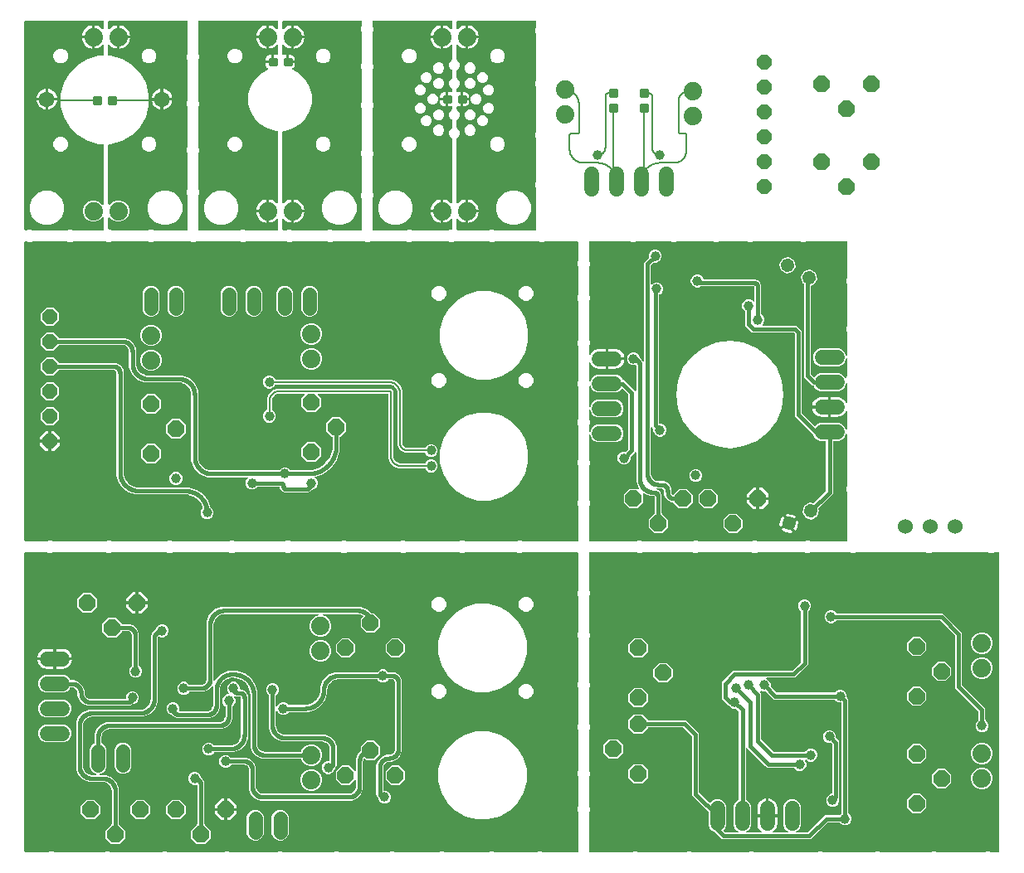
<source format=gbr>
G04 EAGLE Gerber RS-274X export*
G75*
%MOMM*%
%FSLAX34Y34*%
%LPD*%
%INBottom Copper*%
%IPPOS*%
%AMOC8*
5,1,8,0,0,1.08239X$1,22.5*%
G01*
%ADD10C,1.879600*%
%ADD11P,1.649562X8X202.500000*%
%ADD12C,1.422400*%
%ADD13P,1.814519X8X22.500000*%
%ADD14P,1.814519X8X202.500000*%
%ADD15P,1.814519X8X292.500000*%
%ADD16C,0.222250*%
%ADD17C,1.524000*%
%ADD18P,1.429621X8X82.500000*%
%ADD19P,1.429621X8X322.500000*%
%ADD20C,1.600000*%
%ADD21P,1.814519X8X112.500000*%
%ADD22C,1.524000*%
%ADD23C,1.006400*%
%ADD24C,0.406400*%
%ADD25C,4.016000*%
%ADD26C,0.203200*%

G36*
X26476Y148474D02*
X26476Y148474D01*
X26542Y148475D01*
X26622Y148498D01*
X26655Y148504D01*
X26672Y148513D01*
X26703Y148522D01*
X28861Y149416D01*
X31464Y149416D01*
X33622Y148522D01*
X33686Y148507D01*
X33746Y148482D01*
X33829Y148473D01*
X33861Y148466D01*
X33881Y148467D01*
X33913Y148464D01*
X83562Y148464D01*
X83626Y148474D01*
X83692Y148475D01*
X83772Y148498D01*
X83805Y148504D01*
X83822Y148513D01*
X83853Y148522D01*
X86011Y149416D01*
X88614Y149416D01*
X90772Y148522D01*
X90836Y148507D01*
X90896Y148482D01*
X90979Y148473D01*
X91011Y148466D01*
X91031Y148467D01*
X91063Y148464D01*
X142299Y148464D01*
X142364Y148474D01*
X142429Y148475D01*
X142510Y148498D01*
X142542Y148504D01*
X142559Y148513D01*
X142591Y148522D01*
X144749Y149416D01*
X147351Y149416D01*
X149509Y148522D01*
X149573Y148507D01*
X149634Y148482D01*
X149717Y148473D01*
X149749Y148466D01*
X149768Y148467D01*
X149801Y148464D01*
X205799Y148464D01*
X205864Y148474D01*
X205929Y148475D01*
X206010Y148498D01*
X206042Y148504D01*
X206059Y148513D01*
X206091Y148522D01*
X208249Y149416D01*
X210851Y149416D01*
X213009Y148522D01*
X213073Y148507D01*
X213134Y148482D01*
X213217Y148473D01*
X213249Y148466D01*
X213268Y148467D01*
X213301Y148464D01*
X259774Y148464D01*
X259839Y148474D01*
X259904Y148475D01*
X259985Y148498D01*
X260017Y148504D01*
X260034Y148513D01*
X260066Y148522D01*
X262224Y149416D01*
X264826Y149416D01*
X266984Y148522D01*
X267048Y148507D01*
X267109Y148482D01*
X267192Y148473D01*
X267224Y148466D01*
X267243Y148467D01*
X267276Y148464D01*
X316924Y148464D01*
X316989Y148474D01*
X317054Y148475D01*
X317135Y148498D01*
X317167Y148504D01*
X317184Y148513D01*
X317216Y148522D01*
X319374Y149416D01*
X321976Y149416D01*
X324134Y148522D01*
X324198Y148507D01*
X324259Y148482D01*
X324342Y148473D01*
X324374Y148466D01*
X324393Y148467D01*
X324426Y148464D01*
X374074Y148464D01*
X374139Y148474D01*
X374204Y148475D01*
X374285Y148498D01*
X374317Y148504D01*
X374334Y148513D01*
X374366Y148522D01*
X376524Y149416D01*
X379126Y149416D01*
X381284Y148522D01*
X381348Y148507D01*
X381409Y148482D01*
X381492Y148473D01*
X381524Y148466D01*
X381543Y148467D01*
X381576Y148464D01*
X424874Y148464D01*
X424939Y148474D01*
X425004Y148475D01*
X425085Y148498D01*
X425117Y148504D01*
X425134Y148513D01*
X425166Y148522D01*
X427324Y149416D01*
X429926Y149416D01*
X432084Y148522D01*
X432148Y148507D01*
X432209Y148482D01*
X432292Y148473D01*
X432324Y148466D01*
X432343Y148467D01*
X432376Y148464D01*
X475674Y148464D01*
X475739Y148474D01*
X475804Y148475D01*
X475885Y148498D01*
X475917Y148504D01*
X475934Y148513D01*
X475966Y148522D01*
X478124Y149416D01*
X480726Y149416D01*
X482884Y148522D01*
X482948Y148507D01*
X483009Y148482D01*
X483092Y148473D01*
X483124Y148466D01*
X483143Y148467D01*
X483176Y148464D01*
X524887Y148464D01*
X524951Y148474D01*
X525017Y148475D01*
X525097Y148498D01*
X525130Y148504D01*
X525147Y148513D01*
X525178Y148522D01*
X527336Y149416D01*
X529939Y149416D01*
X532097Y148522D01*
X532161Y148507D01*
X532222Y148482D01*
X532304Y148473D01*
X532336Y148466D01*
X532356Y148467D01*
X532388Y148464D01*
X566738Y148464D01*
X566757Y148467D01*
X566777Y148465D01*
X566878Y148487D01*
X566980Y148504D01*
X566998Y148513D01*
X567017Y148517D01*
X567106Y148570D01*
X567198Y148619D01*
X567211Y148633D01*
X567228Y148643D01*
X567296Y148722D01*
X567367Y148797D01*
X567375Y148815D01*
X567388Y148830D01*
X567427Y148926D01*
X567471Y149020D01*
X567473Y149040D01*
X567480Y149058D01*
X567499Y149225D01*
X567499Y188337D01*
X567488Y188401D01*
X567488Y188467D01*
X567464Y188547D01*
X567459Y188580D01*
X567450Y188597D01*
X567441Y188628D01*
X566547Y190786D01*
X566547Y193389D01*
X567441Y195547D01*
X567456Y195611D01*
X567480Y195671D01*
X567489Y195754D01*
X567497Y195786D01*
X567495Y195806D01*
X567499Y195838D01*
X567499Y224849D01*
X567488Y224914D01*
X567488Y224980D01*
X567464Y225060D01*
X567459Y225092D01*
X567450Y225109D01*
X567441Y225141D01*
X566547Y227299D01*
X566547Y229901D01*
X567441Y232059D01*
X567456Y232123D01*
X567480Y232184D01*
X567489Y232267D01*
X567497Y232299D01*
X567495Y232318D01*
X567499Y232351D01*
X567499Y272474D01*
X567488Y272539D01*
X567488Y272605D01*
X567464Y272685D01*
X567459Y272717D01*
X567450Y272734D01*
X567441Y272766D01*
X566547Y274924D01*
X566547Y277526D01*
X567441Y279684D01*
X567456Y279748D01*
X567480Y279809D01*
X567489Y279892D01*
X567497Y279924D01*
X567495Y279943D01*
X567499Y279976D01*
X567499Y315337D01*
X567488Y315401D01*
X567488Y315467D01*
X567464Y315547D01*
X567459Y315580D01*
X567450Y315597D01*
X567441Y315628D01*
X566547Y317786D01*
X566547Y320389D01*
X567441Y322547D01*
X567449Y322581D01*
X567451Y322585D01*
X567452Y322593D01*
X567456Y322611D01*
X567480Y322671D01*
X567489Y322754D01*
X567497Y322786D01*
X567495Y322806D01*
X567499Y322838D01*
X567499Y366137D01*
X567488Y366201D01*
X567488Y366267D01*
X567464Y366347D01*
X567459Y366380D01*
X567450Y366397D01*
X567441Y366428D01*
X566547Y368586D01*
X566547Y371189D01*
X567441Y373347D01*
X567456Y373411D01*
X567480Y373471D01*
X567489Y373554D01*
X567497Y373586D01*
X567495Y373606D01*
X567499Y373638D01*
X567499Y408999D01*
X567488Y409064D01*
X567488Y409130D01*
X567464Y409210D01*
X567459Y409242D01*
X567450Y409259D01*
X567441Y409291D01*
X566547Y411449D01*
X566547Y414051D01*
X567441Y416209D01*
X567456Y416273D01*
X567480Y416334D01*
X567489Y416417D01*
X567497Y416449D01*
X567495Y416468D01*
X567499Y416501D01*
X567499Y454025D01*
X567496Y454045D01*
X567498Y454064D01*
X567476Y454166D01*
X567459Y454268D01*
X567450Y454285D01*
X567445Y454305D01*
X567392Y454394D01*
X567344Y454485D01*
X567330Y454499D01*
X567319Y454516D01*
X567241Y454583D01*
X567166Y454655D01*
X567148Y454663D01*
X567132Y454676D01*
X567036Y454715D01*
X566943Y454758D01*
X566923Y454760D01*
X566904Y454768D01*
X566738Y454786D01*
X511751Y454786D01*
X511686Y454776D01*
X511621Y454775D01*
X511540Y454752D01*
X511508Y454747D01*
X511491Y454737D01*
X511459Y454728D01*
X509301Y453834D01*
X506699Y453834D01*
X504541Y454728D01*
X504477Y454743D01*
X504416Y454768D01*
X504333Y454777D01*
X504301Y454784D01*
X504282Y454783D01*
X504249Y454786D01*
X453013Y454786D01*
X452949Y454776D01*
X452883Y454775D01*
X452803Y454752D01*
X452770Y454747D01*
X452753Y454737D01*
X452722Y454728D01*
X450564Y453834D01*
X447961Y453834D01*
X445803Y454728D01*
X445739Y454743D01*
X445678Y454768D01*
X445596Y454777D01*
X445564Y454784D01*
X445544Y454783D01*
X445512Y454786D01*
X392688Y454786D01*
X392624Y454776D01*
X392558Y454775D01*
X392478Y454752D01*
X392445Y454747D01*
X392428Y454737D01*
X392397Y454728D01*
X390239Y453834D01*
X387636Y453834D01*
X385478Y454728D01*
X385414Y454743D01*
X385353Y454768D01*
X385271Y454777D01*
X385239Y454784D01*
X385219Y454783D01*
X385187Y454786D01*
X332363Y454786D01*
X332299Y454776D01*
X332233Y454775D01*
X332153Y454752D01*
X332120Y454747D01*
X332103Y454737D01*
X332072Y454728D01*
X329914Y453834D01*
X327311Y453834D01*
X325153Y454728D01*
X325089Y454743D01*
X325028Y454768D01*
X324946Y454777D01*
X324914Y454784D01*
X324894Y454783D01*
X324862Y454786D01*
X275213Y454786D01*
X275149Y454776D01*
X275083Y454775D01*
X275003Y454752D01*
X274970Y454747D01*
X274953Y454737D01*
X274922Y454728D01*
X272764Y453834D01*
X270161Y453834D01*
X268003Y454728D01*
X267939Y454743D01*
X267878Y454768D01*
X267796Y454777D01*
X267764Y454784D01*
X267744Y454783D01*
X267712Y454786D01*
X218063Y454786D01*
X217999Y454776D01*
X217933Y454775D01*
X217853Y454752D01*
X217820Y454747D01*
X217803Y454737D01*
X217772Y454728D01*
X215614Y453834D01*
X213011Y453834D01*
X210853Y454728D01*
X210789Y454743D01*
X210728Y454768D01*
X210646Y454777D01*
X210614Y454784D01*
X210594Y454783D01*
X210562Y454786D01*
X154563Y454786D01*
X154499Y454776D01*
X154433Y454775D01*
X154353Y454752D01*
X154320Y454747D01*
X154303Y454737D01*
X154272Y454728D01*
X152114Y453834D01*
X149511Y453834D01*
X147353Y454728D01*
X147289Y454743D01*
X147228Y454768D01*
X147146Y454777D01*
X147114Y454784D01*
X147094Y454783D01*
X147062Y454786D01*
X92651Y454786D01*
X92586Y454776D01*
X92520Y454775D01*
X92440Y454752D01*
X92408Y454747D01*
X92391Y454737D01*
X92359Y454728D01*
X90201Y453834D01*
X87599Y453834D01*
X85441Y454728D01*
X85377Y454743D01*
X85316Y454768D01*
X85233Y454777D01*
X85201Y454784D01*
X85182Y454783D01*
X85149Y454786D01*
X32326Y454786D01*
X32261Y454776D01*
X32195Y454775D01*
X32115Y454752D01*
X32083Y454747D01*
X32066Y454737D01*
X32034Y454728D01*
X29876Y453834D01*
X27274Y453834D01*
X25116Y454728D01*
X25052Y454743D01*
X24991Y454768D01*
X24908Y454777D01*
X24876Y454784D01*
X24857Y454783D01*
X24824Y454786D01*
X3302Y454786D01*
X3282Y454783D01*
X3263Y454785D01*
X3161Y454763D01*
X3059Y454747D01*
X3042Y454737D01*
X3022Y454733D01*
X2933Y454680D01*
X2842Y454631D01*
X2828Y454617D01*
X2811Y454607D01*
X2744Y454528D01*
X2672Y454453D01*
X2664Y454435D01*
X2651Y454420D01*
X2612Y454324D01*
X2569Y454230D01*
X2567Y454210D01*
X2559Y454192D01*
X2541Y454025D01*
X2541Y149225D01*
X2544Y149205D01*
X2542Y149186D01*
X2564Y149084D01*
X2580Y148982D01*
X2590Y148965D01*
X2594Y148945D01*
X2647Y148856D01*
X2696Y148765D01*
X2710Y148751D01*
X2720Y148734D01*
X2799Y148667D01*
X2874Y148596D01*
X2892Y148587D01*
X2907Y148574D01*
X3003Y148535D01*
X3097Y148492D01*
X3117Y148490D01*
X3135Y148482D01*
X3302Y148464D01*
X26412Y148464D01*
X26476Y148474D01*
G37*
G36*
X24889Y465974D02*
X24889Y465974D01*
X24955Y465975D01*
X25035Y465998D01*
X25067Y466004D01*
X25084Y466013D01*
X25116Y466022D01*
X27274Y466916D01*
X29876Y466916D01*
X32034Y466022D01*
X32098Y466007D01*
X32159Y465982D01*
X32242Y465973D01*
X32274Y465966D01*
X32293Y465967D01*
X32326Y465964D01*
X85149Y465964D01*
X85214Y465974D01*
X85280Y465975D01*
X85360Y465998D01*
X85392Y466004D01*
X85409Y466013D01*
X85441Y466022D01*
X87599Y466916D01*
X90201Y466916D01*
X92359Y466022D01*
X92423Y466007D01*
X92484Y465982D01*
X92567Y465973D01*
X92599Y465966D01*
X92618Y465967D01*
X92651Y465964D01*
X147062Y465964D01*
X147126Y465974D01*
X147192Y465975D01*
X147272Y465998D01*
X147305Y466004D01*
X147322Y466013D01*
X147353Y466022D01*
X149511Y466916D01*
X152114Y466916D01*
X154272Y466022D01*
X154336Y466007D01*
X154397Y465982D01*
X154479Y465973D01*
X154511Y465966D01*
X154531Y465967D01*
X154563Y465964D01*
X210562Y465964D01*
X210626Y465974D01*
X210692Y465975D01*
X210772Y465998D01*
X210805Y466004D01*
X210822Y466013D01*
X210853Y466022D01*
X213011Y466916D01*
X215614Y466916D01*
X217772Y466022D01*
X217836Y466007D01*
X217897Y465982D01*
X217979Y465973D01*
X218011Y465966D01*
X218031Y465967D01*
X218063Y465964D01*
X267712Y465964D01*
X267776Y465974D01*
X267842Y465975D01*
X267922Y465998D01*
X267955Y466004D01*
X267972Y466013D01*
X268003Y466022D01*
X270161Y466916D01*
X272764Y466916D01*
X274922Y466022D01*
X274986Y466007D01*
X275047Y465982D01*
X275129Y465973D01*
X275161Y465966D01*
X275181Y465967D01*
X275213Y465964D01*
X324862Y465964D01*
X324926Y465974D01*
X324992Y465975D01*
X325072Y465998D01*
X325105Y466004D01*
X325122Y466013D01*
X325153Y466022D01*
X327311Y466916D01*
X329914Y466916D01*
X332072Y466022D01*
X332136Y466007D01*
X332197Y465982D01*
X332279Y465973D01*
X332311Y465966D01*
X332331Y465967D01*
X332363Y465964D01*
X385187Y465964D01*
X385251Y465974D01*
X385317Y465975D01*
X385397Y465998D01*
X385430Y466004D01*
X385447Y466013D01*
X385478Y466022D01*
X387636Y466916D01*
X390239Y466916D01*
X392397Y466022D01*
X392461Y466007D01*
X392522Y465982D01*
X392604Y465973D01*
X392636Y465966D01*
X392656Y465967D01*
X392688Y465964D01*
X445512Y465964D01*
X445576Y465974D01*
X445642Y465975D01*
X445722Y465998D01*
X445755Y466004D01*
X445772Y466013D01*
X445803Y466022D01*
X447961Y466916D01*
X450564Y466916D01*
X452722Y466022D01*
X452786Y466007D01*
X452847Y465982D01*
X452929Y465973D01*
X452961Y465966D01*
X452981Y465967D01*
X453013Y465964D01*
X504249Y465964D01*
X504314Y465974D01*
X504379Y465975D01*
X504460Y465998D01*
X504492Y466004D01*
X504509Y466013D01*
X504541Y466022D01*
X506699Y466916D01*
X509301Y466916D01*
X511459Y466022D01*
X511523Y466007D01*
X511584Y465982D01*
X511667Y465973D01*
X511699Y465966D01*
X511718Y465967D01*
X511751Y465964D01*
X566738Y465964D01*
X566757Y465967D01*
X566777Y465965D01*
X566878Y465987D01*
X566980Y466004D01*
X566998Y466013D01*
X567017Y466017D01*
X567106Y466070D01*
X567198Y466119D01*
X567211Y466133D01*
X567228Y466143D01*
X567296Y466222D01*
X567367Y466297D01*
X567375Y466315D01*
X567388Y466330D01*
X567427Y466426D01*
X567471Y466520D01*
X567473Y466540D01*
X567480Y466558D01*
X567499Y466725D01*
X567499Y501074D01*
X567488Y501139D01*
X567488Y501205D01*
X567464Y501285D01*
X567459Y501317D01*
X567450Y501334D01*
X567441Y501366D01*
X566547Y503524D01*
X566547Y506126D01*
X567441Y508284D01*
X567456Y508348D01*
X567480Y508409D01*
X567489Y508492D01*
X567497Y508524D01*
X567495Y508543D01*
X567499Y508576D01*
X567499Y542349D01*
X567488Y542414D01*
X567488Y542480D01*
X567464Y542560D01*
X567459Y542592D01*
X567450Y542609D01*
X567441Y542641D01*
X566547Y544799D01*
X566547Y547401D01*
X567441Y549559D01*
X567456Y549623D01*
X567480Y549684D01*
X567489Y549767D01*
X567497Y549799D01*
X567495Y549818D01*
X567499Y549851D01*
X567499Y583624D01*
X567488Y583689D01*
X567488Y583755D01*
X567464Y583835D01*
X567459Y583867D01*
X567450Y583884D01*
X567441Y583916D01*
X566547Y586074D01*
X566547Y588676D01*
X567441Y590834D01*
X567456Y590898D01*
X567480Y590959D01*
X567489Y591042D01*
X567497Y591074D01*
X567495Y591093D01*
X567499Y591126D01*
X567499Y623312D01*
X567488Y623376D01*
X567488Y623442D01*
X567464Y623522D01*
X567459Y623555D01*
X567450Y623572D01*
X567441Y623603D01*
X566547Y625761D01*
X566547Y628364D01*
X567441Y630522D01*
X567456Y630586D01*
X567480Y630646D01*
X567489Y630729D01*
X567497Y630761D01*
X567495Y630781D01*
X567499Y630813D01*
X567499Y664587D01*
X567488Y664651D01*
X567488Y664717D01*
X567464Y664797D01*
X567459Y664830D01*
X567450Y664847D01*
X567441Y664878D01*
X566547Y667036D01*
X566547Y669639D01*
X567441Y671797D01*
X567456Y671861D01*
X567480Y671921D01*
X567489Y672004D01*
X567497Y672036D01*
X567495Y672056D01*
X567499Y672088D01*
X567499Y710624D01*
X567488Y710689D01*
X567488Y710755D01*
X567464Y710835D01*
X567459Y710867D01*
X567450Y710884D01*
X567441Y710916D01*
X566547Y713074D01*
X566547Y715676D01*
X567441Y717834D01*
X567456Y717898D01*
X567480Y717959D01*
X567489Y718042D01*
X567497Y718074D01*
X567495Y718093D01*
X567499Y718126D01*
X567499Y745549D01*
X567488Y745614D01*
X567488Y745680D01*
X567464Y745760D01*
X567459Y745792D01*
X567450Y745809D01*
X567441Y745841D01*
X566547Y747999D01*
X566547Y750601D01*
X567441Y752759D01*
X567456Y752823D01*
X567480Y752884D01*
X567489Y752967D01*
X567497Y752999D01*
X567495Y753018D01*
X567499Y753051D01*
X567499Y771525D01*
X567496Y771545D01*
X567498Y771564D01*
X567476Y771666D01*
X567459Y771768D01*
X567450Y771785D01*
X567445Y771805D01*
X567392Y771894D01*
X567344Y771985D01*
X567330Y771999D01*
X567319Y772016D01*
X567241Y772083D01*
X567166Y772155D01*
X567148Y772163D01*
X567132Y772176D01*
X567036Y772215D01*
X566943Y772258D01*
X566923Y772260D01*
X566904Y772268D01*
X566738Y772286D01*
X533976Y772286D01*
X533911Y772276D01*
X533845Y772275D01*
X533765Y772252D01*
X533733Y772247D01*
X533716Y772237D01*
X533684Y772228D01*
X531526Y771334D01*
X528924Y771334D01*
X526766Y772228D01*
X526702Y772243D01*
X526641Y772268D01*
X526558Y772277D01*
X526526Y772284D01*
X526507Y772283D01*
X526474Y772286D01*
X483176Y772286D01*
X483111Y772276D01*
X483046Y772275D01*
X482965Y772252D01*
X482933Y772247D01*
X482916Y772237D01*
X482884Y772228D01*
X480726Y771334D01*
X478124Y771334D01*
X475966Y772228D01*
X475902Y772243D01*
X475841Y772268D01*
X475758Y772277D01*
X475726Y772284D01*
X475707Y772283D01*
X475674Y772286D01*
X441901Y772286D01*
X441836Y772276D01*
X441771Y772275D01*
X441690Y772252D01*
X441658Y772247D01*
X441641Y772237D01*
X441609Y772228D01*
X439451Y771334D01*
X436849Y771334D01*
X434691Y772228D01*
X434627Y772243D01*
X434566Y772268D01*
X434483Y772277D01*
X434451Y772284D01*
X434432Y772283D01*
X434399Y772286D01*
X399038Y772286D01*
X398974Y772276D01*
X398908Y772275D01*
X398828Y772252D01*
X398795Y772247D01*
X398778Y772237D01*
X398747Y772228D01*
X396589Y771334D01*
X393986Y771334D01*
X391828Y772228D01*
X391764Y772243D01*
X391703Y772268D01*
X391621Y772277D01*
X391589Y772284D01*
X391569Y772283D01*
X391537Y772286D01*
X356176Y772286D01*
X356111Y772276D01*
X356046Y772275D01*
X355965Y772252D01*
X355933Y772247D01*
X355916Y772237D01*
X355884Y772228D01*
X353726Y771334D01*
X351124Y771334D01*
X348966Y772228D01*
X348902Y772243D01*
X348841Y772268D01*
X348758Y772277D01*
X348726Y772284D01*
X348707Y772283D01*
X348674Y772286D01*
X318076Y772286D01*
X318011Y772276D01*
X317946Y772275D01*
X317865Y772252D01*
X317833Y772247D01*
X317816Y772237D01*
X317784Y772228D01*
X315626Y771334D01*
X313024Y771334D01*
X310866Y772228D01*
X310802Y772243D01*
X310741Y772268D01*
X310658Y772277D01*
X310626Y772284D01*
X310607Y772283D01*
X310574Y772286D01*
X276801Y772286D01*
X276736Y772276D01*
X276671Y772275D01*
X276590Y772252D01*
X276558Y772247D01*
X276541Y772237D01*
X276509Y772228D01*
X274351Y771334D01*
X271749Y771334D01*
X269591Y772228D01*
X269527Y772243D01*
X269466Y772268D01*
X269383Y772277D01*
X269351Y772284D01*
X269332Y772283D01*
X269299Y772286D01*
X229176Y772286D01*
X229111Y772276D01*
X229045Y772275D01*
X228965Y772252D01*
X228933Y772247D01*
X228916Y772237D01*
X228884Y772228D01*
X226726Y771334D01*
X224124Y771334D01*
X221966Y772228D01*
X221902Y772243D01*
X221841Y772268D01*
X221758Y772277D01*
X221726Y772284D01*
X221707Y772283D01*
X221674Y772286D01*
X178376Y772286D01*
X178311Y772276D01*
X178245Y772275D01*
X178165Y772252D01*
X178133Y772247D01*
X178116Y772237D01*
X178084Y772228D01*
X175926Y771334D01*
X173324Y771334D01*
X171166Y772228D01*
X171102Y772243D01*
X171041Y772268D01*
X170958Y772277D01*
X170926Y772284D01*
X170907Y772283D01*
X170874Y772286D01*
X135513Y772286D01*
X135449Y772276D01*
X135383Y772275D01*
X135303Y772252D01*
X135270Y772247D01*
X135253Y772237D01*
X135222Y772228D01*
X133064Y771334D01*
X130461Y771334D01*
X128303Y772228D01*
X128239Y772243D01*
X128179Y772268D01*
X128096Y772277D01*
X128064Y772284D01*
X128044Y772283D01*
X128012Y772286D01*
X92651Y772286D01*
X92586Y772276D01*
X92520Y772275D01*
X92440Y772252D01*
X92408Y772247D01*
X92391Y772237D01*
X92359Y772228D01*
X90201Y771334D01*
X87599Y771334D01*
X85441Y772228D01*
X85377Y772243D01*
X85316Y772268D01*
X85233Y772277D01*
X85201Y772284D01*
X85182Y772283D01*
X85149Y772286D01*
X52963Y772286D01*
X52899Y772276D01*
X52833Y772275D01*
X52753Y772252D01*
X52720Y772247D01*
X52703Y772237D01*
X52672Y772228D01*
X50514Y771334D01*
X47911Y771334D01*
X45753Y772228D01*
X45689Y772243D01*
X45629Y772268D01*
X45546Y772277D01*
X45514Y772284D01*
X45494Y772283D01*
X45462Y772286D01*
X11688Y772286D01*
X11624Y772276D01*
X11558Y772275D01*
X11478Y772252D01*
X11445Y772247D01*
X11428Y772237D01*
X11397Y772228D01*
X9239Y771334D01*
X6636Y771334D01*
X4478Y772228D01*
X4414Y772243D01*
X4354Y772268D01*
X4271Y772277D01*
X4239Y772284D01*
X4219Y772283D01*
X4187Y772286D01*
X3302Y772286D01*
X3282Y772283D01*
X3263Y772285D01*
X3161Y772263D01*
X3059Y772247D01*
X3042Y772237D01*
X3022Y772233D01*
X2933Y772180D01*
X2842Y772131D01*
X2828Y772117D01*
X2811Y772107D01*
X2744Y772028D01*
X2672Y771953D01*
X2664Y771935D01*
X2651Y771920D01*
X2612Y771824D01*
X2569Y771730D01*
X2567Y771710D01*
X2559Y771692D01*
X2541Y771525D01*
X2541Y466725D01*
X2544Y466705D01*
X2542Y466686D01*
X2564Y466584D01*
X2580Y466482D01*
X2590Y466465D01*
X2594Y466445D01*
X2647Y466356D01*
X2696Y466265D01*
X2710Y466251D01*
X2720Y466234D01*
X2799Y466167D01*
X2874Y466096D01*
X2892Y466087D01*
X2907Y466074D01*
X3003Y466035D01*
X3097Y465992D01*
X3117Y465990D01*
X3135Y465982D01*
X3302Y465964D01*
X24824Y465964D01*
X24889Y465974D01*
G37*
G36*
X621789Y148474D02*
X621789Y148474D01*
X621855Y148475D01*
X621935Y148498D01*
X621967Y148504D01*
X621984Y148513D01*
X622016Y148522D01*
X624174Y149416D01*
X626776Y149416D01*
X628934Y148522D01*
X628998Y148507D01*
X629059Y148482D01*
X629142Y148473D01*
X629174Y148466D01*
X629193Y148467D01*
X629226Y148464D01*
X677287Y148464D01*
X677351Y148474D01*
X677417Y148475D01*
X677497Y148498D01*
X677530Y148504D01*
X677547Y148513D01*
X677578Y148522D01*
X679736Y149416D01*
X682339Y149416D01*
X684497Y148522D01*
X684561Y148507D01*
X684621Y148482D01*
X684704Y148473D01*
X684736Y148466D01*
X684756Y148467D01*
X684788Y148464D01*
X740787Y148464D01*
X740851Y148474D01*
X740917Y148475D01*
X740997Y148498D01*
X741030Y148504D01*
X741047Y148513D01*
X741078Y148522D01*
X743236Y149416D01*
X745839Y149416D01*
X747997Y148522D01*
X748061Y148507D01*
X748121Y148482D01*
X748204Y148473D01*
X748236Y148466D01*
X748256Y148467D01*
X748288Y148464D01*
X810637Y148464D01*
X810701Y148474D01*
X810767Y148475D01*
X810847Y148498D01*
X810880Y148504D01*
X810897Y148513D01*
X810928Y148522D01*
X813086Y149416D01*
X815689Y149416D01*
X817847Y148522D01*
X817911Y148507D01*
X817971Y148482D01*
X818054Y148473D01*
X818086Y148466D01*
X818106Y148467D01*
X818138Y148464D01*
X869374Y148464D01*
X869439Y148474D01*
X869505Y148475D01*
X869585Y148498D01*
X869617Y148504D01*
X869634Y148513D01*
X869666Y148522D01*
X871824Y149416D01*
X874426Y149416D01*
X876584Y148522D01*
X876648Y148507D01*
X876709Y148482D01*
X876792Y148473D01*
X876824Y148466D01*
X876843Y148467D01*
X876876Y148464D01*
X926524Y148464D01*
X926589Y148474D01*
X926655Y148475D01*
X926735Y148498D01*
X926767Y148504D01*
X926784Y148513D01*
X926816Y148522D01*
X928974Y149416D01*
X931576Y149416D01*
X933734Y148522D01*
X933798Y148507D01*
X933859Y148482D01*
X933942Y148473D01*
X933974Y148466D01*
X933993Y148467D01*
X934026Y148464D01*
X982087Y148464D01*
X982151Y148474D01*
X982217Y148475D01*
X982297Y148498D01*
X982330Y148504D01*
X982347Y148513D01*
X982378Y148522D01*
X984536Y149416D01*
X987139Y149416D01*
X989297Y148522D01*
X989361Y148507D01*
X989421Y148482D01*
X989504Y148473D01*
X989536Y148466D01*
X989556Y148467D01*
X989588Y148464D01*
X996698Y148464D01*
X996718Y148467D01*
X996737Y148465D01*
X996839Y148487D01*
X996941Y148504D01*
X996958Y148513D01*
X996978Y148517D01*
X997067Y148570D01*
X997158Y148619D01*
X997172Y148633D01*
X997189Y148643D01*
X997256Y148722D01*
X997328Y148797D01*
X997336Y148815D01*
X997349Y148830D01*
X997388Y148926D01*
X997431Y149020D01*
X997433Y149040D01*
X997441Y149058D01*
X997459Y149225D01*
X997459Y454025D01*
X997456Y454045D01*
X997458Y454064D01*
X997436Y454166D01*
X997420Y454268D01*
X997410Y454285D01*
X997406Y454305D01*
X997353Y454394D01*
X997304Y454485D01*
X997290Y454499D01*
X997280Y454516D01*
X997201Y454583D01*
X997126Y454655D01*
X997108Y454663D01*
X997093Y454676D01*
X996997Y454715D01*
X996903Y454758D01*
X996883Y454760D01*
X996865Y454768D01*
X996698Y454786D01*
X992763Y454786D01*
X992699Y454776D01*
X992633Y454775D01*
X992553Y454752D01*
X992520Y454747D01*
X992503Y454737D01*
X992472Y454728D01*
X990314Y453834D01*
X987711Y453834D01*
X985553Y454728D01*
X985489Y454743D01*
X985429Y454768D01*
X985346Y454777D01*
X985314Y454784D01*
X985294Y454783D01*
X985262Y454786D01*
X929263Y454786D01*
X929199Y454776D01*
X929133Y454775D01*
X929053Y454752D01*
X929020Y454747D01*
X929003Y454737D01*
X928972Y454728D01*
X926814Y453834D01*
X924211Y453834D01*
X922053Y454728D01*
X921989Y454743D01*
X921929Y454768D01*
X921846Y454777D01*
X921814Y454784D01*
X921794Y454783D01*
X921762Y454786D01*
X851476Y454786D01*
X851411Y454776D01*
X851346Y454775D01*
X851265Y454752D01*
X851233Y454747D01*
X851216Y454737D01*
X851184Y454728D01*
X849026Y453834D01*
X846424Y453834D01*
X844266Y454728D01*
X844202Y454743D01*
X844141Y454768D01*
X844058Y454777D01*
X844026Y454784D01*
X844007Y454783D01*
X843974Y454786D01*
X805438Y454786D01*
X805374Y454776D01*
X805308Y454775D01*
X805228Y454752D01*
X805195Y454747D01*
X805178Y454737D01*
X805147Y454728D01*
X802989Y453834D01*
X800386Y453834D01*
X798228Y454728D01*
X798164Y454743D01*
X798103Y454768D01*
X798021Y454777D01*
X797989Y454784D01*
X797969Y454783D01*
X797937Y454786D01*
X751463Y454786D01*
X751399Y454776D01*
X751333Y454775D01*
X751253Y454752D01*
X751220Y454747D01*
X751203Y454737D01*
X751172Y454728D01*
X749014Y453834D01*
X746411Y453834D01*
X744253Y454728D01*
X744189Y454743D01*
X744128Y454768D01*
X744046Y454777D01*
X744014Y454784D01*
X743994Y454783D01*
X743962Y454786D01*
X691138Y454786D01*
X691074Y454776D01*
X691008Y454775D01*
X690928Y454752D01*
X690895Y454747D01*
X690878Y454737D01*
X690847Y454728D01*
X688689Y453834D01*
X686086Y453834D01*
X683928Y454728D01*
X683864Y454743D01*
X683803Y454768D01*
X683721Y454777D01*
X683689Y454784D01*
X683669Y454783D01*
X683637Y454786D01*
X633988Y454786D01*
X633924Y454776D01*
X633858Y454775D01*
X633778Y454752D01*
X633745Y454747D01*
X633728Y454737D01*
X633697Y454728D01*
X631539Y453834D01*
X628936Y453834D01*
X626778Y454728D01*
X626714Y454743D01*
X626653Y454768D01*
X626571Y454777D01*
X626539Y454784D01*
X626519Y454783D01*
X626487Y454786D01*
X579438Y454786D01*
X579418Y454783D01*
X579398Y454785D01*
X579297Y454763D01*
X579195Y454747D01*
X579177Y454737D01*
X579158Y454733D01*
X579069Y454680D01*
X578977Y454631D01*
X578964Y454617D01*
X578947Y454607D01*
X578879Y454528D01*
X578808Y454453D01*
X578800Y454435D01*
X578787Y454420D01*
X578748Y454324D01*
X578704Y454230D01*
X578702Y454210D01*
X578695Y454192D01*
X578676Y454025D01*
X578676Y416501D01*
X578687Y416436D01*
X578687Y416370D01*
X578711Y416290D01*
X578716Y416258D01*
X578725Y416241D01*
X578734Y416209D01*
X579628Y414051D01*
X579628Y411449D01*
X578734Y409291D01*
X578719Y409227D01*
X578695Y409166D01*
X578686Y409083D01*
X578678Y409051D01*
X578680Y409032D01*
X578676Y408999D01*
X578676Y373638D01*
X578687Y373574D01*
X578687Y373508D01*
X578711Y373428D01*
X578716Y373395D01*
X578725Y373378D01*
X578734Y373347D01*
X579628Y371189D01*
X579628Y368586D01*
X578734Y366428D01*
X578726Y366393D01*
X578723Y366386D01*
X578721Y366373D01*
X578719Y366364D01*
X578695Y366304D01*
X578686Y366221D01*
X578678Y366189D01*
X578680Y366169D01*
X578676Y366137D01*
X578676Y322838D01*
X578687Y322774D01*
X578687Y322708D01*
X578711Y322628D01*
X578716Y322595D01*
X578725Y322578D01*
X578734Y322547D01*
X579628Y320389D01*
X579628Y317786D01*
X578734Y315628D01*
X578719Y315564D01*
X578695Y315504D01*
X578686Y315421D01*
X578678Y315389D01*
X578680Y315369D01*
X578676Y315337D01*
X578676Y279976D01*
X578687Y279911D01*
X578687Y279845D01*
X578711Y279765D01*
X578716Y279733D01*
X578725Y279716D01*
X578734Y279684D01*
X579628Y277526D01*
X579628Y274924D01*
X578734Y272766D01*
X578719Y272702D01*
X578695Y272641D01*
X578686Y272558D01*
X578678Y272526D01*
X578680Y272507D01*
X578676Y272474D01*
X578676Y232351D01*
X578687Y232286D01*
X578687Y232220D01*
X578711Y232140D01*
X578716Y232108D01*
X578725Y232091D01*
X578734Y232059D01*
X579628Y229901D01*
X579628Y227299D01*
X578734Y225141D01*
X578719Y225077D01*
X578695Y225016D01*
X578686Y224933D01*
X578678Y224901D01*
X578680Y224882D01*
X578676Y224849D01*
X578676Y195838D01*
X578687Y195774D01*
X578687Y195708D01*
X578711Y195628D01*
X578716Y195595D01*
X578725Y195578D01*
X578734Y195547D01*
X579628Y193389D01*
X579628Y190786D01*
X578734Y188628D01*
X578719Y188564D01*
X578695Y188504D01*
X578686Y188421D01*
X578678Y188389D01*
X578680Y188369D01*
X578676Y188337D01*
X578676Y149225D01*
X578679Y149205D01*
X578677Y149186D01*
X578699Y149084D01*
X578716Y148982D01*
X578725Y148965D01*
X578730Y148945D01*
X578783Y148856D01*
X578831Y148765D01*
X578846Y148751D01*
X578856Y148734D01*
X578934Y148667D01*
X579009Y148596D01*
X579027Y148587D01*
X579043Y148574D01*
X579139Y148535D01*
X579233Y148492D01*
X579252Y148490D01*
X579271Y148482D01*
X579438Y148464D01*
X621724Y148464D01*
X621789Y148474D01*
G37*
G36*
X626551Y465974D02*
X626551Y465974D01*
X626617Y465975D01*
X626697Y465998D01*
X626730Y466004D01*
X626747Y466013D01*
X626778Y466022D01*
X628936Y466916D01*
X631539Y466916D01*
X633697Y466022D01*
X633761Y466007D01*
X633822Y465982D01*
X633904Y465973D01*
X633936Y465966D01*
X633956Y465967D01*
X633988Y465964D01*
X683637Y465964D01*
X683701Y465974D01*
X683767Y465975D01*
X683847Y465998D01*
X683880Y466004D01*
X683897Y466013D01*
X683928Y466022D01*
X686086Y466916D01*
X688689Y466916D01*
X690847Y466022D01*
X690911Y466007D01*
X690972Y465982D01*
X691054Y465973D01*
X691086Y465966D01*
X691106Y465967D01*
X691138Y465964D01*
X743962Y465964D01*
X744026Y465974D01*
X744092Y465975D01*
X744172Y465998D01*
X744205Y466004D01*
X744222Y466013D01*
X744253Y466022D01*
X746411Y466916D01*
X749014Y466916D01*
X751172Y466022D01*
X751236Y466007D01*
X751297Y465982D01*
X751379Y465973D01*
X751411Y465966D01*
X751431Y465967D01*
X751463Y465964D01*
X797937Y465964D01*
X798001Y465974D01*
X798067Y465975D01*
X798147Y465998D01*
X798180Y466004D01*
X798197Y466013D01*
X798228Y466022D01*
X800386Y466916D01*
X802989Y466916D01*
X805147Y466022D01*
X805211Y466007D01*
X805272Y465982D01*
X805354Y465973D01*
X805386Y465966D01*
X805406Y465967D01*
X805438Y465964D01*
X841375Y465964D01*
X841395Y465967D01*
X841414Y465965D01*
X841516Y465987D01*
X841618Y466004D01*
X841635Y466013D01*
X841655Y466017D01*
X841744Y466070D01*
X841835Y466119D01*
X841849Y466133D01*
X841866Y466143D01*
X841933Y466222D01*
X842005Y466297D01*
X842013Y466315D01*
X842026Y466330D01*
X842065Y466426D01*
X842108Y466520D01*
X842110Y466540D01*
X842118Y466558D01*
X842136Y466725D01*
X842136Y515362D01*
X842126Y515426D01*
X842125Y515492D01*
X842102Y515572D01*
X842097Y515605D01*
X842087Y515622D01*
X842078Y515653D01*
X841184Y517811D01*
X841184Y520414D01*
X842078Y522572D01*
X842093Y522636D01*
X842118Y522696D01*
X842127Y522779D01*
X842134Y522811D01*
X842133Y522831D01*
X842136Y522863D01*
X842136Y574099D01*
X842126Y574164D01*
X842125Y574230D01*
X842102Y574309D01*
X842097Y574342D01*
X842087Y574359D01*
X842078Y574391D01*
X841741Y575204D01*
X841704Y575265D01*
X841674Y575331D01*
X841639Y575369D01*
X841612Y575413D01*
X841556Y575459D01*
X841508Y575512D01*
X841462Y575537D01*
X841422Y575570D01*
X841355Y575596D01*
X841292Y575630D01*
X841241Y575640D01*
X841193Y575658D01*
X841121Y575661D01*
X841050Y575674D01*
X840999Y575666D01*
X840947Y575669D01*
X840878Y575649D01*
X840807Y575638D01*
X840761Y575615D01*
X840711Y575600D01*
X840652Y575559D01*
X840588Y575527D01*
X840551Y575489D01*
X840509Y575460D01*
X840466Y575402D01*
X840416Y575351D01*
X840381Y575288D01*
X840362Y575262D01*
X840355Y575240D01*
X840335Y575204D01*
X839285Y572670D01*
X836713Y570097D01*
X833351Y568705D01*
X828230Y568705D01*
X828211Y568702D01*
X828191Y568704D01*
X828090Y568682D01*
X827988Y568666D01*
X827970Y568656D01*
X827951Y568652D01*
X827862Y568599D01*
X827770Y568550D01*
X827757Y568536D01*
X827740Y568526D01*
X827672Y568447D01*
X827601Y568372D01*
X827593Y568354D01*
X827580Y568339D01*
X827541Y568243D01*
X827497Y568149D01*
X827495Y568129D01*
X827488Y568111D01*
X827469Y567944D01*
X827469Y514578D01*
X825163Y512272D01*
X812953Y500062D01*
X812928Y500027D01*
X812895Y499997D01*
X812856Y499927D01*
X812810Y499863D01*
X812797Y499821D01*
X812776Y499782D01*
X812761Y499704D01*
X812737Y499627D01*
X812739Y499584D01*
X812731Y499541D01*
X812742Y499461D01*
X812744Y499382D01*
X812759Y499340D01*
X812765Y499297D01*
X812823Y499164D01*
X812828Y499151D01*
X812830Y499148D01*
X812832Y499143D01*
X813472Y498036D01*
X811729Y491531D01*
X805897Y488164D01*
X799392Y489907D01*
X796025Y495739D01*
X797768Y502244D01*
X803600Y505611D01*
X806994Y504701D01*
X807061Y504695D01*
X807127Y504678D01*
X807183Y504682D01*
X807239Y504677D01*
X807305Y504692D01*
X807372Y504697D01*
X807424Y504719D01*
X807479Y504732D01*
X807536Y504767D01*
X807598Y504793D01*
X807660Y504843D01*
X807688Y504860D01*
X807702Y504876D01*
X807729Y504898D01*
X820133Y517302D01*
X820186Y517376D01*
X820245Y517445D01*
X820258Y517475D01*
X820276Y517502D01*
X820303Y517588D01*
X820337Y517673D01*
X820342Y517714D01*
X820349Y517737D01*
X820348Y517769D01*
X820356Y517840D01*
X820356Y567944D01*
X820353Y567964D01*
X820355Y567983D01*
X820333Y568085D01*
X820316Y568187D01*
X820307Y568204D01*
X820302Y568224D01*
X820249Y568313D01*
X820201Y568404D01*
X820187Y568418D01*
X820176Y568435D01*
X820098Y568502D01*
X820023Y568574D01*
X820005Y568582D01*
X819989Y568595D01*
X819893Y568634D01*
X819800Y568677D01*
X819780Y568679D01*
X819761Y568687D01*
X819595Y568705D01*
X814474Y568705D01*
X811112Y570097D01*
X808540Y572670D01*
X807725Y574639D01*
X807690Y574694D01*
X807664Y574755D01*
X807612Y574819D01*
X807595Y574848D01*
X807580Y574860D01*
X807560Y574885D01*
X788606Y593839D01*
X788606Y677661D01*
X788591Y677752D01*
X788584Y677842D01*
X788571Y677872D01*
X788566Y677904D01*
X788523Y677985D01*
X788488Y678069D01*
X788462Y678101D01*
X788451Y678122D01*
X788428Y678144D01*
X788383Y678200D01*
X787737Y678845D01*
X787663Y678898D01*
X787594Y678958D01*
X787564Y678970D01*
X787537Y678989D01*
X787451Y679016D01*
X787366Y679050D01*
X787325Y679054D01*
X787302Y679061D01*
X787270Y679060D01*
X787199Y679068D01*
X744652Y679068D01*
X737806Y685914D01*
X737806Y700406D01*
X737791Y700496D01*
X737784Y700587D01*
X737771Y700617D01*
X737766Y700649D01*
X737723Y700730D01*
X737688Y700814D01*
X737662Y700846D01*
X737651Y700866D01*
X737628Y700889D01*
X737607Y700914D01*
X737604Y700920D01*
X737600Y700923D01*
X737583Y700945D01*
X735804Y702723D01*
X734806Y705133D01*
X734806Y707742D01*
X735804Y710152D01*
X737648Y711996D01*
X740058Y712994D01*
X742667Y712994D01*
X745077Y711996D01*
X746031Y711041D01*
X746089Y711000D01*
X746141Y710950D01*
X746189Y710928D01*
X746231Y710898D01*
X746299Y710877D01*
X746365Y710847D01*
X746416Y710841D01*
X746466Y710825D01*
X746538Y710827D01*
X746609Y710819D01*
X746660Y710830D01*
X746712Y710832D01*
X746779Y710856D01*
X746849Y710872D01*
X746894Y710898D01*
X746943Y710916D01*
X746999Y710961D01*
X747060Y710998D01*
X747094Y711037D01*
X747135Y711070D01*
X747174Y711130D01*
X747220Y711185D01*
X747240Y711233D01*
X747268Y711277D01*
X747285Y711346D01*
X747312Y711413D01*
X747320Y711484D01*
X747328Y711515D01*
X747326Y711539D01*
X747331Y711580D01*
X747331Y725488D01*
X747326Y725519D01*
X747324Y725587D01*
X747309Y725702D01*
X747290Y725765D01*
X747281Y725829D01*
X747248Y725906D01*
X747238Y725937D01*
X747227Y725953D01*
X747214Y725983D01*
X747099Y726182D01*
X747026Y726271D01*
X746955Y726362D01*
X746947Y726368D01*
X746943Y726373D01*
X746924Y726385D01*
X746820Y726461D01*
X746621Y726576D01*
X746559Y726599D01*
X746502Y726631D01*
X746421Y726651D01*
X746391Y726663D01*
X746371Y726664D01*
X746339Y726672D01*
X746224Y726687D01*
X746193Y726686D01*
X746125Y726693D01*
X693419Y726693D01*
X693329Y726679D01*
X693238Y726671D01*
X693208Y726659D01*
X693176Y726654D01*
X693095Y726611D01*
X693011Y726575D01*
X692979Y726549D01*
X692959Y726538D01*
X692936Y726515D01*
X692880Y726470D01*
X692689Y726279D01*
X690279Y725281D01*
X687671Y725281D01*
X685261Y726279D01*
X683416Y728123D01*
X682418Y730533D01*
X682418Y733142D01*
X683416Y735552D01*
X685261Y737396D01*
X687671Y738394D01*
X690279Y738394D01*
X692689Y737396D01*
X694534Y735552D01*
X695062Y734277D01*
X695123Y734177D01*
X695183Y734077D01*
X695188Y734073D01*
X695191Y734068D01*
X695281Y733993D01*
X695370Y733917D01*
X695376Y733915D01*
X695381Y733911D01*
X695489Y733869D01*
X695598Y733825D01*
X695606Y733824D01*
X695610Y733823D01*
X695629Y733822D01*
X695765Y733807D01*
X748354Y733807D01*
X752215Y731578D01*
X754444Y727717D01*
X754444Y698181D01*
X754459Y698091D01*
X754466Y698000D01*
X754479Y697970D01*
X754484Y697938D01*
X754527Y697858D01*
X754562Y697774D01*
X754588Y697742D01*
X754599Y697721D01*
X754622Y697699D01*
X754667Y697643D01*
X756446Y695864D01*
X757444Y693454D01*
X757444Y690846D01*
X756446Y688436D01*
X755491Y687481D01*
X755450Y687423D01*
X755400Y687371D01*
X755378Y687324D01*
X755348Y687282D01*
X755327Y687213D01*
X755297Y687148D01*
X755291Y687096D01*
X755275Y687046D01*
X755277Y686975D01*
X755269Y686904D01*
X755280Y686853D01*
X755282Y686801D01*
X755306Y686733D01*
X755322Y686663D01*
X755348Y686618D01*
X755366Y686570D01*
X755411Y686514D01*
X755448Y686452D01*
X755487Y686418D01*
X755520Y686378D01*
X755580Y686339D01*
X755635Y686292D01*
X755683Y686273D01*
X755727Y686245D01*
X755796Y686227D01*
X755863Y686200D01*
X755934Y686192D01*
X755965Y686184D01*
X755989Y686186D01*
X756030Y686182D01*
X790461Y686182D01*
X795719Y680923D01*
X795719Y597101D01*
X795734Y597011D01*
X795741Y596920D01*
X795754Y596890D01*
X795759Y596858D01*
X795802Y596778D01*
X795837Y596694D01*
X795863Y596662D01*
X795874Y596641D01*
X795897Y596619D01*
X795942Y596563D01*
X808469Y584036D01*
X808485Y584024D01*
X808498Y584009D01*
X808585Y583952D01*
X808669Y583892D01*
X808688Y583886D01*
X808705Y583876D01*
X808805Y583850D01*
X808904Y583820D01*
X808924Y583820D01*
X808943Y583816D01*
X809046Y583824D01*
X809150Y583826D01*
X809169Y583833D01*
X809188Y583835D01*
X809283Y583875D01*
X809381Y583911D01*
X809397Y583923D01*
X809415Y583931D01*
X809546Y584036D01*
X811112Y585603D01*
X814474Y586995D01*
X833351Y586995D01*
X836713Y585603D01*
X839285Y583030D01*
X840335Y580496D01*
X840372Y580435D01*
X840402Y580369D01*
X840437Y580331D01*
X840464Y580287D01*
X840520Y580241D01*
X840568Y580188D01*
X840614Y580163D01*
X840654Y580130D01*
X840721Y580104D01*
X840784Y580070D01*
X840835Y580060D01*
X840883Y580042D01*
X840955Y580039D01*
X841026Y580026D01*
X841077Y580034D01*
X841129Y580031D01*
X841198Y580051D01*
X841269Y580062D01*
X841315Y580085D01*
X841365Y580100D01*
X841424Y580141D01*
X841488Y580173D01*
X841525Y580210D01*
X841567Y580240D01*
X841610Y580298D01*
X841660Y580349D01*
X841695Y580412D01*
X841714Y580438D01*
X841722Y580460D01*
X841741Y580496D01*
X842078Y581309D01*
X842093Y581373D01*
X842118Y581434D01*
X842127Y581517D01*
X842134Y581549D01*
X842133Y581568D01*
X842136Y581601D01*
X842136Y598509D01*
X842125Y598576D01*
X842124Y598644D01*
X842106Y598697D01*
X842097Y598752D01*
X842065Y598812D01*
X842042Y598876D01*
X842008Y598920D01*
X841981Y598969D01*
X841932Y599016D01*
X841891Y599069D01*
X841844Y599100D01*
X841803Y599139D01*
X841742Y599167D01*
X841685Y599205D01*
X841631Y599219D01*
X841580Y599242D01*
X841513Y599250D01*
X841447Y599267D01*
X841391Y599263D01*
X841336Y599269D01*
X841269Y599255D01*
X841202Y599251D01*
X841150Y599229D01*
X841095Y599217D01*
X841037Y599182D01*
X840974Y599157D01*
X840932Y599120D01*
X840884Y599091D01*
X840840Y599040D01*
X840789Y598995D01*
X840746Y598929D01*
X840724Y598904D01*
X840716Y598885D01*
X840697Y598855D01*
X840223Y597925D01*
X839283Y596631D01*
X838152Y595500D01*
X836858Y594560D01*
X835433Y593834D01*
X833912Y593339D01*
X832332Y593089D01*
X825436Y593089D01*
X825436Y602488D01*
X825432Y602508D01*
X825435Y602527D01*
X825413Y602629D01*
X825396Y602731D01*
X825387Y602748D01*
X825382Y602768D01*
X825329Y602857D01*
X825281Y602948D01*
X825266Y602962D01*
X825256Y602979D01*
X825178Y603046D01*
X825103Y603117D01*
X825084Y603126D01*
X825069Y603139D01*
X824973Y603177D01*
X824879Y603221D01*
X824860Y603223D01*
X824841Y603231D01*
X824674Y603249D01*
X823912Y603249D01*
X823912Y603251D01*
X824674Y603251D01*
X824694Y603254D01*
X824714Y603252D01*
X824815Y603274D01*
X824917Y603291D01*
X824935Y603300D01*
X824954Y603304D01*
X825043Y603357D01*
X825135Y603406D01*
X825148Y603420D01*
X825165Y603430D01*
X825233Y603509D01*
X825304Y603584D01*
X825312Y603602D01*
X825325Y603617D01*
X825364Y603713D01*
X825408Y603807D01*
X825410Y603827D01*
X825417Y603845D01*
X825436Y604012D01*
X825436Y613411D01*
X832332Y613411D01*
X833912Y613161D01*
X835433Y612666D01*
X836858Y611940D01*
X838152Y611000D01*
X839283Y609869D01*
X840223Y608575D01*
X840697Y607645D01*
X840737Y607590D01*
X840769Y607531D01*
X840809Y607492D01*
X840842Y607447D01*
X840898Y607408D01*
X840947Y607361D01*
X840998Y607338D01*
X841044Y607305D01*
X841109Y607286D01*
X841170Y607258D01*
X841226Y607251D01*
X841279Y607236D01*
X841347Y607238D01*
X841414Y607231D01*
X841469Y607242D01*
X841525Y607244D01*
X841589Y607268D01*
X841655Y607283D01*
X841703Y607312D01*
X841755Y607331D01*
X841808Y607374D01*
X841866Y607409D01*
X841902Y607452D01*
X841946Y607487D01*
X841982Y607544D01*
X842026Y607596D01*
X842047Y607648D01*
X842077Y607695D01*
X842092Y607761D01*
X842118Y607824D01*
X842126Y607903D01*
X842134Y607934D01*
X842132Y607955D01*
X842136Y607991D01*
X842136Y626526D01*
X842121Y626622D01*
X842111Y626719D01*
X842101Y626743D01*
X842097Y626769D01*
X842051Y626855D01*
X842011Y626944D01*
X841994Y626963D01*
X841981Y626986D01*
X841911Y627053D01*
X841845Y627125D01*
X841822Y627138D01*
X841803Y627156D01*
X841715Y627197D01*
X841629Y627244D01*
X841604Y627248D01*
X841580Y627259D01*
X841483Y627270D01*
X841387Y627287D01*
X841361Y627284D01*
X841336Y627287D01*
X841240Y627266D01*
X841144Y627252D01*
X841121Y627240D01*
X841095Y627234D01*
X841012Y627184D01*
X840925Y627140D01*
X840906Y627121D01*
X840884Y627108D01*
X840821Y627034D01*
X840753Y626965D01*
X840737Y626936D01*
X840724Y626921D01*
X840712Y626891D01*
X840672Y626818D01*
X839285Y623470D01*
X836713Y620897D01*
X833351Y619505D01*
X814474Y619505D01*
X811112Y620897D01*
X808540Y623470D01*
X808062Y624623D01*
X808000Y624723D01*
X807941Y624823D01*
X807936Y624827D01*
X807933Y624832D01*
X807842Y624907D01*
X807754Y624983D01*
X807748Y624985D01*
X807743Y624989D01*
X807635Y625031D01*
X807526Y625075D01*
X807518Y625076D01*
X807514Y625077D01*
X807495Y625078D01*
X807359Y625093D01*
X806564Y625093D01*
X798017Y633641D01*
X798017Y728157D01*
X798006Y728223D01*
X798005Y728291D01*
X797986Y728344D01*
X797977Y728400D01*
X797945Y728459D01*
X797923Y728523D01*
X797888Y728567D01*
X797862Y728617D01*
X797813Y728663D01*
X797771Y728717D01*
X797707Y728764D01*
X797684Y728786D01*
X797665Y728795D01*
X797636Y728816D01*
X796181Y729656D01*
X794438Y736161D01*
X797805Y741993D01*
X804309Y743736D01*
X810141Y740369D01*
X811884Y733864D01*
X808517Y728032D01*
X805694Y727276D01*
X805655Y727258D01*
X805612Y727249D01*
X805543Y727208D01*
X805470Y727175D01*
X805438Y727145D01*
X805401Y727122D01*
X805349Y727062D01*
X805290Y727007D01*
X805269Y726969D01*
X805241Y726935D01*
X805211Y726861D01*
X805173Y726791D01*
X805165Y726748D01*
X805149Y726707D01*
X805133Y726563D01*
X805130Y726549D01*
X805131Y726545D01*
X805130Y726541D01*
X805130Y636903D01*
X805145Y636812D01*
X805152Y636722D01*
X805165Y636692D01*
X805170Y636660D01*
X805213Y636579D01*
X805248Y636495D01*
X805274Y636463D01*
X805285Y636442D01*
X805308Y636420D01*
X805353Y636364D01*
X807675Y634042D01*
X807692Y634030D01*
X807704Y634015D01*
X807791Y633959D01*
X807875Y633899D01*
X807894Y633893D01*
X807911Y633882D01*
X808011Y633857D01*
X808110Y633826D01*
X808130Y633827D01*
X808149Y633822D01*
X808252Y633830D01*
X808356Y633833D01*
X808375Y633839D01*
X808395Y633841D01*
X808490Y633881D01*
X808587Y633917D01*
X808603Y633929D01*
X808621Y633937D01*
X808752Y634042D01*
X811112Y636403D01*
X814474Y637795D01*
X833351Y637795D01*
X836713Y636403D01*
X839285Y633830D01*
X839720Y632781D01*
X839771Y632698D01*
X839817Y632612D01*
X839836Y632594D01*
X839849Y632572D01*
X839924Y632509D01*
X839995Y632442D01*
X840019Y632431D01*
X840039Y632415D01*
X840130Y632380D01*
X840218Y632339D01*
X840244Y632336D01*
X840268Y632327D01*
X840366Y632322D01*
X840462Y632312D01*
X840488Y632317D01*
X840514Y632316D01*
X840608Y632343D01*
X840703Y632364D01*
X840725Y632377D01*
X840750Y632385D01*
X840830Y632440D01*
X840914Y632490D01*
X840931Y632510D01*
X840952Y632525D01*
X841011Y632603D01*
X841074Y632677D01*
X841084Y632701D01*
X841099Y632722D01*
X841129Y632815D01*
X841166Y632905D01*
X841169Y632938D01*
X841175Y632956D01*
X841175Y632989D01*
X841184Y633072D01*
X841184Y633126D01*
X842078Y635284D01*
X842093Y635348D01*
X842118Y635409D01*
X842127Y635492D01*
X842134Y635524D01*
X842133Y635543D01*
X842136Y635576D01*
X842136Y651926D01*
X842121Y652022D01*
X842111Y652119D01*
X842101Y652143D01*
X842097Y652169D01*
X842051Y652255D01*
X842011Y652344D01*
X841994Y652363D01*
X841981Y652386D01*
X841911Y652453D01*
X841845Y652525D01*
X841822Y652538D01*
X841803Y652556D01*
X841715Y652597D01*
X841629Y652644D01*
X841604Y652648D01*
X841580Y652659D01*
X841483Y652670D01*
X841387Y652687D01*
X841361Y652684D01*
X841336Y652687D01*
X841240Y652666D01*
X841144Y652652D01*
X841121Y652640D01*
X841095Y652634D01*
X841012Y652584D01*
X840925Y652540D01*
X840906Y652521D01*
X840884Y652508D01*
X840821Y652434D01*
X840753Y652365D01*
X840737Y652336D01*
X840724Y652321D01*
X840712Y652291D01*
X840672Y652218D01*
X839285Y648870D01*
X836713Y646297D01*
X833351Y644905D01*
X814474Y644905D01*
X811112Y646297D01*
X808540Y648870D01*
X807148Y652231D01*
X807148Y655869D01*
X808540Y659230D01*
X811112Y661803D01*
X814474Y663195D01*
X833351Y663195D01*
X836713Y661803D01*
X839285Y659230D01*
X840672Y655882D01*
X840723Y655799D01*
X840769Y655714D01*
X840788Y655696D01*
X840801Y655673D01*
X840876Y655611D01*
X840947Y655544D01*
X840971Y655533D01*
X840991Y655516D01*
X841082Y655482D01*
X841170Y655441D01*
X841196Y655438D01*
X841220Y655428D01*
X841318Y655424D01*
X841414Y655413D01*
X841440Y655419D01*
X841466Y655418D01*
X841560Y655445D01*
X841655Y655466D01*
X841677Y655479D01*
X841702Y655486D01*
X841782Y655542D01*
X841866Y655592D01*
X841883Y655612D01*
X841904Y655627D01*
X841963Y655705D01*
X842026Y655779D01*
X842036Y655803D01*
X842051Y655824D01*
X842081Y655917D01*
X842118Y656007D01*
X842121Y656039D01*
X842127Y656058D01*
X842127Y656091D01*
X842136Y656174D01*
X842136Y678874D01*
X842126Y678939D01*
X842125Y679005D01*
X842102Y679085D01*
X842097Y679117D01*
X842087Y679134D01*
X842078Y679166D01*
X841184Y681324D01*
X841184Y683926D01*
X842078Y686084D01*
X842093Y686148D01*
X842118Y686209D01*
X842127Y686292D01*
X842134Y686324D01*
X842133Y686343D01*
X842136Y686376D01*
X842136Y728087D01*
X842126Y728151D01*
X842125Y728217D01*
X842102Y728297D01*
X842097Y728330D01*
X842087Y728347D01*
X842078Y728378D01*
X841184Y730536D01*
X841184Y733139D01*
X842078Y735297D01*
X842093Y735361D01*
X842118Y735421D01*
X842127Y735504D01*
X842134Y735536D01*
X842133Y735556D01*
X842136Y735588D01*
X842136Y771525D01*
X842133Y771545D01*
X842135Y771564D01*
X842113Y771666D01*
X842097Y771768D01*
X842087Y771785D01*
X842083Y771805D01*
X842030Y771894D01*
X841981Y771985D01*
X841967Y771999D01*
X841957Y772016D01*
X841878Y772083D01*
X841803Y772155D01*
X841785Y772163D01*
X841770Y772176D01*
X841674Y772215D01*
X841580Y772258D01*
X841560Y772260D01*
X841542Y772268D01*
X841375Y772286D01*
X800676Y772286D01*
X800611Y772276D01*
X800545Y772275D01*
X800465Y772252D01*
X800433Y772247D01*
X800416Y772237D01*
X800384Y772228D01*
X798226Y771334D01*
X795624Y771334D01*
X793466Y772228D01*
X793402Y772243D01*
X793341Y772268D01*
X793258Y772277D01*
X793226Y772284D01*
X793207Y772283D01*
X793174Y772286D01*
X746701Y772286D01*
X746636Y772276D01*
X746570Y772275D01*
X746490Y772252D01*
X746458Y772247D01*
X746441Y772237D01*
X746409Y772228D01*
X744251Y771334D01*
X741649Y771334D01*
X739491Y772228D01*
X739427Y772243D01*
X739366Y772268D01*
X739283Y772277D01*
X739251Y772284D01*
X739232Y772283D01*
X739199Y772286D01*
X711776Y772286D01*
X711711Y772276D01*
X711645Y772275D01*
X711565Y772252D01*
X711533Y772247D01*
X711516Y772237D01*
X711484Y772228D01*
X709326Y771334D01*
X706724Y771334D01*
X704566Y772228D01*
X704502Y772243D01*
X704441Y772268D01*
X704358Y772277D01*
X704326Y772284D01*
X704307Y772283D01*
X704274Y772286D01*
X668913Y772286D01*
X668849Y772276D01*
X668783Y772275D01*
X668703Y772252D01*
X668670Y772247D01*
X668653Y772237D01*
X668622Y772228D01*
X666464Y771334D01*
X663861Y771334D01*
X661703Y772228D01*
X661639Y772243D01*
X661578Y772268D01*
X661496Y772277D01*
X661464Y772284D01*
X661444Y772283D01*
X661412Y772286D01*
X627638Y772286D01*
X627574Y772276D01*
X627508Y772275D01*
X627428Y772252D01*
X627395Y772247D01*
X627378Y772237D01*
X627347Y772228D01*
X625189Y771334D01*
X622586Y771334D01*
X620428Y772228D01*
X620364Y772243D01*
X620303Y772268D01*
X620221Y772277D01*
X620189Y772284D01*
X620169Y772283D01*
X620137Y772286D01*
X579438Y772286D01*
X579418Y772283D01*
X579398Y772285D01*
X579297Y772263D01*
X579195Y772247D01*
X579177Y772237D01*
X579158Y772233D01*
X579069Y772180D01*
X578977Y772131D01*
X578964Y772117D01*
X578947Y772107D01*
X578879Y772028D01*
X578808Y771953D01*
X578800Y771935D01*
X578787Y771920D01*
X578748Y771824D01*
X578704Y771730D01*
X578702Y771710D01*
X578695Y771692D01*
X578676Y771525D01*
X578676Y753051D01*
X578687Y752986D01*
X578687Y752920D01*
X578711Y752840D01*
X578716Y752808D01*
X578725Y752791D01*
X578734Y752759D01*
X579628Y750601D01*
X579628Y747999D01*
X578734Y745841D01*
X578719Y745777D01*
X578695Y745716D01*
X578686Y745633D01*
X578678Y745601D01*
X578680Y745582D01*
X578676Y745549D01*
X578676Y718126D01*
X578687Y718061D01*
X578687Y717995D01*
X578711Y717915D01*
X578716Y717883D01*
X578725Y717866D01*
X578734Y717834D01*
X579628Y715676D01*
X579628Y713074D01*
X578734Y710916D01*
X578719Y710852D01*
X578695Y710791D01*
X578686Y710708D01*
X578678Y710676D01*
X578680Y710657D01*
X578676Y710624D01*
X578676Y672088D01*
X578687Y672024D01*
X578687Y671958D01*
X578711Y671878D01*
X578716Y671845D01*
X578725Y671828D01*
X578734Y671797D01*
X579628Y669639D01*
X579628Y667036D01*
X578734Y664878D01*
X578719Y664814D01*
X578695Y664754D01*
X578686Y664671D01*
X578678Y664639D01*
X578680Y664619D01*
X578676Y664587D01*
X578676Y657203D01*
X578687Y657136D01*
X578688Y657069D01*
X578707Y657016D01*
X578716Y656960D01*
X578748Y656901D01*
X578770Y656837D01*
X578805Y656793D01*
X578831Y656743D01*
X578880Y656696D01*
X578922Y656643D01*
X578969Y656612D01*
X579009Y656574D01*
X579071Y656545D01*
X579128Y656508D01*
X579182Y656494D01*
X579233Y656470D01*
X579300Y656463D01*
X579365Y656445D01*
X579421Y656449D01*
X579477Y656443D01*
X579543Y656457D01*
X579611Y656462D01*
X579663Y656483D01*
X579717Y656495D01*
X579776Y656530D01*
X579838Y656556D01*
X579880Y656593D01*
X579928Y656621D01*
X579973Y656673D01*
X580024Y656717D01*
X580067Y656783D01*
X580088Y656808D01*
X580096Y656828D01*
X580116Y656858D01*
X580590Y657788D01*
X581530Y659082D01*
X582661Y660213D01*
X583955Y661153D01*
X585380Y661879D01*
X586901Y662373D01*
X588480Y662623D01*
X595377Y662623D01*
X595377Y653225D01*
X595380Y653208D01*
X595378Y653192D01*
X595378Y653190D01*
X595378Y653185D01*
X595400Y653084D01*
X595417Y652982D01*
X595426Y652964D01*
X595430Y652945D01*
X595483Y652856D01*
X595532Y652765D01*
X595546Y652751D01*
X595556Y652734D01*
X595635Y652666D01*
X595710Y652595D01*
X595728Y652587D01*
X595743Y652574D01*
X595839Y652535D01*
X595933Y652492D01*
X595953Y652489D01*
X595971Y652482D01*
X596138Y652463D01*
X596901Y652463D01*
X596901Y652462D01*
X596138Y652462D01*
X596118Y652458D01*
X596099Y652461D01*
X595997Y652439D01*
X595895Y652422D01*
X595878Y652413D01*
X595858Y652408D01*
X595769Y652355D01*
X595678Y652307D01*
X595664Y652292D01*
X595647Y652282D01*
X595580Y652203D01*
X595509Y652128D01*
X595500Y652110D01*
X595487Y652095D01*
X595448Y651999D01*
X595405Y651905D01*
X595403Y651886D01*
X595395Y651867D01*
X595377Y651700D01*
X595377Y642302D01*
X588480Y642302D01*
X586901Y642552D01*
X585380Y643046D01*
X583955Y643772D01*
X582661Y644712D01*
X581530Y645843D01*
X580590Y647137D01*
X580116Y648067D01*
X580076Y648122D01*
X580044Y648182D01*
X580003Y648220D01*
X579970Y648266D01*
X579915Y648305D01*
X579866Y648351D01*
X579815Y648375D01*
X579769Y648407D01*
X579704Y648426D01*
X579643Y648455D01*
X579587Y648461D01*
X579533Y648477D01*
X579465Y648475D01*
X579398Y648482D01*
X579343Y648470D01*
X579287Y648468D01*
X579224Y648444D01*
X579158Y648430D01*
X579110Y648401D01*
X579057Y648381D01*
X579005Y648338D01*
X578947Y648304D01*
X578910Y648261D01*
X578867Y648226D01*
X578831Y648168D01*
X578787Y648117D01*
X578766Y648065D01*
X578736Y648017D01*
X578720Y647951D01*
X578695Y647888D01*
X578686Y647810D01*
X578678Y647778D01*
X578680Y647757D01*
X578676Y647722D01*
X578676Y630813D01*
X578687Y630749D01*
X578687Y630683D01*
X578711Y630603D01*
X578716Y630570D01*
X578725Y630553D01*
X578734Y630522D01*
X579071Y629708D01*
X579109Y629647D01*
X579138Y629582D01*
X579173Y629544D01*
X579201Y629499D01*
X579256Y629453D01*
X579305Y629401D01*
X579350Y629376D01*
X579390Y629342D01*
X579457Y629317D01*
X579520Y629282D01*
X579571Y629273D01*
X579620Y629254D01*
X579691Y629251D01*
X579762Y629239D01*
X579814Y629246D01*
X579866Y629244D01*
X579935Y629264D01*
X580005Y629274D01*
X580052Y629298D01*
X580102Y629312D01*
X580161Y629353D01*
X580225Y629386D01*
X580261Y629423D01*
X580304Y629453D01*
X580347Y629510D01*
X580397Y629561D01*
X580431Y629624D01*
X580451Y629650D01*
X580458Y629672D01*
X580478Y629708D01*
X581527Y632243D01*
X584100Y634815D01*
X587461Y636207D01*
X606339Y636207D01*
X609700Y634815D01*
X612273Y632243D01*
X612750Y631089D01*
X612812Y630989D01*
X612872Y630890D01*
X612877Y630886D01*
X612880Y630880D01*
X612970Y630805D01*
X613059Y630730D01*
X613065Y630727D01*
X613069Y630723D01*
X613178Y630682D01*
X613287Y630638D01*
X613294Y630637D01*
X613299Y630635D01*
X613317Y630634D01*
X613454Y630619D01*
X614248Y630619D01*
X616555Y628313D01*
X625381Y619486D01*
X625439Y619444D01*
X625491Y619395D01*
X625539Y619373D01*
X625581Y619343D01*
X625649Y619322D01*
X625715Y619291D01*
X625766Y619286D01*
X625816Y619270D01*
X625888Y619272D01*
X625959Y619264D01*
X626010Y619275D01*
X626062Y619277D01*
X626129Y619301D01*
X626199Y619317D01*
X626244Y619343D01*
X626293Y619361D01*
X626349Y619406D01*
X626410Y619443D01*
X626444Y619482D01*
X626485Y619515D01*
X626524Y619575D01*
X626570Y619630D01*
X626590Y619678D01*
X626618Y619722D01*
X626635Y619791D01*
X626662Y619858D01*
X626670Y619929D01*
X626678Y619960D01*
X626676Y619984D01*
X626681Y620025D01*
X626681Y645383D01*
X626673Y645429D01*
X626675Y645474D01*
X626654Y645549D01*
X626641Y645626D01*
X626620Y645667D01*
X626607Y645711D01*
X626562Y645775D01*
X626526Y645843D01*
X626493Y645875D01*
X626466Y645913D01*
X626404Y645959D01*
X626348Y646013D01*
X626306Y646032D01*
X626269Y646059D01*
X626195Y646084D01*
X626125Y646116D01*
X626079Y646121D01*
X626035Y646136D01*
X625957Y646135D01*
X625880Y646143D01*
X625835Y646134D01*
X625789Y646133D01*
X625658Y646095D01*
X625640Y646091D01*
X625635Y646089D01*
X625628Y646087D01*
X625192Y645906D01*
X622583Y645906D01*
X620173Y646904D01*
X618329Y648748D01*
X617331Y651158D01*
X617331Y653767D01*
X618329Y656177D01*
X620173Y658021D01*
X622583Y659019D01*
X625192Y659019D01*
X627602Y658021D01*
X629446Y656177D01*
X630346Y654005D01*
X630368Y653969D01*
X630382Y653930D01*
X630432Y653866D01*
X630475Y653796D01*
X630507Y653769D01*
X630533Y653736D01*
X630659Y653644D01*
X630665Y653639D01*
X630666Y653638D01*
X630668Y653637D01*
X631140Y653365D01*
X633198Y649800D01*
X633228Y649763D01*
X633251Y649721D01*
X633265Y649707D01*
X633272Y649695D01*
X633310Y649663D01*
X633354Y649610D01*
X633394Y649584D01*
X633429Y649551D01*
X633454Y649540D01*
X633459Y649535D01*
X633489Y649523D01*
X633498Y649519D01*
X633562Y649479D01*
X633609Y649468D01*
X633652Y649448D01*
X633686Y649444D01*
X633687Y649443D01*
X633729Y649439D01*
X633801Y649422D01*
X633848Y649426D01*
X633854Y649425D01*
X633856Y649425D01*
X633896Y649421D01*
X633971Y649437D01*
X634046Y649443D01*
X634090Y649463D01*
X634137Y649473D01*
X634202Y649512D01*
X634271Y649542D01*
X634307Y649574D01*
X634317Y649580D01*
X634319Y649581D01*
X634348Y649599D01*
X634397Y649656D01*
X634453Y649708D01*
X634475Y649746D01*
X634487Y649758D01*
X634489Y649764D01*
X634508Y649786D01*
X634536Y649856D01*
X634573Y649922D01*
X634580Y649959D01*
X634590Y649981D01*
X634591Y649993D01*
X634600Y650014D01*
X634614Y650142D01*
X634618Y650164D01*
X634617Y650171D01*
X634618Y650181D01*
X634618Y750773D01*
X639333Y755488D01*
X639379Y755552D01*
X639398Y755572D01*
X639402Y755580D01*
X639445Y755631D01*
X639458Y755661D01*
X639476Y755688D01*
X639503Y755774D01*
X639537Y755859D01*
X639542Y755900D01*
X639549Y755923D01*
X639548Y755955D01*
X639556Y756026D01*
X639556Y758542D01*
X640554Y760952D01*
X642398Y762796D01*
X644808Y763794D01*
X647417Y763794D01*
X649827Y762796D01*
X651671Y760952D01*
X652669Y758542D01*
X652669Y755933D01*
X651671Y753523D01*
X649827Y751679D01*
X647417Y750681D01*
X644901Y750681D01*
X644811Y750666D01*
X644720Y750659D01*
X644690Y750646D01*
X644658Y750641D01*
X644578Y750598D01*
X644494Y750563D01*
X644462Y750537D01*
X644441Y750526D01*
X644432Y750517D01*
X644431Y750516D01*
X644417Y750501D01*
X644363Y750458D01*
X641955Y748050D01*
X641902Y747976D01*
X641842Y747906D01*
X641830Y747876D01*
X641811Y747850D01*
X641784Y747763D01*
X641750Y747678D01*
X641746Y747637D01*
X641739Y747615D01*
X641740Y747583D01*
X641732Y747511D01*
X641732Y729042D01*
X641743Y728971D01*
X641745Y728900D01*
X641763Y728851D01*
X641771Y728799D01*
X641805Y728736D01*
X641830Y728669D01*
X641862Y728628D01*
X641887Y728582D01*
X641939Y728533D01*
X641983Y728477D01*
X642027Y728449D01*
X642065Y728413D01*
X642130Y728382D01*
X642190Y728344D01*
X642241Y728331D01*
X642288Y728309D01*
X642359Y728301D01*
X642429Y728284D01*
X642481Y728288D01*
X642532Y728282D01*
X642603Y728297D01*
X642674Y728303D01*
X642722Y728323D01*
X642773Y728334D01*
X642834Y728371D01*
X642900Y728399D01*
X642956Y728444D01*
X642984Y728460D01*
X642999Y728478D01*
X643031Y728504D01*
X643986Y729459D01*
X646396Y730457D01*
X649004Y730457D01*
X651414Y729459D01*
X653259Y727614D01*
X654257Y725204D01*
X654257Y722596D01*
X653259Y720186D01*
X651414Y718341D01*
X650139Y717813D01*
X650040Y717752D01*
X649940Y717692D01*
X649935Y717687D01*
X649930Y717684D01*
X649856Y717594D01*
X649780Y717505D01*
X649777Y717499D01*
X649773Y717494D01*
X649732Y717386D01*
X649688Y717277D01*
X649687Y717269D01*
X649685Y717265D01*
X649684Y717246D01*
X649669Y717110D01*
X649669Y586755D01*
X649672Y586736D01*
X649670Y586716D01*
X649692Y586615D01*
X649709Y586513D01*
X649718Y586495D01*
X649723Y586476D01*
X649776Y586387D01*
X649824Y586295D01*
X649838Y586282D01*
X649849Y586265D01*
X649927Y586197D01*
X650002Y586126D01*
X650020Y586118D01*
X650036Y586105D01*
X650132Y586066D01*
X650225Y586022D01*
X650245Y586020D01*
X650264Y586013D01*
X650430Y585994D01*
X652179Y585994D01*
X654589Y584996D01*
X656434Y583152D01*
X657432Y580742D01*
X657432Y578133D01*
X656434Y575723D01*
X654589Y573879D01*
X652179Y572881D01*
X649571Y572881D01*
X647161Y573879D01*
X645316Y575723D01*
X644318Y578133D01*
X644318Y580649D01*
X644304Y580739D01*
X644296Y580830D01*
X644284Y580860D01*
X644279Y580892D01*
X644236Y580972D01*
X644200Y581056D01*
X644174Y581088D01*
X644163Y581109D01*
X644140Y581131D01*
X644095Y581187D01*
X643031Y582251D01*
X642973Y582293D01*
X642921Y582342D01*
X642874Y582364D01*
X642832Y582395D01*
X642763Y582416D01*
X642698Y582446D01*
X642646Y582452D01*
X642596Y582467D01*
X642525Y582465D01*
X642454Y582473D01*
X642403Y582462D01*
X642351Y582461D01*
X642283Y582436D01*
X642213Y582421D01*
X642168Y582394D01*
X642120Y582376D01*
X642064Y582331D01*
X642002Y582295D01*
X641968Y582255D01*
X641928Y582223D01*
X641889Y582162D01*
X641842Y582108D01*
X641823Y582060D01*
X641795Y582016D01*
X641777Y581946D01*
X641750Y581880D01*
X641742Y581808D01*
X641734Y581777D01*
X641736Y581754D01*
X641732Y581713D01*
X641732Y534988D01*
X641736Y534962D01*
X641735Y534913D01*
X641866Y533587D01*
X641873Y533560D01*
X641874Y533532D01*
X641920Y533371D01*
X642935Y530921D01*
X642969Y530866D01*
X642995Y530805D01*
X643047Y530740D01*
X643064Y530712D01*
X643079Y530700D01*
X643100Y530674D01*
X644974Y528800D01*
X645028Y528762D01*
X645074Y528716D01*
X645147Y528675D01*
X645174Y528656D01*
X645193Y528651D01*
X645221Y528635D01*
X647671Y527620D01*
X647698Y527614D01*
X647723Y527601D01*
X647887Y527566D01*
X649213Y527435D01*
X649239Y527437D01*
X649287Y527432D01*
X655117Y527432D01*
X659715Y524777D01*
X662369Y520180D01*
X662369Y515937D01*
X662374Y515906D01*
X662376Y515838D01*
X662445Y515312D01*
X662464Y515249D01*
X662473Y515185D01*
X662507Y515108D01*
X662516Y515077D01*
X662527Y515061D01*
X662540Y515031D01*
X663066Y514120D01*
X663139Y514031D01*
X663210Y513941D01*
X663218Y513935D01*
X663222Y513930D01*
X663241Y513918D01*
X663345Y513841D01*
X663845Y513553D01*
X663886Y513537D01*
X663923Y513514D01*
X664000Y513494D01*
X664075Y513466D01*
X664119Y513464D01*
X664161Y513454D01*
X664241Y513460D01*
X664321Y513457D01*
X664363Y513469D01*
X664406Y513473D01*
X664480Y513504D01*
X664556Y513527D01*
X664592Y513552D01*
X664633Y513569D01*
X664746Y513660D01*
X664758Y513668D01*
X664760Y513671D01*
X664764Y513674D01*
X670584Y519494D01*
X678791Y519494D01*
X684594Y513691D01*
X684594Y505484D01*
X678791Y499681D01*
X670584Y499681D01*
X664731Y505534D01*
X664727Y505549D01*
X664674Y505638D01*
X664626Y505730D01*
X664612Y505743D01*
X664601Y505760D01*
X664523Y505828D01*
X664448Y505899D01*
X664430Y505907D01*
X664414Y505920D01*
X664318Y505959D01*
X664225Y506003D01*
X664205Y506005D01*
X664186Y506012D01*
X664020Y506031D01*
X662508Y506031D01*
X657910Y508685D01*
X655256Y513283D01*
X655256Y517525D01*
X655251Y517556D01*
X655249Y517624D01*
X655180Y518150D01*
X655161Y518213D01*
X655152Y518278D01*
X655118Y518354D01*
X655109Y518386D01*
X655098Y518402D01*
X655085Y518432D01*
X654559Y519342D01*
X654485Y519432D01*
X654415Y519522D01*
X654407Y519528D01*
X654403Y519533D01*
X654384Y519545D01*
X654280Y519621D01*
X653369Y520147D01*
X653308Y520170D01*
X653251Y520202D01*
X653170Y520222D01*
X653139Y520234D01*
X653120Y520235D01*
X653088Y520243D01*
X652562Y520312D01*
X652530Y520311D01*
X652463Y520318D01*
X648168Y520318D01*
X648120Y520311D01*
X648073Y520312D01*
X648000Y520291D01*
X647925Y520279D01*
X647883Y520256D01*
X647837Y520242D01*
X647775Y520199D01*
X647708Y520163D01*
X647675Y520129D01*
X647635Y520101D01*
X647591Y520040D01*
X647538Y519985D01*
X647518Y519942D01*
X647490Y519903D01*
X647467Y519831D01*
X647435Y519762D01*
X647429Y519714D01*
X647415Y519669D01*
X647416Y519593D01*
X647408Y519518D01*
X647418Y519471D01*
X647419Y519423D01*
X647444Y519351D01*
X647460Y519277D01*
X647485Y519236D01*
X647500Y519191D01*
X647547Y519131D01*
X647586Y519066D01*
X647622Y519035D01*
X647652Y518997D01*
X647756Y518921D01*
X647773Y518906D01*
X647779Y518904D01*
X647787Y518898D01*
X650615Y517265D01*
X652844Y513404D01*
X652844Y494855D01*
X652847Y494836D01*
X652845Y494816D01*
X652867Y494715D01*
X652884Y494613D01*
X652893Y494595D01*
X652898Y494576D01*
X652951Y494487D01*
X652999Y494395D01*
X653013Y494382D01*
X653024Y494365D01*
X653102Y494297D01*
X653177Y494226D01*
X653195Y494218D01*
X653211Y494205D01*
X653307Y494166D01*
X653330Y494155D01*
X659194Y488291D01*
X659194Y480084D01*
X653391Y474281D01*
X645184Y474281D01*
X639381Y480084D01*
X639381Y488291D01*
X645234Y494144D01*
X645249Y494148D01*
X645338Y494201D01*
X645430Y494249D01*
X645443Y494263D01*
X645460Y494274D01*
X645528Y494352D01*
X645599Y494427D01*
X645607Y494445D01*
X645620Y494461D01*
X645659Y494557D01*
X645703Y494650D01*
X645705Y494670D01*
X645712Y494689D01*
X645731Y494855D01*
X645731Y511175D01*
X645726Y511206D01*
X645724Y511274D01*
X645709Y511389D01*
X645690Y511452D01*
X645681Y511517D01*
X645648Y511593D01*
X645638Y511625D01*
X645627Y511641D01*
X645614Y511671D01*
X645499Y511870D01*
X645426Y511959D01*
X645355Y512049D01*
X645347Y512055D01*
X645343Y512060D01*
X645324Y512072D01*
X645220Y512149D01*
X645021Y512264D01*
X644959Y512287D01*
X644902Y512319D01*
X644821Y512339D01*
X644791Y512351D01*
X644771Y512351D01*
X644739Y512359D01*
X644624Y512374D01*
X644593Y512373D01*
X644525Y512381D01*
X640976Y512381D01*
X634489Y515068D01*
X634394Y515090D01*
X634301Y515119D01*
X634275Y515118D01*
X634249Y515124D01*
X634152Y515115D01*
X634055Y515112D01*
X634030Y515103D01*
X634004Y515101D01*
X633915Y515061D01*
X633824Y515028D01*
X633803Y515011D01*
X633780Y515001D01*
X633708Y514935D01*
X633632Y514874D01*
X633618Y514852D01*
X633598Y514834D01*
X633551Y514749D01*
X633499Y514667D01*
X633493Y514642D01*
X633480Y514619D01*
X633463Y514523D01*
X633439Y514429D01*
X633441Y514403D01*
X633436Y514377D01*
X633450Y514280D01*
X633458Y514183D01*
X633468Y514159D01*
X633472Y514133D01*
X633516Y514047D01*
X633554Y513957D01*
X633575Y513932D01*
X633583Y513914D01*
X633607Y513891D01*
X633659Y513826D01*
X633794Y513691D01*
X633794Y505484D01*
X627991Y499681D01*
X619784Y499681D01*
X613981Y505484D01*
X613981Y513691D01*
X619784Y519494D01*
X627991Y519494D01*
X628126Y519359D01*
X628205Y519302D01*
X628280Y519240D01*
X628305Y519231D01*
X628326Y519216D01*
X628419Y519187D01*
X628510Y519152D01*
X628536Y519151D01*
X628561Y519143D01*
X628658Y519146D01*
X628756Y519142D01*
X628781Y519149D01*
X628807Y519150D01*
X628898Y519183D01*
X628992Y519210D01*
X629013Y519225D01*
X629038Y519234D01*
X629114Y519295D01*
X629194Y519350D01*
X629209Y519371D01*
X629230Y519388D01*
X629282Y519469D01*
X629341Y519548D01*
X629349Y519573D01*
X629363Y519595D01*
X629387Y519689D01*
X629417Y519782D01*
X629417Y519808D01*
X629423Y519833D01*
X629415Y519930D01*
X629414Y520028D01*
X629405Y520059D01*
X629404Y520078D01*
X629391Y520109D01*
X629368Y520189D01*
X626681Y526676D01*
X626681Y556313D01*
X626669Y556384D01*
X626667Y556455D01*
X626649Y556504D01*
X626641Y556556D01*
X626607Y556619D01*
X626583Y556686D01*
X626550Y556727D01*
X626526Y556773D01*
X626474Y556822D01*
X626429Y556878D01*
X626385Y556907D01*
X626348Y556942D01*
X626283Y556973D01*
X626222Y557011D01*
X626172Y557024D01*
X626125Y557046D01*
X626053Y557054D01*
X625984Y557072D01*
X625932Y557067D01*
X625880Y557073D01*
X625810Y557058D01*
X625739Y557052D01*
X625691Y557032D01*
X625640Y557021D01*
X625578Y556984D01*
X625512Y556956D01*
X625456Y556911D01*
X625429Y556895D01*
X625413Y556877D01*
X625381Y556851D01*
X623550Y555020D01*
X621142Y552612D01*
X621089Y552538D01*
X621030Y552469D01*
X621017Y552439D01*
X620999Y552412D01*
X620972Y552326D01*
X620938Y552241D01*
X620933Y552200D01*
X620926Y552177D01*
X620927Y552145D01*
X620919Y552074D01*
X620919Y549558D01*
X619921Y547148D01*
X618077Y545304D01*
X615667Y544306D01*
X613058Y544306D01*
X610648Y545304D01*
X608804Y547148D01*
X607806Y549558D01*
X607806Y552167D01*
X608804Y554577D01*
X610648Y556421D01*
X613058Y557419D01*
X615574Y557419D01*
X615664Y557434D01*
X615755Y557441D01*
X615785Y557454D01*
X615817Y557459D01*
X615897Y557502D01*
X615981Y557537D01*
X616013Y557563D01*
X616034Y557574D01*
X616056Y557597D01*
X616112Y557642D01*
X618520Y560050D01*
X618573Y560124D01*
X618633Y560194D01*
X618645Y560224D01*
X618664Y560250D01*
X618691Y560337D01*
X618725Y560422D01*
X618729Y560463D01*
X618736Y560485D01*
X618735Y560517D01*
X618743Y560589D01*
X618743Y615749D01*
X618729Y615839D01*
X618721Y615930D01*
X618709Y615960D01*
X618704Y615992D01*
X618661Y616072D01*
X618625Y616156D01*
X618599Y616188D01*
X618588Y616209D01*
X618565Y616231D01*
X618520Y616287D01*
X613137Y621670D01*
X613121Y621682D01*
X613108Y621698D01*
X613021Y621754D01*
X612937Y621814D01*
X612918Y621820D01*
X612902Y621831D01*
X612801Y621856D01*
X612702Y621886D01*
X612682Y621886D01*
X612663Y621891D01*
X612560Y621883D01*
X612456Y621880D01*
X612438Y621873D01*
X612418Y621872D01*
X612323Y621831D01*
X612225Y621796D01*
X612210Y621783D01*
X612191Y621775D01*
X612061Y621670D01*
X609700Y619310D01*
X606339Y617918D01*
X587461Y617918D01*
X584100Y619310D01*
X581527Y621882D01*
X580478Y624417D01*
X580440Y624478D01*
X580411Y624543D01*
X580376Y624581D01*
X580348Y624626D01*
X580293Y624672D01*
X580244Y624724D01*
X580199Y624749D01*
X580159Y624783D01*
X580092Y624808D01*
X580029Y624843D01*
X579978Y624852D01*
X579929Y624871D01*
X579858Y624874D01*
X579787Y624886D01*
X579735Y624879D01*
X579683Y624881D01*
X579614Y624861D01*
X579544Y624851D01*
X579497Y624827D01*
X579447Y624813D01*
X579388Y624772D01*
X579324Y624739D01*
X579288Y624702D01*
X579245Y624672D01*
X579202Y624615D01*
X579152Y624564D01*
X579117Y624501D01*
X579098Y624475D01*
X579091Y624453D01*
X579071Y624417D01*
X578734Y623603D01*
X578719Y623539D01*
X578695Y623479D01*
X578686Y623396D01*
X578678Y623364D01*
X578680Y623344D01*
X578676Y623312D01*
X578676Y603786D01*
X578692Y603690D01*
X578701Y603593D01*
X578712Y603569D01*
X578716Y603543D01*
X578762Y603457D01*
X578801Y603368D01*
X578819Y603349D01*
X578831Y603326D01*
X578902Y603259D01*
X578968Y603187D01*
X578990Y603175D01*
X579009Y603157D01*
X579098Y603116D01*
X579183Y603069D01*
X579209Y603064D01*
X579233Y603053D01*
X579329Y603042D01*
X579425Y603025D01*
X579451Y603029D01*
X579477Y603026D01*
X579572Y603047D01*
X579668Y603061D01*
X579692Y603073D01*
X579717Y603078D01*
X579801Y603128D01*
X579888Y603172D01*
X579906Y603191D01*
X579928Y603204D01*
X579992Y603278D01*
X580060Y603348D01*
X580076Y603376D01*
X580088Y603391D01*
X580101Y603422D01*
X580141Y603495D01*
X581527Y606843D01*
X584100Y609415D01*
X587461Y610807D01*
X606339Y610807D01*
X609700Y609415D01*
X612273Y606843D01*
X613665Y603481D01*
X613665Y599844D01*
X612273Y596482D01*
X609700Y593910D01*
X606339Y592518D01*
X587461Y592518D01*
X584100Y593910D01*
X581527Y596482D01*
X580141Y599830D01*
X580089Y599913D01*
X580044Y599999D01*
X580025Y600017D01*
X580011Y600039D01*
X579936Y600101D01*
X579866Y600168D01*
X579842Y600179D01*
X579822Y600196D01*
X579731Y600231D01*
X579643Y600272D01*
X579616Y600275D01*
X579592Y600284D01*
X579495Y600288D01*
X579398Y600299D01*
X579373Y600294D01*
X579346Y600295D01*
X579253Y600268D01*
X579158Y600247D01*
X579135Y600233D01*
X579110Y600226D01*
X579030Y600171D01*
X578947Y600121D01*
X578930Y600101D01*
X578908Y600086D01*
X578850Y600008D01*
X578787Y599934D01*
X578777Y599909D01*
X578761Y599888D01*
X578731Y599796D01*
X578695Y599706D01*
X578691Y599673D01*
X578685Y599655D01*
X578685Y599622D01*
X578676Y599539D01*
X578676Y591126D01*
X578687Y591061D01*
X578687Y590995D01*
X578711Y590915D01*
X578716Y590883D01*
X578725Y590866D01*
X578734Y590834D01*
X579628Y588676D01*
X579628Y586074D01*
X578734Y583916D01*
X578719Y583852D01*
X578695Y583791D01*
X578686Y583708D01*
X578678Y583676D01*
X578680Y583657D01*
X578676Y583624D01*
X578676Y578386D01*
X578692Y578290D01*
X578701Y578193D01*
X578712Y578169D01*
X578716Y578143D01*
X578762Y578057D01*
X578801Y577968D01*
X578819Y577949D01*
X578831Y577926D01*
X578902Y577859D01*
X578968Y577787D01*
X578990Y577775D01*
X579009Y577757D01*
X579098Y577716D01*
X579183Y577669D01*
X579209Y577664D01*
X579233Y577653D01*
X579329Y577642D01*
X579425Y577625D01*
X579451Y577629D01*
X579477Y577626D01*
X579572Y577647D01*
X579668Y577661D01*
X579692Y577673D01*
X579717Y577678D01*
X579801Y577728D01*
X579888Y577772D01*
X579906Y577791D01*
X579928Y577804D01*
X579992Y577878D01*
X580060Y577948D01*
X580076Y577976D01*
X580088Y577991D01*
X580101Y578022D01*
X580141Y578095D01*
X581527Y581443D01*
X584100Y584015D01*
X587461Y585407D01*
X606339Y585407D01*
X609700Y584015D01*
X612273Y581443D01*
X613665Y578081D01*
X613665Y574444D01*
X612273Y571082D01*
X609700Y568510D01*
X606339Y567118D01*
X587461Y567118D01*
X584100Y568510D01*
X581527Y571082D01*
X580141Y574430D01*
X580089Y574513D01*
X580044Y574599D01*
X580025Y574617D01*
X580011Y574639D01*
X579936Y574701D01*
X579866Y574768D01*
X579842Y574779D01*
X579822Y574796D01*
X579731Y574831D01*
X579643Y574872D01*
X579616Y574875D01*
X579592Y574884D01*
X579495Y574888D01*
X579398Y574899D01*
X579373Y574894D01*
X579346Y574895D01*
X579253Y574868D01*
X579158Y574847D01*
X579135Y574833D01*
X579110Y574826D01*
X579030Y574771D01*
X578947Y574721D01*
X578930Y574701D01*
X578908Y574686D01*
X578850Y574608D01*
X578787Y574534D01*
X578777Y574509D01*
X578761Y574488D01*
X578731Y574396D01*
X578695Y574306D01*
X578691Y574273D01*
X578685Y574255D01*
X578685Y574222D01*
X578676Y574139D01*
X578676Y549851D01*
X578687Y549786D01*
X578687Y549720D01*
X578711Y549640D01*
X578716Y549608D01*
X578725Y549591D01*
X578734Y549559D01*
X579628Y547401D01*
X579628Y544799D01*
X578734Y542641D01*
X578719Y542577D01*
X578695Y542516D01*
X578686Y542433D01*
X578678Y542401D01*
X578680Y542382D01*
X578676Y542349D01*
X578676Y508576D01*
X578678Y508563D01*
X578677Y508554D01*
X578687Y508510D01*
X578687Y508445D01*
X578711Y508365D01*
X578716Y508333D01*
X578725Y508316D01*
X578734Y508284D01*
X579628Y506126D01*
X579628Y503524D01*
X578734Y501366D01*
X578719Y501302D01*
X578695Y501241D01*
X578686Y501158D01*
X578678Y501126D01*
X578680Y501107D01*
X578676Y501074D01*
X578676Y466725D01*
X578679Y466705D01*
X578677Y466686D01*
X578699Y466584D01*
X578716Y466482D01*
X578725Y466465D01*
X578730Y466445D01*
X578783Y466356D01*
X578831Y466265D01*
X578846Y466251D01*
X578856Y466234D01*
X578934Y466167D01*
X579009Y466096D01*
X579027Y466087D01*
X579043Y466074D01*
X579139Y466035D01*
X579233Y465992D01*
X579252Y465990D01*
X579271Y465982D01*
X579438Y465964D01*
X626487Y465964D01*
X626551Y465974D01*
G37*
%LPC*%
G36*
X714489Y161543D02*
X714489Y161543D01*
X706648Y169385D01*
X706595Y169423D01*
X706548Y169469D01*
X706475Y169509D01*
X706448Y169528D01*
X706430Y169534D01*
X706401Y169550D01*
X704432Y170365D01*
X701860Y172937D01*
X700468Y176299D01*
X700468Y189537D01*
X700453Y189627D01*
X700446Y189718D01*
X700433Y189748D01*
X700428Y189780D01*
X700385Y189860D01*
X700350Y189944D01*
X700324Y189976D01*
X700313Y189997D01*
X700290Y190019D01*
X700245Y190075D01*
X686137Y204183D01*
X683831Y206489D01*
X683831Y266499D01*
X683816Y266589D01*
X683809Y266680D01*
X683796Y266710D01*
X683791Y266742D01*
X683748Y266822D01*
X683713Y266906D01*
X683687Y266938D01*
X683676Y266959D01*
X683653Y266981D01*
X683608Y267037D01*
X675025Y275620D01*
X674951Y275673D01*
X674881Y275733D01*
X674851Y275745D01*
X674825Y275764D01*
X674738Y275791D01*
X674653Y275825D01*
X674612Y275829D01*
X674590Y275836D01*
X674558Y275835D01*
X674486Y275843D01*
X639318Y275843D01*
X639298Y275840D01*
X639279Y275842D01*
X639177Y275820D01*
X639075Y275804D01*
X639058Y275794D01*
X639038Y275790D01*
X638949Y275737D01*
X638858Y275688D01*
X638844Y275674D01*
X638827Y275664D01*
X638760Y275585D01*
X638688Y275510D01*
X638680Y275492D01*
X638667Y275477D01*
X638628Y275381D01*
X638617Y275357D01*
X632754Y269493D01*
X624546Y269493D01*
X618743Y275296D01*
X618743Y283504D01*
X624546Y289307D01*
X632754Y289307D01*
X638607Y283454D01*
X638610Y283438D01*
X638663Y283349D01*
X638712Y283258D01*
X638726Y283244D01*
X638736Y283227D01*
X638815Y283160D01*
X638890Y283088D01*
X638908Y283080D01*
X638923Y283067D01*
X639019Y283028D01*
X639113Y282985D01*
X639133Y282983D01*
X639151Y282975D01*
X639318Y282957D01*
X677748Y282957D01*
X690944Y269761D01*
X690944Y209751D01*
X690959Y209661D01*
X690966Y209570D01*
X690979Y209540D01*
X690984Y209508D01*
X691027Y209428D01*
X691062Y209344D01*
X691088Y209312D01*
X691099Y209291D01*
X691122Y209269D01*
X691167Y209213D01*
X701313Y199067D01*
X701329Y199055D01*
X701342Y199040D01*
X701429Y198984D01*
X701513Y198924D01*
X701532Y198918D01*
X701548Y198907D01*
X701649Y198882D01*
X701748Y198851D01*
X701768Y198852D01*
X701787Y198847D01*
X701890Y198855D01*
X701994Y198858D01*
X702012Y198864D01*
X702032Y198866D01*
X702127Y198906D01*
X702225Y198942D01*
X702240Y198955D01*
X702258Y198962D01*
X702389Y199067D01*
X704432Y201110D01*
X707794Y202502D01*
X711431Y202502D01*
X714793Y201110D01*
X717365Y198538D01*
X718757Y195176D01*
X718757Y176299D01*
X717365Y172937D01*
X715798Y171371D01*
X715787Y171355D01*
X715771Y171342D01*
X715715Y171255D01*
X715655Y171171D01*
X715649Y171152D01*
X715638Y171135D01*
X715613Y171035D01*
X715582Y170936D01*
X715583Y170916D01*
X715578Y170897D01*
X715586Y170794D01*
X715589Y170690D01*
X715596Y170671D01*
X715597Y170651D01*
X715638Y170557D01*
X715673Y170459D01*
X715686Y170443D01*
X715694Y170425D01*
X715798Y170294D01*
X717213Y168880D01*
X717287Y168827D01*
X717356Y168767D01*
X717386Y168755D01*
X717413Y168736D01*
X717500Y168709D01*
X717584Y168675D01*
X717625Y168671D01*
X717648Y168664D01*
X717680Y168665D01*
X717751Y168657D01*
X730129Y168657D01*
X730225Y168672D01*
X730322Y168682D01*
X730346Y168692D01*
X730372Y168696D01*
X730458Y168742D01*
X730547Y168782D01*
X730566Y168799D01*
X730590Y168812D01*
X730657Y168882D01*
X730728Y168948D01*
X730741Y168971D01*
X730759Y168990D01*
X730800Y169078D01*
X730847Y169164D01*
X730852Y169189D01*
X730863Y169213D01*
X730873Y169310D01*
X730891Y169406D01*
X730887Y169432D01*
X730890Y169457D01*
X730869Y169553D01*
X730855Y169649D01*
X730843Y169672D01*
X730837Y169698D01*
X730787Y169781D01*
X730743Y169868D01*
X730725Y169887D01*
X730711Y169909D01*
X730637Y169972D01*
X730568Y170040D01*
X730539Y170056D01*
X730524Y170069D01*
X730494Y170081D01*
X730421Y170121D01*
X729832Y170365D01*
X727260Y172937D01*
X725868Y176299D01*
X725868Y195176D01*
X727260Y198538D01*
X729832Y201110D01*
X730986Y201588D01*
X731086Y201650D01*
X731185Y201709D01*
X731189Y201714D01*
X731195Y201717D01*
X731270Y201808D01*
X731345Y201896D01*
X731348Y201902D01*
X731352Y201907D01*
X731393Y202015D01*
X731437Y202124D01*
X731438Y202132D01*
X731440Y202136D01*
X731441Y202155D01*
X731456Y202291D01*
X731456Y291899D01*
X731441Y291989D01*
X731434Y292080D01*
X731421Y292110D01*
X731416Y292142D01*
X731373Y292222D01*
X731338Y292306D01*
X731312Y292338D01*
X731301Y292359D01*
X731278Y292381D01*
X731233Y292437D01*
X728825Y294845D01*
X728751Y294898D01*
X728681Y294958D01*
X728651Y294970D01*
X728625Y294989D01*
X728538Y295016D01*
X728453Y295050D01*
X728412Y295054D01*
X728390Y295061D01*
X728358Y295060D01*
X728286Y295068D01*
X725771Y295068D01*
X723361Y296066D01*
X721582Y297845D01*
X721508Y297898D01*
X721439Y297958D01*
X721409Y297970D01*
X721382Y297989D01*
X721295Y298016D01*
X721211Y298050D01*
X721170Y298054D01*
X721147Y298061D01*
X721115Y298060D01*
X721044Y298068D01*
X720839Y298068D01*
X713993Y304914D01*
X713993Y322148D01*
X716300Y324455D01*
X723295Y331450D01*
X725602Y333757D01*
X785611Y333757D01*
X785702Y333771D01*
X785792Y333779D01*
X785822Y333791D01*
X785854Y333796D01*
X785935Y333839D01*
X786019Y333875D01*
X786051Y333901D01*
X786072Y333912D01*
X786094Y333935D01*
X786150Y333980D01*
X794733Y342563D01*
X794786Y342637D01*
X794845Y342706D01*
X794858Y342736D01*
X794876Y342763D01*
X794903Y342849D01*
X794937Y342934D01*
X794942Y342975D01*
X794949Y342998D01*
X794948Y343030D01*
X794956Y343101D01*
X794956Y394019D01*
X794941Y394109D01*
X794934Y394200D01*
X794921Y394230D01*
X794916Y394262D01*
X794873Y394342D01*
X794838Y394426D01*
X794812Y394458D01*
X794801Y394479D01*
X794778Y394501D01*
X794733Y394557D01*
X792954Y396336D01*
X791956Y398746D01*
X791956Y401354D01*
X792954Y403764D01*
X794798Y405609D01*
X797208Y406607D01*
X799817Y406607D01*
X802227Y405609D01*
X804071Y403764D01*
X805069Y401354D01*
X805069Y398746D01*
X804071Y396336D01*
X802292Y394557D01*
X802239Y394483D01*
X802180Y394414D01*
X802168Y394384D01*
X802149Y394357D01*
X802122Y394270D01*
X802088Y394186D01*
X802083Y394145D01*
X802076Y394122D01*
X802077Y394090D01*
X802069Y394019D01*
X802069Y339839D01*
X788873Y326643D01*
X759957Y326643D01*
X759861Y326628D01*
X759764Y326618D01*
X759740Y326608D01*
X759714Y326604D01*
X759628Y326558D01*
X759539Y326518D01*
X759520Y326501D01*
X759497Y326488D01*
X759430Y326418D01*
X759358Y326352D01*
X759345Y326329D01*
X759327Y326310D01*
X759286Y326222D01*
X759239Y326136D01*
X759235Y326111D01*
X759224Y326087D01*
X759213Y325990D01*
X759196Y325894D01*
X759200Y325868D01*
X759197Y325843D01*
X759217Y325747D01*
X759231Y325651D01*
X759243Y325628D01*
X759249Y325602D01*
X759299Y325519D01*
X759343Y325432D01*
X759362Y325413D01*
X759375Y325391D01*
X759449Y325328D01*
X759519Y325260D01*
X759547Y325244D01*
X759562Y325231D01*
X759593Y325219D01*
X759666Y325179D01*
X760952Y324646D01*
X762796Y322802D01*
X763794Y320392D01*
X763794Y317876D01*
X763809Y317786D01*
X763816Y317695D01*
X763829Y317665D01*
X763834Y317633D01*
X763877Y317553D01*
X763912Y317469D01*
X763938Y317437D01*
X763949Y317416D01*
X763972Y317394D01*
X764017Y317338D01*
X769600Y311755D01*
X769674Y311702D01*
X769744Y311642D01*
X769774Y311630D01*
X769800Y311611D01*
X769887Y311584D01*
X769972Y311550D01*
X770013Y311546D01*
X770035Y311539D01*
X770067Y311540D01*
X770139Y311532D01*
X828994Y311532D01*
X829084Y311546D01*
X829175Y311554D01*
X829205Y311566D01*
X829237Y311571D01*
X829317Y311614D01*
X829401Y311650D01*
X829433Y311676D01*
X829454Y311687D01*
X829476Y311710D01*
X829532Y311755D01*
X831311Y313534D01*
X833721Y314532D01*
X836329Y314532D01*
X838739Y313534D01*
X840584Y311689D01*
X841582Y309279D01*
X841582Y306764D01*
X841596Y306673D01*
X841604Y306583D01*
X841616Y306553D01*
X841621Y306521D01*
X841664Y306440D01*
X841700Y306356D01*
X841726Y306324D01*
X841737Y306303D01*
X841760Y306281D01*
X841805Y306225D01*
X843344Y304686D01*
X843344Y188594D01*
X843359Y188504D01*
X843366Y188413D01*
X843379Y188383D01*
X843384Y188351D01*
X843427Y188270D01*
X843462Y188186D01*
X843488Y188154D01*
X843499Y188134D01*
X843522Y188111D01*
X843567Y188055D01*
X845346Y186277D01*
X846344Y183867D01*
X846344Y181258D01*
X845346Y178848D01*
X843502Y177004D01*
X841092Y176006D01*
X838483Y176006D01*
X836073Y177004D01*
X834295Y178783D01*
X834221Y178836D01*
X834151Y178895D01*
X834121Y178908D01*
X834095Y178926D01*
X834008Y178953D01*
X833923Y178987D01*
X833882Y178992D01*
X833860Y178999D01*
X833828Y178998D01*
X833756Y179006D01*
X822526Y179006D01*
X822436Y178991D01*
X822345Y178984D01*
X822315Y178971D01*
X822283Y178966D01*
X822203Y178923D01*
X822119Y178888D01*
X822087Y178862D01*
X822066Y178851D01*
X822044Y178828D01*
X821988Y178783D01*
X804748Y161543D01*
X714489Y161543D01*
G37*
%LPD*%
G36*
X475739Y783474D02*
X475739Y783474D01*
X475804Y783475D01*
X475885Y783498D01*
X475917Y783504D01*
X475934Y783513D01*
X475966Y783522D01*
X478124Y784416D01*
X480726Y784416D01*
X482884Y783522D01*
X482948Y783507D01*
X483009Y783482D01*
X483092Y783473D01*
X483124Y783466D01*
X483143Y783467D01*
X483176Y783464D01*
X523875Y783464D01*
X523895Y783467D01*
X523914Y783465D01*
X524016Y783487D01*
X524118Y783504D01*
X524135Y783513D01*
X524155Y783517D01*
X524244Y783570D01*
X524335Y783619D01*
X524349Y783633D01*
X524366Y783643D01*
X524433Y783722D01*
X524505Y783797D01*
X524513Y783815D01*
X524526Y783830D01*
X524565Y783926D01*
X524608Y784020D01*
X524610Y784040D01*
X524618Y784058D01*
X524636Y784225D01*
X524636Y826512D01*
X524626Y826576D01*
X524625Y826642D01*
X524602Y826722D01*
X524597Y826755D01*
X524587Y826772D01*
X524578Y826803D01*
X523684Y828961D01*
X523684Y831564D01*
X524578Y833722D01*
X524593Y833786D01*
X524618Y833846D01*
X524627Y833929D01*
X524634Y833961D01*
X524633Y833981D01*
X524636Y834013D01*
X524636Y877312D01*
X524626Y877376D01*
X524625Y877442D01*
X524602Y877522D01*
X524597Y877555D01*
X524587Y877572D01*
X524578Y877603D01*
X523684Y879761D01*
X523684Y882364D01*
X524578Y884522D01*
X524593Y884586D01*
X524618Y884646D01*
X524627Y884729D01*
X524634Y884761D01*
X524633Y884781D01*
X524636Y884813D01*
X524636Y929699D01*
X524626Y929764D01*
X524625Y929830D01*
X524602Y929910D01*
X524597Y929942D01*
X524587Y929959D01*
X524578Y929991D01*
X523684Y932149D01*
X523684Y934751D01*
X524578Y936909D01*
X524593Y936973D01*
X524618Y937034D01*
X524627Y937117D01*
X524634Y937149D01*
X524633Y937168D01*
X524636Y937201D01*
X524636Y983674D01*
X524633Y983693D01*
X524635Y983712D01*
X524626Y983757D01*
X524625Y983805D01*
X524602Y983885D01*
X524597Y983917D01*
X524587Y983934D01*
X524585Y983941D01*
X524583Y983952D01*
X524581Y983955D01*
X524578Y983966D01*
X523684Y986124D01*
X523684Y988726D01*
X524578Y990884D01*
X524593Y990948D01*
X524618Y991009D01*
X524627Y991092D01*
X524634Y991124D01*
X524633Y991143D01*
X524636Y991176D01*
X524636Y996698D01*
X524633Y996718D01*
X524635Y996737D01*
X524613Y996839D01*
X524597Y996941D01*
X524587Y996958D01*
X524583Y996978D01*
X524530Y997067D01*
X524481Y997158D01*
X524467Y997172D01*
X524457Y997189D01*
X524378Y997256D01*
X524303Y997328D01*
X524285Y997336D01*
X524270Y997349D01*
X524174Y997388D01*
X524080Y997431D01*
X524060Y997433D01*
X524042Y997441D01*
X523875Y997459D01*
X444500Y997459D01*
X444480Y997456D01*
X444461Y997458D01*
X444359Y997436D01*
X444257Y997420D01*
X444240Y997410D01*
X444220Y997406D01*
X444131Y997353D01*
X444040Y997304D01*
X444026Y997290D01*
X444009Y997280D01*
X443942Y997201D01*
X443870Y997126D01*
X443862Y997108D01*
X443849Y997093D01*
X443810Y996997D01*
X443767Y996903D01*
X443765Y996883D01*
X443757Y996865D01*
X443739Y996698D01*
X443739Y989510D01*
X443750Y989440D01*
X443752Y989368D01*
X443770Y989319D01*
X443778Y989268D01*
X443812Y989205D01*
X443837Y989137D01*
X443869Y989096D01*
X443894Y989050D01*
X443945Y989001D01*
X443990Y988945D01*
X444034Y988917D01*
X444072Y988881D01*
X444137Y988851D01*
X444197Y988812D01*
X444248Y988799D01*
X444295Y988777D01*
X444366Y988769D01*
X444436Y988752D01*
X444488Y988756D01*
X444539Y988750D01*
X444610Y988766D01*
X444681Y988771D01*
X444729Y988791D01*
X444780Y988803D01*
X444841Y988839D01*
X444907Y988867D01*
X444963Y988912D01*
X444991Y988929D01*
X445006Y988946D01*
X445038Y988972D01*
X446247Y990181D01*
X447768Y991286D01*
X449442Y992139D01*
X451229Y992720D01*
X452502Y992921D01*
X452502Y981837D01*
X452505Y981817D01*
X452503Y981798D01*
X452525Y981696D01*
X452542Y981594D01*
X452551Y981577D01*
X452555Y981557D01*
X452608Y981468D01*
X452657Y981377D01*
X452671Y981363D01*
X452681Y981346D01*
X452760Y981279D01*
X452835Y981208D01*
X452853Y981199D01*
X452868Y981186D01*
X452964Y981148D01*
X453058Y981104D01*
X453078Y981102D01*
X453096Y981094D01*
X453263Y981076D01*
X454026Y981076D01*
X454026Y981074D01*
X453263Y981074D01*
X453243Y981071D01*
X453224Y981073D01*
X453122Y981051D01*
X453020Y981034D01*
X453003Y981025D01*
X452983Y981021D01*
X452894Y980968D01*
X452803Y980919D01*
X452789Y980905D01*
X452772Y980895D01*
X452705Y980816D01*
X452634Y980741D01*
X452625Y980723D01*
X452612Y980708D01*
X452573Y980612D01*
X452530Y980518D01*
X452528Y980498D01*
X452520Y980480D01*
X452502Y980313D01*
X452502Y969229D01*
X451229Y969430D01*
X449442Y970011D01*
X447768Y970864D01*
X446247Y971969D01*
X445038Y973178D01*
X444980Y973220D01*
X444928Y973269D01*
X444881Y973291D01*
X444839Y973321D01*
X444770Y973342D01*
X444705Y973373D01*
X444653Y973378D01*
X444603Y973394D01*
X444532Y973392D01*
X444461Y973400D01*
X444410Y973389D01*
X444358Y973387D01*
X444290Y973363D01*
X444220Y973347D01*
X444176Y973321D01*
X444127Y973303D01*
X444071Y973258D01*
X444009Y973221D01*
X443975Y973182D01*
X443935Y973149D01*
X443896Y973089D01*
X443849Y973034D01*
X443830Y972986D01*
X443802Y972942D01*
X443784Y972873D01*
X443757Y972806D01*
X443749Y972735D01*
X443741Y972704D01*
X443743Y972680D01*
X443739Y972640D01*
X443739Y958006D01*
X443758Y957892D01*
X443775Y957775D01*
X443778Y957769D01*
X443779Y957763D01*
X443833Y957661D01*
X443886Y957556D01*
X443891Y957551D01*
X443894Y957546D01*
X443978Y957466D01*
X444062Y957384D01*
X444068Y957380D01*
X444072Y957377D01*
X444089Y957369D01*
X444209Y957303D01*
X444464Y957197D01*
X446022Y955639D01*
X446866Y953602D01*
X446866Y951398D01*
X446022Y949361D01*
X444464Y947803D01*
X444209Y947697D01*
X444110Y947636D01*
X444009Y947576D01*
X444005Y947571D01*
X444000Y947568D01*
X443925Y947478D01*
X443849Y947389D01*
X443847Y947383D01*
X443843Y947378D01*
X443801Y947270D01*
X443757Y947161D01*
X443756Y947153D01*
X443755Y947149D01*
X443754Y947130D01*
X443739Y946994D01*
X443739Y938956D01*
X443758Y938842D01*
X443775Y938725D01*
X443778Y938719D01*
X443779Y938713D01*
X443833Y938611D01*
X443886Y938506D01*
X443891Y938501D01*
X443894Y938496D01*
X443978Y938416D01*
X444062Y938334D01*
X444068Y938330D01*
X444072Y938327D01*
X444089Y938319D01*
X444209Y938253D01*
X444464Y938147D01*
X446022Y936589D01*
X446866Y934552D01*
X446866Y932348D01*
X446022Y930311D01*
X444464Y928753D01*
X444209Y928647D01*
X444110Y928586D01*
X444009Y928526D01*
X444005Y928521D01*
X444000Y928518D01*
X443925Y928428D01*
X443849Y928339D01*
X443847Y928333D01*
X443843Y928328D01*
X443801Y928220D01*
X443757Y928111D01*
X443756Y928103D01*
X443755Y928099D01*
X443754Y928080D01*
X443739Y927944D01*
X443739Y925180D01*
X443758Y925063D01*
X443776Y924945D01*
X443778Y924941D01*
X443779Y924937D01*
X443834Y924833D01*
X443889Y924726D01*
X443892Y924723D01*
X443894Y924720D01*
X443979Y924639D01*
X444065Y924555D01*
X444069Y924553D01*
X444072Y924550D01*
X444179Y924501D01*
X444287Y924449D01*
X444291Y924449D01*
X444295Y924447D01*
X444413Y924434D01*
X444531Y924419D01*
X444536Y924420D01*
X444539Y924420D01*
X444553Y924423D01*
X444697Y924445D01*
X445131Y924561D01*
X447422Y924561D01*
X447422Y918337D01*
X447425Y918317D01*
X447423Y918298D01*
X447445Y918196D01*
X447462Y918094D01*
X447471Y918077D01*
X447475Y918057D01*
X447528Y917968D01*
X447577Y917877D01*
X447591Y917863D01*
X447601Y917846D01*
X447680Y917779D01*
X447755Y917708D01*
X447773Y917699D01*
X447788Y917686D01*
X447884Y917647D01*
X447978Y917604D01*
X447998Y917602D01*
X448016Y917594D01*
X448183Y917576D01*
X448946Y917576D01*
X448946Y917574D01*
X448183Y917574D01*
X448163Y917571D01*
X448144Y917573D01*
X448042Y917551D01*
X447940Y917534D01*
X447923Y917525D01*
X447903Y917521D01*
X447814Y917468D01*
X447723Y917419D01*
X447709Y917405D01*
X447692Y917395D01*
X447625Y917316D01*
X447554Y917241D01*
X447545Y917223D01*
X447532Y917208D01*
X447493Y917112D01*
X447450Y917018D01*
X447448Y916998D01*
X447440Y916980D01*
X447422Y916813D01*
X447422Y910589D01*
X445131Y910589D01*
X444697Y910705D01*
X444578Y910717D01*
X444461Y910730D01*
X444456Y910729D01*
X444452Y910730D01*
X444337Y910704D01*
X444220Y910678D01*
X444217Y910676D01*
X444213Y910675D01*
X444111Y910613D01*
X444009Y910552D01*
X444006Y910549D01*
X444003Y910547D01*
X443927Y910456D01*
X443849Y910365D01*
X443848Y910361D01*
X443845Y910358D01*
X443802Y910249D01*
X443757Y910137D01*
X443757Y910132D01*
X443755Y910129D01*
X443755Y910115D01*
X443739Y909970D01*
X443739Y907206D01*
X443758Y907091D01*
X443775Y906975D01*
X443778Y906970D01*
X443779Y906963D01*
X443833Y906861D01*
X443886Y906756D01*
X443891Y906751D01*
X443894Y906746D01*
X443978Y906666D01*
X444062Y906584D01*
X444068Y906580D01*
X444072Y906577D01*
X444089Y906569D01*
X444209Y906503D01*
X444464Y906397D01*
X446022Y904839D01*
X446866Y902802D01*
X446866Y900598D01*
X446022Y898561D01*
X444464Y897003D01*
X444209Y896897D01*
X444109Y896835D01*
X444009Y896776D01*
X444005Y896771D01*
X444000Y896768D01*
X443925Y896678D01*
X443849Y896589D01*
X443847Y896583D01*
X443843Y896578D01*
X443801Y896470D01*
X443757Y896361D01*
X443756Y896353D01*
X443755Y896348D01*
X443754Y896330D01*
X443739Y896194D01*
X443739Y888156D01*
X443758Y888041D01*
X443775Y887925D01*
X443778Y887920D01*
X443779Y887913D01*
X443833Y887811D01*
X443886Y887706D01*
X443891Y887701D01*
X443894Y887696D01*
X443978Y887616D01*
X444062Y887534D01*
X444068Y887530D01*
X444072Y887527D01*
X444089Y887519D01*
X444209Y887453D01*
X444464Y887347D01*
X446022Y885789D01*
X446866Y883752D01*
X446866Y881548D01*
X446022Y879511D01*
X444464Y877953D01*
X444209Y877847D01*
X444109Y877785D01*
X444009Y877726D01*
X444005Y877721D01*
X444000Y877718D01*
X443925Y877628D01*
X443849Y877539D01*
X443847Y877533D01*
X443843Y877528D01*
X443801Y877420D01*
X443757Y877311D01*
X443756Y877303D01*
X443755Y877298D01*
X443754Y877280D01*
X443739Y877144D01*
X443739Y811710D01*
X443750Y811640D01*
X443752Y811568D01*
X443770Y811519D01*
X443779Y811468D01*
X443812Y811404D01*
X443837Y811337D01*
X443869Y811296D01*
X443894Y811250D01*
X443946Y811201D01*
X443990Y811145D01*
X444034Y811117D01*
X444072Y811081D01*
X444137Y811051D01*
X444197Y811012D01*
X444248Y810999D01*
X444295Y810977D01*
X444366Y810969D01*
X444436Y810952D01*
X444488Y810956D01*
X444539Y810950D01*
X444610Y810966D01*
X444681Y810971D01*
X444729Y810991D01*
X444780Y811003D01*
X444841Y811039D01*
X444907Y811067D01*
X444963Y811112D01*
X444991Y811129D01*
X445006Y811146D01*
X445038Y811172D01*
X446247Y812381D01*
X447768Y813486D01*
X449442Y814339D01*
X451229Y814920D01*
X452502Y815121D01*
X452502Y804037D01*
X452505Y804017D01*
X452503Y803998D01*
X452525Y803896D01*
X452542Y803794D01*
X452551Y803777D01*
X452555Y803757D01*
X452608Y803668D01*
X452657Y803577D01*
X452671Y803563D01*
X452681Y803546D01*
X452760Y803479D01*
X452835Y803408D01*
X452853Y803399D01*
X452868Y803386D01*
X452964Y803348D01*
X453058Y803304D01*
X453078Y803302D01*
X453096Y803294D01*
X453263Y803276D01*
X454026Y803276D01*
X454026Y803274D01*
X453263Y803274D01*
X453243Y803271D01*
X453224Y803273D01*
X453122Y803251D01*
X453020Y803234D01*
X453003Y803225D01*
X452983Y803221D01*
X452894Y803168D01*
X452803Y803119D01*
X452789Y803105D01*
X452772Y803095D01*
X452705Y803016D01*
X452634Y802941D01*
X452625Y802923D01*
X452612Y802908D01*
X452573Y802812D01*
X452530Y802718D01*
X452528Y802698D01*
X452520Y802680D01*
X452502Y802513D01*
X452502Y791429D01*
X451229Y791630D01*
X449442Y792211D01*
X447768Y793064D01*
X446247Y794169D01*
X445038Y795378D01*
X444980Y795420D01*
X444928Y795469D01*
X444881Y795491D01*
X444839Y795521D01*
X444770Y795542D01*
X444705Y795573D01*
X444653Y795578D01*
X444603Y795594D01*
X444532Y795592D01*
X444461Y795600D01*
X444410Y795589D01*
X444358Y795587D01*
X444290Y795563D01*
X444220Y795547D01*
X444176Y795521D01*
X444127Y795503D01*
X444071Y795458D01*
X444009Y795421D01*
X443975Y795382D01*
X443935Y795349D01*
X443896Y795289D01*
X443849Y795234D01*
X443830Y795186D01*
X443802Y795142D01*
X443784Y795073D01*
X443757Y795006D01*
X443749Y794935D01*
X443741Y794904D01*
X443743Y794880D01*
X443739Y794840D01*
X443739Y784225D01*
X443742Y784205D01*
X443740Y784186D01*
X443762Y784084D01*
X443779Y783982D01*
X443788Y783965D01*
X443792Y783945D01*
X443845Y783856D01*
X443894Y783765D01*
X443908Y783751D01*
X443918Y783734D01*
X443997Y783667D01*
X444072Y783596D01*
X444090Y783587D01*
X444105Y783574D01*
X444201Y783535D01*
X444295Y783492D01*
X444315Y783490D01*
X444333Y783482D01*
X444500Y783464D01*
X475674Y783464D01*
X475739Y783474D01*
G37*
G36*
X391601Y783474D02*
X391601Y783474D01*
X391667Y783475D01*
X391747Y783498D01*
X391780Y783504D01*
X391797Y783513D01*
X391828Y783522D01*
X393986Y784416D01*
X396589Y784416D01*
X398747Y783522D01*
X398811Y783507D01*
X398872Y783482D01*
X398954Y783473D01*
X398986Y783466D01*
X399006Y783467D01*
X399038Y783464D01*
X434399Y783464D01*
X434464Y783474D01*
X434529Y783475D01*
X434610Y783498D01*
X434642Y783504D01*
X434659Y783513D01*
X434691Y783522D01*
X436849Y784416D01*
X438150Y784416D01*
X438170Y784419D01*
X438189Y784417D01*
X438291Y784439D01*
X438393Y784455D01*
X438410Y784465D01*
X438430Y784469D01*
X438519Y784522D01*
X438610Y784571D01*
X438624Y784585D01*
X438641Y784595D01*
X438708Y784674D01*
X438780Y784749D01*
X438788Y784767D01*
X438801Y784782D01*
X438840Y784878D01*
X438883Y784972D01*
X438885Y784992D01*
X438893Y785010D01*
X438911Y785177D01*
X438911Y794840D01*
X438900Y794910D01*
X438898Y794982D01*
X438880Y795031D01*
X438872Y795082D01*
X438838Y795145D01*
X438813Y795213D01*
X438781Y795254D01*
X438756Y795300D01*
X438705Y795349D01*
X438660Y795405D01*
X438616Y795433D01*
X438578Y795469D01*
X438513Y795499D01*
X438453Y795538D01*
X438402Y795551D01*
X438355Y795573D01*
X438284Y795581D01*
X438214Y795598D01*
X438162Y795594D01*
X438111Y795600D01*
X438040Y795584D01*
X437969Y795579D01*
X437921Y795559D01*
X437870Y795547D01*
X437809Y795511D01*
X437743Y795483D01*
X437687Y795438D01*
X437659Y795421D01*
X437644Y795404D01*
X437612Y795378D01*
X436403Y794169D01*
X434882Y793064D01*
X433208Y792211D01*
X431421Y791630D01*
X430148Y791429D01*
X430148Y802513D01*
X430146Y802525D01*
X430147Y802534D01*
X430146Y802541D01*
X430147Y802552D01*
X430125Y802654D01*
X430108Y802756D01*
X430099Y802773D01*
X430095Y802793D01*
X430042Y802882D01*
X429993Y802973D01*
X429979Y802987D01*
X429969Y803004D01*
X429890Y803071D01*
X429815Y803142D01*
X429797Y803151D01*
X429782Y803164D01*
X429686Y803202D01*
X429592Y803246D01*
X429572Y803248D01*
X429554Y803256D01*
X429387Y803274D01*
X428624Y803274D01*
X428624Y803276D01*
X429387Y803276D01*
X429407Y803279D01*
X429426Y803277D01*
X429528Y803299D01*
X429630Y803316D01*
X429647Y803325D01*
X429667Y803329D01*
X429756Y803382D01*
X429847Y803431D01*
X429861Y803445D01*
X429878Y803455D01*
X429945Y803534D01*
X430016Y803609D01*
X430025Y803627D01*
X430038Y803642D01*
X430077Y803738D01*
X430120Y803832D01*
X430122Y803852D01*
X430130Y803870D01*
X430148Y804037D01*
X430148Y815121D01*
X431421Y814920D01*
X433208Y814339D01*
X434882Y813486D01*
X436403Y812381D01*
X437612Y811172D01*
X437670Y811130D01*
X437722Y811081D01*
X437769Y811059D01*
X437811Y811029D01*
X437880Y811008D01*
X437945Y810977D01*
X437997Y810972D01*
X438047Y810956D01*
X438118Y810958D01*
X438189Y810950D01*
X438240Y810961D01*
X438292Y810963D01*
X438360Y810987D01*
X438430Y811003D01*
X438474Y811029D01*
X438523Y811047D01*
X438579Y811092D01*
X438641Y811129D01*
X438675Y811168D01*
X438715Y811201D01*
X438754Y811261D01*
X438801Y811316D01*
X438820Y811364D01*
X438848Y811408D01*
X438866Y811477D01*
X438893Y811544D01*
X438901Y811615D01*
X438909Y811646D01*
X438907Y811669D01*
X438911Y811710D01*
X438911Y877144D01*
X438892Y877259D01*
X438875Y877375D01*
X438873Y877380D01*
X438872Y877387D01*
X438817Y877489D01*
X438764Y877594D01*
X438759Y877599D01*
X438756Y877604D01*
X438672Y877684D01*
X438588Y877766D01*
X438582Y877770D01*
X438578Y877773D01*
X438561Y877781D01*
X438441Y877847D01*
X438186Y877953D01*
X436628Y879511D01*
X435784Y881548D01*
X435784Y883752D01*
X436628Y885789D01*
X438186Y887347D01*
X438441Y887453D01*
X438541Y887515D01*
X438641Y887574D01*
X438645Y887579D01*
X438650Y887582D01*
X438725Y887673D01*
X438801Y887761D01*
X438803Y887767D01*
X438807Y887772D01*
X438849Y887880D01*
X438893Y887989D01*
X438894Y887997D01*
X438895Y888002D01*
X438896Y888020D01*
X438911Y888156D01*
X438911Y896194D01*
X438892Y896309D01*
X438875Y896425D01*
X438873Y896430D01*
X438872Y896437D01*
X438817Y896539D01*
X438764Y896644D01*
X438759Y896649D01*
X438756Y896654D01*
X438672Y896734D01*
X438588Y896816D01*
X438582Y896820D01*
X438578Y896823D01*
X438561Y896831D01*
X438441Y896897D01*
X438186Y897003D01*
X436628Y898561D01*
X435784Y900598D01*
X435784Y902802D01*
X436628Y904839D01*
X438186Y906397D01*
X438441Y906503D01*
X438541Y906565D01*
X438641Y906624D01*
X438645Y906629D01*
X438650Y906632D01*
X438725Y906723D01*
X438801Y906811D01*
X438803Y906817D01*
X438807Y906822D01*
X438849Y906930D01*
X438893Y907039D01*
X438894Y907047D01*
X438895Y907052D01*
X438896Y907070D01*
X438911Y907206D01*
X438911Y909970D01*
X438892Y910087D01*
X438874Y910205D01*
X438872Y910209D01*
X438872Y910213D01*
X438816Y910317D01*
X438761Y910424D01*
X438758Y910427D01*
X438756Y910430D01*
X438671Y910511D01*
X438585Y910595D01*
X438581Y910597D01*
X438578Y910600D01*
X438471Y910649D01*
X438363Y910701D01*
X438359Y910701D01*
X438355Y910703D01*
X438239Y910716D01*
X438119Y910731D01*
X438114Y910730D01*
X438111Y910730D01*
X438097Y910727D01*
X437953Y910705D01*
X437520Y910589D01*
X435228Y910589D01*
X435228Y916813D01*
X435225Y916833D01*
X435227Y916852D01*
X435205Y916954D01*
X435188Y917056D01*
X435179Y917073D01*
X435175Y917093D01*
X435122Y917182D01*
X435073Y917273D01*
X435059Y917287D01*
X435049Y917304D01*
X434970Y917371D01*
X434895Y917442D01*
X434877Y917451D01*
X434862Y917464D01*
X434766Y917503D01*
X434672Y917546D01*
X434652Y917548D01*
X434634Y917556D01*
X434467Y917574D01*
X433704Y917574D01*
X433704Y917576D01*
X434467Y917576D01*
X434487Y917579D01*
X434506Y917577D01*
X434608Y917599D01*
X434710Y917616D01*
X434727Y917625D01*
X434747Y917629D01*
X434836Y917682D01*
X434927Y917731D01*
X434941Y917745D01*
X434958Y917755D01*
X435025Y917834D01*
X435096Y917909D01*
X435105Y917927D01*
X435118Y917942D01*
X435157Y918038D01*
X435200Y918132D01*
X435202Y918152D01*
X435210Y918170D01*
X435228Y918337D01*
X435228Y924561D01*
X437520Y924561D01*
X437953Y924445D01*
X438072Y924433D01*
X438189Y924420D01*
X438194Y924421D01*
X438198Y924420D01*
X438313Y924447D01*
X438430Y924472D01*
X438433Y924474D01*
X438437Y924475D01*
X438539Y924537D01*
X438641Y924598D01*
X438644Y924601D01*
X438647Y924603D01*
X438723Y924694D01*
X438801Y924785D01*
X438802Y924789D01*
X438805Y924792D01*
X438848Y924901D01*
X438893Y925013D01*
X438893Y925018D01*
X438895Y925021D01*
X438895Y925035D01*
X438911Y925180D01*
X438911Y927944D01*
X438892Y928059D01*
X438875Y928175D01*
X438873Y928180D01*
X438872Y928187D01*
X438817Y928290D01*
X438764Y928394D01*
X438759Y928399D01*
X438756Y928404D01*
X438672Y928484D01*
X438588Y928566D01*
X438582Y928570D01*
X438578Y928573D01*
X438561Y928581D01*
X438441Y928647D01*
X438186Y928753D01*
X436628Y930311D01*
X435784Y932348D01*
X435784Y934552D01*
X436628Y936589D01*
X438186Y938147D01*
X438441Y938253D01*
X438540Y938314D01*
X438641Y938374D01*
X438645Y938379D01*
X438650Y938382D01*
X438725Y938472D01*
X438801Y938561D01*
X438803Y938567D01*
X438807Y938572D01*
X438849Y938680D01*
X438893Y938789D01*
X438894Y938797D01*
X438895Y938801D01*
X438896Y938820D01*
X438911Y938956D01*
X438911Y946994D01*
X438892Y947109D01*
X438875Y947225D01*
X438873Y947230D01*
X438872Y947237D01*
X438817Y947340D01*
X438764Y947444D01*
X438759Y947449D01*
X438756Y947454D01*
X438672Y947534D01*
X438588Y947616D01*
X438582Y947620D01*
X438578Y947623D01*
X438561Y947631D01*
X438441Y947697D01*
X438186Y947803D01*
X436628Y949361D01*
X435784Y951398D01*
X435784Y953602D01*
X436628Y955639D01*
X438186Y957197D01*
X438441Y957303D01*
X438540Y957364D01*
X438641Y957424D01*
X438645Y957429D01*
X438650Y957432D01*
X438725Y957522D01*
X438801Y957611D01*
X438803Y957617D01*
X438807Y957622D01*
X438849Y957730D01*
X438893Y957839D01*
X438894Y957847D01*
X438895Y957851D01*
X438896Y957870D01*
X438911Y958006D01*
X438911Y972640D01*
X438900Y972710D01*
X438898Y972782D01*
X438880Y972831D01*
X438872Y972882D01*
X438838Y972945D01*
X438813Y973013D01*
X438781Y973054D01*
X438756Y973100D01*
X438705Y973149D01*
X438660Y973205D01*
X438616Y973233D01*
X438578Y973269D01*
X438513Y973299D01*
X438453Y973338D01*
X438402Y973351D01*
X438355Y973373D01*
X438284Y973381D01*
X438214Y973398D01*
X438162Y973394D01*
X438111Y973400D01*
X438040Y973384D01*
X437969Y973379D01*
X437921Y973359D01*
X437870Y973347D01*
X437809Y973311D01*
X437743Y973283D01*
X437687Y973238D01*
X437659Y973221D01*
X437644Y973204D01*
X437612Y973178D01*
X436403Y971969D01*
X434882Y970864D01*
X433208Y970011D01*
X431421Y969430D01*
X430148Y969229D01*
X430148Y980313D01*
X430145Y980333D01*
X430147Y980352D01*
X430125Y980454D01*
X430108Y980556D01*
X430099Y980573D01*
X430095Y980593D01*
X430042Y980682D01*
X429993Y980773D01*
X429979Y980787D01*
X429969Y980804D01*
X429890Y980871D01*
X429815Y980942D01*
X429797Y980951D01*
X429782Y980964D01*
X429686Y981002D01*
X429592Y981046D01*
X429572Y981048D01*
X429554Y981056D01*
X429387Y981074D01*
X428624Y981074D01*
X428624Y981076D01*
X429387Y981076D01*
X429407Y981079D01*
X429426Y981077D01*
X429528Y981099D01*
X429630Y981116D01*
X429647Y981125D01*
X429667Y981129D01*
X429756Y981182D01*
X429847Y981231D01*
X429861Y981245D01*
X429878Y981255D01*
X429945Y981334D01*
X430016Y981409D01*
X430025Y981427D01*
X430038Y981442D01*
X430077Y981538D01*
X430120Y981632D01*
X430122Y981652D01*
X430130Y981670D01*
X430148Y981837D01*
X430148Y992921D01*
X431421Y992720D01*
X433208Y992139D01*
X434882Y991286D01*
X436403Y990181D01*
X437612Y988972D01*
X437670Y988930D01*
X437722Y988881D01*
X437769Y988859D01*
X437811Y988829D01*
X437880Y988808D01*
X437945Y988777D01*
X437997Y988772D01*
X438047Y988756D01*
X438118Y988758D01*
X438189Y988750D01*
X438240Y988761D01*
X438292Y988763D01*
X438360Y988787D01*
X438430Y988803D01*
X438474Y988829D01*
X438523Y988847D01*
X438579Y988892D01*
X438641Y988929D01*
X438675Y988968D01*
X438715Y989001D01*
X438754Y989061D01*
X438801Y989116D01*
X438820Y989164D01*
X438848Y989208D01*
X438866Y989277D01*
X438893Y989344D01*
X438901Y989415D01*
X438909Y989446D01*
X438907Y989470D01*
X438911Y989510D01*
X438911Y996698D01*
X438908Y996718D01*
X438910Y996737D01*
X438888Y996839D01*
X438872Y996941D01*
X438862Y996958D01*
X438858Y996978D01*
X438805Y997067D01*
X438756Y997158D01*
X438742Y997172D01*
X438732Y997189D01*
X438653Y997256D01*
X438578Y997328D01*
X438560Y997336D01*
X438545Y997349D01*
X438449Y997388D01*
X438355Y997431D01*
X438335Y997433D01*
X438317Y997441D01*
X438150Y997459D01*
X358775Y997459D01*
X358755Y997456D01*
X358736Y997458D01*
X358634Y997436D01*
X358532Y997420D01*
X358515Y997410D01*
X358495Y997406D01*
X358406Y997353D01*
X358315Y997304D01*
X358301Y997290D01*
X358284Y997280D01*
X358217Y997201D01*
X358146Y997126D01*
X358137Y997108D01*
X358124Y997093D01*
X358085Y996997D01*
X358042Y996903D01*
X358040Y996883D01*
X358032Y996865D01*
X358014Y996698D01*
X358014Y992763D01*
X358024Y992699D01*
X358025Y992633D01*
X358048Y992553D01*
X358054Y992520D01*
X358063Y992503D01*
X358072Y992472D01*
X358966Y990314D01*
X358966Y987711D01*
X358072Y985553D01*
X358057Y985489D01*
X358032Y985428D01*
X358023Y985346D01*
X358016Y985314D01*
X358017Y985294D01*
X358014Y985262D01*
X358014Y954663D01*
X358024Y954599D01*
X358025Y954533D01*
X358048Y954453D01*
X358054Y954420D01*
X358063Y954403D01*
X358072Y954372D01*
X358966Y952214D01*
X358966Y949611D01*
X358072Y947453D01*
X358057Y947389D01*
X358032Y947328D01*
X358023Y947246D01*
X358016Y947214D01*
X358017Y947194D01*
X358014Y947162D01*
X358014Y914976D01*
X358024Y914911D01*
X358025Y914846D01*
X358048Y914765D01*
X358054Y914733D01*
X358063Y914716D01*
X358072Y914684D01*
X358966Y912526D01*
X358966Y909924D01*
X358072Y907766D01*
X358057Y907702D01*
X358032Y907641D01*
X358023Y907558D01*
X358016Y907526D01*
X358017Y907507D01*
X358014Y907474D01*
X358014Y865763D01*
X358024Y865699D01*
X358025Y865633D01*
X358048Y865553D01*
X358054Y865520D01*
X358063Y865503D01*
X358072Y865472D01*
X358966Y863314D01*
X358966Y860711D01*
X358072Y858553D01*
X358057Y858489D01*
X358032Y858428D01*
X358023Y858346D01*
X358016Y858314D01*
X358017Y858294D01*
X358014Y858262D01*
X358014Y822901D01*
X358024Y822836D01*
X358025Y822771D01*
X358048Y822690D01*
X358054Y822658D01*
X358063Y822641D01*
X358072Y822609D01*
X358966Y820451D01*
X358966Y817849D01*
X358072Y815691D01*
X358063Y815654D01*
X358057Y815641D01*
X358055Y815623D01*
X358032Y815566D01*
X358023Y815483D01*
X358016Y815451D01*
X358017Y815432D01*
X358014Y815399D01*
X358014Y784225D01*
X358017Y784205D01*
X358015Y784186D01*
X358037Y784084D01*
X358054Y783982D01*
X358063Y783965D01*
X358067Y783945D01*
X358120Y783856D01*
X358169Y783765D01*
X358183Y783751D01*
X358193Y783734D01*
X358272Y783667D01*
X358347Y783596D01*
X358365Y783587D01*
X358380Y783574D01*
X358476Y783535D01*
X358570Y783492D01*
X358590Y783490D01*
X358608Y783482D01*
X358775Y783464D01*
X391537Y783464D01*
X391601Y783474D01*
G37*
G36*
X221739Y783474D02*
X221739Y783474D01*
X221805Y783475D01*
X221885Y783498D01*
X221917Y783504D01*
X221934Y783513D01*
X221966Y783522D01*
X224124Y784416D01*
X226726Y784416D01*
X228884Y783522D01*
X228948Y783507D01*
X229009Y783482D01*
X229092Y783473D01*
X229124Y783466D01*
X229143Y783467D01*
X229176Y783464D01*
X260350Y783464D01*
X260370Y783467D01*
X260389Y783465D01*
X260491Y783487D01*
X260593Y783504D01*
X260610Y783513D01*
X260630Y783517D01*
X260719Y783570D01*
X260810Y783619D01*
X260824Y783633D01*
X260841Y783643D01*
X260908Y783722D01*
X260980Y783797D01*
X260988Y783815D01*
X261001Y783830D01*
X261040Y783926D01*
X261083Y784020D01*
X261085Y784040D01*
X261093Y784058D01*
X261111Y784225D01*
X261111Y794840D01*
X261100Y794910D01*
X261098Y794982D01*
X261080Y795031D01*
X261072Y795082D01*
X261038Y795145D01*
X261013Y795213D01*
X260981Y795254D01*
X260956Y795300D01*
X260905Y795349D01*
X260860Y795405D01*
X260816Y795433D01*
X260778Y795469D01*
X260713Y795499D01*
X260653Y795538D01*
X260602Y795551D01*
X260555Y795573D01*
X260484Y795581D01*
X260414Y795598D01*
X260362Y795594D01*
X260311Y795600D01*
X260240Y795584D01*
X260169Y795579D01*
X260121Y795559D01*
X260070Y795547D01*
X260009Y795511D01*
X259943Y795483D01*
X259887Y795438D01*
X259859Y795421D01*
X259844Y795404D01*
X259812Y795378D01*
X258603Y794169D01*
X257082Y793064D01*
X255408Y792211D01*
X253621Y791630D01*
X252348Y791429D01*
X252348Y802513D01*
X252346Y802525D01*
X252347Y802534D01*
X252346Y802541D01*
X252347Y802552D01*
X252325Y802654D01*
X252308Y802756D01*
X252299Y802773D01*
X252295Y802793D01*
X252242Y802882D01*
X252193Y802973D01*
X252179Y802987D01*
X252169Y803004D01*
X252090Y803071D01*
X252015Y803142D01*
X251997Y803151D01*
X251982Y803164D01*
X251886Y803202D01*
X251792Y803246D01*
X251772Y803248D01*
X251754Y803256D01*
X251587Y803274D01*
X250824Y803274D01*
X250824Y803276D01*
X251587Y803276D01*
X251607Y803279D01*
X251626Y803277D01*
X251728Y803299D01*
X251830Y803316D01*
X251847Y803325D01*
X251867Y803329D01*
X251956Y803382D01*
X252047Y803431D01*
X252061Y803445D01*
X252078Y803455D01*
X252145Y803534D01*
X252216Y803609D01*
X252225Y803627D01*
X252238Y803642D01*
X252277Y803738D01*
X252320Y803832D01*
X252322Y803852D01*
X252330Y803870D01*
X252348Y804037D01*
X252348Y815121D01*
X253621Y814920D01*
X255408Y814339D01*
X257082Y813486D01*
X258603Y812381D01*
X259812Y811172D01*
X259870Y811130D01*
X259922Y811081D01*
X259969Y811059D01*
X260011Y811029D01*
X260080Y811008D01*
X260145Y810977D01*
X260197Y810972D01*
X260247Y810956D01*
X260318Y810958D01*
X260389Y810950D01*
X260440Y810961D01*
X260492Y810963D01*
X260560Y810987D01*
X260630Y811003D01*
X260674Y811029D01*
X260723Y811047D01*
X260779Y811092D01*
X260841Y811129D01*
X260875Y811168D01*
X260915Y811201D01*
X260954Y811261D01*
X261001Y811316D01*
X261020Y811364D01*
X261048Y811408D01*
X261066Y811477D01*
X261093Y811544D01*
X261101Y811615D01*
X261109Y811646D01*
X261107Y811669D01*
X261111Y811710D01*
X261111Y884273D01*
X261108Y884293D01*
X261110Y884312D01*
X261088Y884414D01*
X261072Y884516D01*
X261062Y884533D01*
X261058Y884553D01*
X261005Y884642D01*
X260956Y884733D01*
X260942Y884747D01*
X260932Y884764D01*
X260853Y884831D01*
X260778Y884903D01*
X260760Y884911D01*
X260745Y884924D01*
X260649Y884963D01*
X260555Y885006D01*
X260535Y885008D01*
X260517Y885016D01*
X260350Y885034D01*
X259241Y885034D01*
X250965Y887252D01*
X243545Y891536D01*
X237486Y897595D01*
X233202Y905015D01*
X230984Y913291D01*
X230984Y921859D01*
X233202Y930135D01*
X237486Y937555D01*
X243545Y943614D01*
X250822Y947816D01*
X250895Y947876D01*
X250974Y947931D01*
X250991Y947954D01*
X251012Y947972D01*
X251063Y948052D01*
X251119Y948129D01*
X251128Y948156D01*
X251143Y948180D01*
X251165Y948272D01*
X251194Y948363D01*
X251194Y948392D01*
X251201Y948419D01*
X251192Y948514D01*
X251191Y948609D01*
X251181Y948636D01*
X251179Y948664D01*
X251140Y948751D01*
X251109Y948841D01*
X251091Y948863D01*
X251080Y948889D01*
X251016Y948960D01*
X250957Y949035D01*
X250929Y949056D01*
X250915Y949071D01*
X250886Y949087D01*
X250822Y949134D01*
X250329Y949419D01*
X249649Y950099D01*
X249168Y950932D01*
X248919Y951860D01*
X248919Y954152D01*
X255143Y954152D01*
X255163Y954155D01*
X255182Y954153D01*
X255284Y954175D01*
X255386Y954192D01*
X255403Y954201D01*
X255423Y954205D01*
X255512Y954258D01*
X255603Y954307D01*
X255617Y954321D01*
X255634Y954331D01*
X255701Y954410D01*
X255772Y954485D01*
X255781Y954503D01*
X255794Y954518D01*
X255833Y954614D01*
X255876Y954708D01*
X255878Y954728D01*
X255886Y954746D01*
X255904Y954913D01*
X255904Y955676D01*
X256667Y955676D01*
X256687Y955679D01*
X256706Y955677D01*
X256808Y955699D01*
X256910Y955716D01*
X256927Y955725D01*
X256947Y955729D01*
X257036Y955782D01*
X257127Y955831D01*
X257141Y955845D01*
X257158Y955855D01*
X257225Y955934D01*
X257296Y956009D01*
X257305Y956027D01*
X257318Y956042D01*
X257357Y956138D01*
X257400Y956232D01*
X257402Y956252D01*
X257410Y956270D01*
X257428Y956437D01*
X257428Y962661D01*
X259720Y962661D01*
X260153Y962545D01*
X260272Y962533D01*
X260389Y962520D01*
X260394Y962521D01*
X260398Y962520D01*
X260513Y962547D01*
X260630Y962572D01*
X260633Y962574D01*
X260637Y962575D01*
X260739Y962637D01*
X260841Y962698D01*
X260844Y962701D01*
X260847Y962703D01*
X260923Y962794D01*
X261001Y962885D01*
X261002Y962889D01*
X261005Y962892D01*
X261048Y963001D01*
X261093Y963113D01*
X261093Y963118D01*
X261095Y963121D01*
X261095Y963135D01*
X261111Y963280D01*
X261111Y972640D01*
X261100Y972710D01*
X261098Y972782D01*
X261080Y972831D01*
X261072Y972882D01*
X261038Y972945D01*
X261013Y973013D01*
X260981Y973054D01*
X260956Y973100D01*
X260905Y973149D01*
X260860Y973205D01*
X260816Y973233D01*
X260778Y973269D01*
X260713Y973299D01*
X260653Y973338D01*
X260602Y973351D01*
X260555Y973373D01*
X260484Y973381D01*
X260414Y973398D01*
X260362Y973394D01*
X260311Y973400D01*
X260240Y973384D01*
X260169Y973379D01*
X260121Y973359D01*
X260070Y973347D01*
X260009Y973311D01*
X259943Y973283D01*
X259887Y973238D01*
X259859Y973221D01*
X259844Y973204D01*
X259812Y973178D01*
X258603Y971969D01*
X257082Y970864D01*
X255408Y970011D01*
X253621Y969430D01*
X252348Y969229D01*
X252348Y980313D01*
X252345Y980333D01*
X252347Y980352D01*
X252325Y980454D01*
X252308Y980556D01*
X252299Y980573D01*
X252295Y980593D01*
X252242Y980682D01*
X252193Y980773D01*
X252179Y980787D01*
X252169Y980804D01*
X252090Y980871D01*
X252015Y980942D01*
X251997Y980951D01*
X251982Y980964D01*
X251886Y981002D01*
X251792Y981046D01*
X251772Y981048D01*
X251754Y981056D01*
X251587Y981074D01*
X250824Y981074D01*
X250824Y981076D01*
X251587Y981076D01*
X251607Y981079D01*
X251626Y981077D01*
X251728Y981099D01*
X251830Y981116D01*
X251847Y981125D01*
X251867Y981129D01*
X251956Y981182D01*
X252047Y981231D01*
X252061Y981245D01*
X252078Y981255D01*
X252145Y981334D01*
X252216Y981409D01*
X252225Y981427D01*
X252238Y981442D01*
X252277Y981538D01*
X252320Y981632D01*
X252322Y981652D01*
X252330Y981670D01*
X252348Y981837D01*
X252348Y992921D01*
X253621Y992720D01*
X255408Y992139D01*
X257082Y991286D01*
X258603Y990181D01*
X259812Y988972D01*
X259870Y988930D01*
X259922Y988881D01*
X259969Y988859D01*
X260011Y988829D01*
X260080Y988808D01*
X260145Y988777D01*
X260197Y988772D01*
X260247Y988756D01*
X260318Y988758D01*
X260389Y988750D01*
X260440Y988761D01*
X260492Y988763D01*
X260560Y988787D01*
X260630Y988803D01*
X260674Y988829D01*
X260723Y988847D01*
X260779Y988892D01*
X260841Y988929D01*
X260875Y988968D01*
X260915Y989001D01*
X260954Y989061D01*
X261001Y989116D01*
X261020Y989164D01*
X261048Y989208D01*
X261066Y989277D01*
X261093Y989344D01*
X261101Y989415D01*
X261109Y989446D01*
X261107Y989470D01*
X261111Y989510D01*
X261111Y996698D01*
X261108Y996718D01*
X261110Y996737D01*
X261088Y996839D01*
X261072Y996941D01*
X261062Y996958D01*
X261058Y996978D01*
X261005Y997067D01*
X260956Y997158D01*
X260942Y997172D01*
X260932Y997189D01*
X260853Y997256D01*
X260778Y997328D01*
X260760Y997336D01*
X260745Y997349D01*
X260649Y997388D01*
X260555Y997431D01*
X260535Y997433D01*
X260517Y997441D01*
X260350Y997459D01*
X180975Y997459D01*
X180955Y997456D01*
X180936Y997458D01*
X180834Y997436D01*
X180732Y997420D01*
X180715Y997410D01*
X180695Y997406D01*
X180606Y997353D01*
X180515Y997304D01*
X180501Y997290D01*
X180484Y997280D01*
X180417Y997201D01*
X180346Y997126D01*
X180337Y997108D01*
X180324Y997093D01*
X180285Y996997D01*
X180242Y996903D01*
X180240Y996883D01*
X180232Y996865D01*
X180214Y996698D01*
X180214Y964188D01*
X180224Y964124D01*
X180225Y964058D01*
X180248Y963978D01*
X180254Y963945D01*
X180263Y963928D01*
X180272Y963897D01*
X181166Y961739D01*
X181166Y959136D01*
X180272Y956978D01*
X180257Y956914D01*
X180232Y956854D01*
X180223Y956771D01*
X180216Y956739D01*
X180217Y956719D01*
X180214Y956687D01*
X180214Y916563D01*
X180224Y916499D01*
X180225Y916433D01*
X180248Y916353D01*
X180254Y916320D01*
X180263Y916303D01*
X180272Y916272D01*
X181166Y914114D01*
X181166Y911511D01*
X180272Y909353D01*
X180262Y909310D01*
X180245Y909275D01*
X180243Y909255D01*
X180232Y909229D01*
X180223Y909146D01*
X180216Y909114D01*
X180217Y909094D01*
X180214Y909062D01*
X180214Y868938D01*
X180224Y868874D01*
X180225Y868808D01*
X180248Y868728D01*
X180254Y868695D01*
X180263Y868678D01*
X180272Y868647D01*
X181166Y866489D01*
X181166Y863886D01*
X180272Y861728D01*
X180257Y861664D01*
X180232Y861604D01*
X180223Y861521D01*
X180216Y861489D01*
X180217Y861469D01*
X180214Y861437D01*
X180214Y826076D01*
X180216Y826063D01*
X180215Y826054D01*
X180224Y826010D01*
X180225Y825945D01*
X180248Y825865D01*
X180254Y825833D01*
X180263Y825816D01*
X180272Y825784D01*
X181166Y823626D01*
X181166Y821024D01*
X180272Y818866D01*
X180257Y818802D01*
X180232Y818741D01*
X180223Y818658D01*
X180216Y818626D01*
X180217Y818607D01*
X180214Y818574D01*
X180214Y784225D01*
X180217Y784205D01*
X180215Y784186D01*
X180237Y784084D01*
X180254Y783982D01*
X180263Y783965D01*
X180267Y783945D01*
X180320Y783856D01*
X180369Y783765D01*
X180383Y783751D01*
X180393Y783734D01*
X180472Y783667D01*
X180547Y783596D01*
X180565Y783587D01*
X180580Y783574D01*
X180676Y783535D01*
X180770Y783492D01*
X180790Y783490D01*
X180808Y783482D01*
X180975Y783464D01*
X221674Y783464D01*
X221739Y783474D01*
G37*
G36*
X269364Y783474D02*
X269364Y783474D01*
X269429Y783475D01*
X269510Y783498D01*
X269542Y783504D01*
X269559Y783513D01*
X269591Y783522D01*
X271749Y784416D01*
X274351Y784416D01*
X276509Y783522D01*
X276573Y783507D01*
X276634Y783482D01*
X276717Y783473D01*
X276749Y783466D01*
X276768Y783467D01*
X276801Y783464D01*
X310574Y783464D01*
X310639Y783474D01*
X310704Y783475D01*
X310785Y783498D01*
X310817Y783504D01*
X310834Y783513D01*
X310866Y783522D01*
X313024Y784416D01*
X315626Y784416D01*
X317784Y783522D01*
X317848Y783507D01*
X317909Y783482D01*
X317992Y783473D01*
X318024Y783466D01*
X318043Y783467D01*
X318076Y783464D01*
X346075Y783464D01*
X346095Y783467D01*
X346114Y783465D01*
X346216Y783487D01*
X346318Y783504D01*
X346335Y783513D01*
X346355Y783517D01*
X346444Y783570D01*
X346535Y783619D01*
X346549Y783633D01*
X346566Y783643D01*
X346633Y783722D01*
X346705Y783797D01*
X346713Y783815D01*
X346726Y783830D01*
X346765Y783926D01*
X346808Y784020D01*
X346810Y784040D01*
X346818Y784058D01*
X346836Y784225D01*
X346836Y815399D01*
X346826Y815464D01*
X346825Y815529D01*
X346802Y815610D01*
X346797Y815642D01*
X346787Y815659D01*
X346778Y815691D01*
X345884Y817849D01*
X345884Y820451D01*
X346778Y822609D01*
X346793Y822673D01*
X346818Y822734D01*
X346827Y822817D01*
X346834Y822849D01*
X346833Y822868D01*
X346836Y822901D01*
X346836Y858262D01*
X346826Y858326D01*
X346825Y858392D01*
X346802Y858472D01*
X346797Y858505D01*
X346787Y858522D01*
X346778Y858553D01*
X345884Y860711D01*
X345884Y863314D01*
X346778Y865472D01*
X346793Y865536D01*
X346818Y865597D01*
X346827Y865679D01*
X346834Y865711D01*
X346833Y865731D01*
X346836Y865763D01*
X346836Y907474D01*
X346826Y907539D01*
X346825Y907604D01*
X346802Y907685D01*
X346797Y907717D01*
X346787Y907734D01*
X346778Y907766D01*
X345884Y909924D01*
X345884Y912526D01*
X346778Y914684D01*
X346793Y914748D01*
X346818Y914809D01*
X346827Y914892D01*
X346834Y914924D01*
X346833Y914943D01*
X346836Y914976D01*
X346836Y947162D01*
X346835Y947170D01*
X346835Y947172D01*
X346833Y947184D01*
X346826Y947226D01*
X346825Y947292D01*
X346802Y947372D01*
X346797Y947405D01*
X346787Y947422D01*
X346778Y947453D01*
X345884Y949611D01*
X345884Y952214D01*
X346778Y954372D01*
X346793Y954436D01*
X346818Y954497D01*
X346827Y954579D01*
X346834Y954611D01*
X346833Y954631D01*
X346836Y954663D01*
X346836Y985262D01*
X346826Y985326D01*
X346825Y985392D01*
X346802Y985472D01*
X346797Y985505D01*
X346787Y985522D01*
X346778Y985553D01*
X345884Y987711D01*
X345884Y990314D01*
X346778Y992472D01*
X346793Y992536D01*
X346818Y992597D01*
X346827Y992679D01*
X346834Y992711D01*
X346833Y992731D01*
X346836Y992763D01*
X346836Y996698D01*
X346833Y996718D01*
X346835Y996737D01*
X346813Y996839D01*
X346797Y996941D01*
X346787Y996958D01*
X346783Y996978D01*
X346730Y997067D01*
X346681Y997158D01*
X346667Y997172D01*
X346657Y997189D01*
X346578Y997256D01*
X346503Y997328D01*
X346485Y997336D01*
X346470Y997349D01*
X346374Y997388D01*
X346280Y997431D01*
X346260Y997433D01*
X346242Y997441D01*
X346075Y997459D01*
X266700Y997459D01*
X266680Y997456D01*
X266661Y997458D01*
X266559Y997436D01*
X266457Y997420D01*
X266440Y997410D01*
X266420Y997406D01*
X266331Y997353D01*
X266240Y997304D01*
X266226Y997290D01*
X266209Y997280D01*
X266142Y997201D01*
X266071Y997126D01*
X266062Y997108D01*
X266049Y997093D01*
X266010Y996997D01*
X265967Y996903D01*
X265965Y996883D01*
X265957Y996865D01*
X265939Y996698D01*
X265939Y989510D01*
X265950Y989440D01*
X265952Y989368D01*
X265970Y989319D01*
X265979Y989268D01*
X266012Y989204D01*
X266037Y989137D01*
X266069Y989096D01*
X266094Y989050D01*
X266146Y989001D01*
X266190Y988945D01*
X266234Y988917D01*
X266272Y988881D01*
X266337Y988851D01*
X266397Y988812D01*
X266448Y988799D01*
X266495Y988777D01*
X266566Y988769D01*
X266636Y988752D01*
X266688Y988756D01*
X266739Y988750D01*
X266810Y988766D01*
X266881Y988771D01*
X266929Y988791D01*
X266980Y988803D01*
X267041Y988839D01*
X267107Y988867D01*
X267163Y988912D01*
X267191Y988929D01*
X267206Y988946D01*
X267238Y988972D01*
X268447Y990181D01*
X269968Y991286D01*
X271642Y992139D01*
X273429Y992720D01*
X274702Y992921D01*
X274702Y981837D01*
X274705Y981817D01*
X274703Y981798D01*
X274725Y981696D01*
X274742Y981594D01*
X274751Y981577D01*
X274755Y981557D01*
X274808Y981468D01*
X274857Y981377D01*
X274871Y981363D01*
X274881Y981346D01*
X274960Y981279D01*
X275035Y981208D01*
X275053Y981199D01*
X275068Y981186D01*
X275164Y981148D01*
X275258Y981104D01*
X275278Y981102D01*
X275296Y981094D01*
X275463Y981076D01*
X276226Y981076D01*
X276226Y981074D01*
X275463Y981074D01*
X275443Y981071D01*
X275424Y981073D01*
X275322Y981051D01*
X275220Y981034D01*
X275203Y981025D01*
X275183Y981021D01*
X275094Y980968D01*
X275003Y980919D01*
X274989Y980905D01*
X274972Y980895D01*
X274905Y980816D01*
X274834Y980741D01*
X274825Y980723D01*
X274812Y980708D01*
X274773Y980612D01*
X274730Y980518D01*
X274728Y980498D01*
X274720Y980480D01*
X274702Y980313D01*
X274702Y969229D01*
X273429Y969430D01*
X271642Y970011D01*
X269968Y970864D01*
X268447Y971969D01*
X267238Y973178D01*
X267180Y973220D01*
X267128Y973269D01*
X267081Y973291D01*
X267039Y973321D01*
X266970Y973342D01*
X266905Y973373D01*
X266853Y973378D01*
X266803Y973394D01*
X266732Y973392D01*
X266661Y973400D01*
X266610Y973389D01*
X266558Y973387D01*
X266490Y973363D01*
X266420Y973347D01*
X266376Y973321D01*
X266327Y973303D01*
X266271Y973258D01*
X266209Y973221D01*
X266175Y973182D01*
X266135Y973149D01*
X266096Y973089D01*
X266049Y973034D01*
X266030Y972986D01*
X266002Y972942D01*
X265984Y972873D01*
X265957Y972806D01*
X265949Y972735D01*
X265941Y972704D01*
X265943Y972680D01*
X265939Y972640D01*
X265939Y963280D01*
X265958Y963163D01*
X265976Y963045D01*
X265978Y963041D01*
X265979Y963037D01*
X266034Y962933D01*
X266089Y962826D01*
X266092Y962823D01*
X266094Y962820D01*
X266179Y962739D01*
X266265Y962655D01*
X266269Y962653D01*
X266272Y962650D01*
X266379Y962601D01*
X266487Y962549D01*
X266491Y962549D01*
X266495Y962547D01*
X266613Y962534D01*
X266731Y962519D01*
X266736Y962520D01*
X266739Y962520D01*
X266753Y962523D01*
X266897Y962545D01*
X267331Y962661D01*
X269622Y962661D01*
X269622Y956437D01*
X269625Y956417D01*
X269623Y956398D01*
X269645Y956296D01*
X269662Y956194D01*
X269671Y956177D01*
X269675Y956157D01*
X269728Y956068D01*
X269777Y955977D01*
X269791Y955963D01*
X269801Y955946D01*
X269880Y955879D01*
X269955Y955808D01*
X269973Y955799D01*
X269988Y955786D01*
X270084Y955747D01*
X270178Y955704D01*
X270198Y955702D01*
X270216Y955694D01*
X270383Y955676D01*
X271146Y955676D01*
X271146Y954913D01*
X271149Y954893D01*
X271147Y954874D01*
X271169Y954772D01*
X271186Y954670D01*
X271195Y954653D01*
X271199Y954633D01*
X271252Y954544D01*
X271301Y954453D01*
X271315Y954439D01*
X271325Y954422D01*
X271404Y954355D01*
X271479Y954284D01*
X271497Y954275D01*
X271512Y954262D01*
X271608Y954223D01*
X271702Y954180D01*
X271722Y954178D01*
X271740Y954170D01*
X271907Y954152D01*
X278131Y954152D01*
X278131Y951860D01*
X277882Y950932D01*
X277401Y950099D01*
X276721Y949419D01*
X276228Y949134D01*
X276154Y949074D01*
X276076Y949019D01*
X276060Y948996D01*
X276038Y948978D01*
X275987Y948898D01*
X275931Y948821D01*
X275922Y948794D01*
X275907Y948770D01*
X275885Y948678D01*
X275856Y948587D01*
X275856Y948558D01*
X275849Y948531D01*
X275858Y948436D01*
X275859Y948341D01*
X275869Y948314D01*
X275871Y948286D01*
X275909Y948199D01*
X275941Y948109D01*
X275959Y948087D01*
X275970Y948061D01*
X276034Y947990D01*
X276093Y947915D01*
X276121Y947894D01*
X276135Y947879D01*
X276164Y947863D01*
X276228Y947816D01*
X283505Y943614D01*
X289564Y937555D01*
X293848Y930135D01*
X296066Y921859D01*
X296066Y913291D01*
X293848Y905015D01*
X289564Y897595D01*
X283505Y891536D01*
X276085Y887252D01*
X267809Y885034D01*
X266700Y885034D01*
X266680Y885031D01*
X266661Y885033D01*
X266559Y885011D01*
X266457Y884995D01*
X266440Y884985D01*
X266420Y884981D01*
X266331Y884928D01*
X266240Y884879D01*
X266226Y884865D01*
X266209Y884855D01*
X266142Y884776D01*
X266071Y884701D01*
X266062Y884683D01*
X266049Y884668D01*
X266010Y884572D01*
X265967Y884478D01*
X265965Y884458D01*
X265957Y884440D01*
X265939Y884273D01*
X265939Y811710D01*
X265950Y811640D01*
X265952Y811568D01*
X265970Y811519D01*
X265979Y811468D01*
X266012Y811404D01*
X266037Y811337D01*
X266069Y811296D01*
X266094Y811250D01*
X266146Y811201D01*
X266190Y811145D01*
X266234Y811117D01*
X266272Y811081D01*
X266337Y811051D01*
X266397Y811012D01*
X266448Y810999D01*
X266495Y810977D01*
X266566Y810969D01*
X266636Y810952D01*
X266688Y810956D01*
X266739Y810950D01*
X266810Y810966D01*
X266881Y810971D01*
X266929Y810991D01*
X266980Y811003D01*
X267041Y811039D01*
X267107Y811067D01*
X267163Y811112D01*
X267191Y811129D01*
X267206Y811146D01*
X267238Y811172D01*
X268447Y812381D01*
X269968Y813486D01*
X271642Y814339D01*
X273429Y814920D01*
X274702Y815121D01*
X274702Y804037D01*
X274705Y804017D01*
X274703Y803998D01*
X274725Y803896D01*
X274742Y803794D01*
X274751Y803777D01*
X274755Y803757D01*
X274808Y803668D01*
X274857Y803577D01*
X274871Y803563D01*
X274881Y803546D01*
X274960Y803479D01*
X275035Y803408D01*
X275053Y803399D01*
X275068Y803386D01*
X275164Y803348D01*
X275258Y803304D01*
X275278Y803302D01*
X275296Y803294D01*
X275463Y803276D01*
X276226Y803276D01*
X276226Y803274D01*
X275463Y803274D01*
X275443Y803271D01*
X275424Y803273D01*
X275322Y803251D01*
X275220Y803234D01*
X275203Y803225D01*
X275183Y803221D01*
X275094Y803168D01*
X275003Y803119D01*
X274989Y803105D01*
X274972Y803095D01*
X274905Y803016D01*
X274834Y802941D01*
X274825Y802923D01*
X274812Y802908D01*
X274773Y802812D01*
X274730Y802718D01*
X274728Y802698D01*
X274720Y802680D01*
X274702Y802513D01*
X274702Y791429D01*
X273429Y791630D01*
X271642Y792211D01*
X269968Y793064D01*
X268447Y794169D01*
X267238Y795378D01*
X267180Y795420D01*
X267128Y795469D01*
X267081Y795491D01*
X267039Y795521D01*
X266970Y795542D01*
X266905Y795573D01*
X266853Y795578D01*
X266803Y795594D01*
X266732Y795592D01*
X266661Y795600D01*
X266610Y795589D01*
X266558Y795587D01*
X266490Y795563D01*
X266420Y795547D01*
X266376Y795521D01*
X266327Y795503D01*
X266271Y795458D01*
X266209Y795421D01*
X266175Y795382D01*
X266135Y795349D01*
X266096Y795289D01*
X266049Y795234D01*
X266030Y795186D01*
X266002Y795142D01*
X265984Y795073D01*
X265957Y795006D01*
X265949Y794935D01*
X265941Y794904D01*
X265943Y794880D01*
X265939Y794840D01*
X265939Y784225D01*
X265942Y784205D01*
X265940Y784186D01*
X265962Y784084D01*
X265979Y783982D01*
X265988Y783965D01*
X265992Y783945D01*
X266045Y783856D01*
X266094Y783765D01*
X266108Y783751D01*
X266118Y783734D01*
X266197Y783667D01*
X266272Y783596D01*
X266290Y783587D01*
X266305Y783574D01*
X266401Y783535D01*
X266495Y783492D01*
X266515Y783490D01*
X266533Y783482D01*
X266700Y783464D01*
X269299Y783464D01*
X269364Y783474D01*
G37*
G36*
X128076Y783474D02*
X128076Y783474D01*
X128142Y783475D01*
X128222Y783498D01*
X128255Y783504D01*
X128272Y783513D01*
X128303Y783522D01*
X130461Y784416D01*
X133064Y784416D01*
X135222Y783522D01*
X135286Y783507D01*
X135346Y783482D01*
X135429Y783473D01*
X135461Y783466D01*
X135481Y783467D01*
X135513Y783464D01*
X168275Y783464D01*
X168295Y783467D01*
X168314Y783465D01*
X168416Y783487D01*
X168518Y783504D01*
X168535Y783513D01*
X168555Y783517D01*
X168644Y783570D01*
X168735Y783619D01*
X168749Y783633D01*
X168766Y783643D01*
X168833Y783722D01*
X168905Y783797D01*
X168913Y783815D01*
X168926Y783830D01*
X168965Y783926D01*
X169008Y784020D01*
X169010Y784040D01*
X169018Y784058D01*
X169036Y784225D01*
X169036Y818574D01*
X169026Y818639D01*
X169025Y818705D01*
X169002Y818785D01*
X168997Y818817D01*
X168987Y818834D01*
X168978Y818866D01*
X168084Y821024D01*
X168084Y823626D01*
X168978Y825784D01*
X168993Y825848D01*
X169018Y825909D01*
X169027Y825992D01*
X169034Y826024D01*
X169033Y826043D01*
X169036Y826076D01*
X169036Y861437D01*
X169026Y861501D01*
X169025Y861567D01*
X169002Y861647D01*
X168997Y861680D01*
X168987Y861697D01*
X168978Y861728D01*
X168084Y863886D01*
X168084Y866489D01*
X168978Y868647D01*
X168993Y868711D01*
X169018Y868771D01*
X169027Y868854D01*
X169034Y868886D01*
X169033Y868906D01*
X169036Y868938D01*
X169036Y909062D01*
X169030Y909097D01*
X169032Y909109D01*
X169026Y909138D01*
X169025Y909192D01*
X169002Y909272D01*
X168997Y909305D01*
X168987Y909322D01*
X168980Y909346D01*
X168980Y909350D01*
X168979Y909351D01*
X168978Y909353D01*
X168084Y911511D01*
X168084Y914114D01*
X168978Y916272D01*
X168993Y916336D01*
X169018Y916396D01*
X169027Y916479D01*
X169034Y916511D01*
X169033Y916531D01*
X169036Y916563D01*
X169036Y956687D01*
X169026Y956751D01*
X169025Y956817D01*
X169002Y956897D01*
X168997Y956930D01*
X168987Y956947D01*
X168978Y956978D01*
X168084Y959136D01*
X168084Y961739D01*
X168978Y963897D01*
X168993Y963961D01*
X169018Y964021D01*
X169027Y964104D01*
X169034Y964136D01*
X169033Y964156D01*
X169036Y964188D01*
X169036Y996698D01*
X169033Y996718D01*
X169035Y996737D01*
X169013Y996839D01*
X168997Y996941D01*
X168987Y996958D01*
X168983Y996978D01*
X168930Y997067D01*
X168881Y997158D01*
X168867Y997172D01*
X168857Y997189D01*
X168778Y997256D01*
X168703Y997328D01*
X168685Y997336D01*
X168670Y997349D01*
X168574Y997388D01*
X168480Y997431D01*
X168460Y997433D01*
X168442Y997441D01*
X168275Y997459D01*
X88900Y997459D01*
X88880Y997456D01*
X88861Y997458D01*
X88759Y997436D01*
X88657Y997420D01*
X88640Y997410D01*
X88620Y997406D01*
X88531Y997353D01*
X88440Y997304D01*
X88426Y997290D01*
X88409Y997280D01*
X88342Y997201D01*
X88271Y997126D01*
X88262Y997108D01*
X88249Y997093D01*
X88210Y996997D01*
X88167Y996903D01*
X88165Y996883D01*
X88157Y996865D01*
X88139Y996698D01*
X88139Y989510D01*
X88150Y989440D01*
X88152Y989368D01*
X88170Y989319D01*
X88179Y989268D01*
X88212Y989204D01*
X88237Y989137D01*
X88269Y989096D01*
X88294Y989050D01*
X88346Y989001D01*
X88390Y988945D01*
X88434Y988917D01*
X88472Y988881D01*
X88537Y988851D01*
X88597Y988812D01*
X88648Y988799D01*
X88695Y988777D01*
X88766Y988769D01*
X88836Y988752D01*
X88888Y988756D01*
X88939Y988750D01*
X89010Y988766D01*
X89081Y988771D01*
X89129Y988791D01*
X89180Y988803D01*
X89241Y988839D01*
X89307Y988867D01*
X89363Y988912D01*
X89391Y988929D01*
X89406Y988946D01*
X89438Y988972D01*
X90647Y990181D01*
X92168Y991286D01*
X93842Y992139D01*
X95629Y992720D01*
X96902Y992921D01*
X96902Y981837D01*
X96905Y981817D01*
X96903Y981798D01*
X96925Y981696D01*
X96942Y981594D01*
X96951Y981577D01*
X96955Y981557D01*
X97008Y981468D01*
X97057Y981377D01*
X97071Y981363D01*
X97081Y981346D01*
X97160Y981279D01*
X97235Y981208D01*
X97253Y981199D01*
X97268Y981186D01*
X97364Y981148D01*
X97458Y981104D01*
X97478Y981102D01*
X97496Y981094D01*
X97663Y981076D01*
X98426Y981076D01*
X98426Y981074D01*
X97663Y981074D01*
X97643Y981071D01*
X97624Y981073D01*
X97522Y981051D01*
X97420Y981034D01*
X97403Y981025D01*
X97383Y981021D01*
X97294Y980968D01*
X97203Y980919D01*
X97189Y980905D01*
X97172Y980895D01*
X97105Y980816D01*
X97034Y980741D01*
X97025Y980723D01*
X97012Y980708D01*
X96973Y980612D01*
X96930Y980518D01*
X96928Y980498D01*
X96920Y980480D01*
X96902Y980313D01*
X96902Y969229D01*
X95629Y969430D01*
X93842Y970011D01*
X92168Y970864D01*
X90647Y971969D01*
X89438Y973178D01*
X89380Y973220D01*
X89328Y973269D01*
X89281Y973291D01*
X89239Y973321D01*
X89170Y973342D01*
X89105Y973373D01*
X89053Y973378D01*
X89003Y973394D01*
X88932Y973392D01*
X88861Y973400D01*
X88810Y973389D01*
X88758Y973387D01*
X88690Y973363D01*
X88620Y973347D01*
X88576Y973321D01*
X88527Y973303D01*
X88471Y973258D01*
X88409Y973221D01*
X88375Y973182D01*
X88335Y973149D01*
X88296Y973089D01*
X88249Y973034D01*
X88230Y972986D01*
X88202Y972942D01*
X88184Y972873D01*
X88157Y972806D01*
X88149Y972735D01*
X88141Y972704D01*
X88143Y972680D01*
X88139Y972640D01*
X88139Y962412D01*
X88142Y962392D01*
X88140Y962373D01*
X88162Y962271D01*
X88179Y962169D01*
X88188Y962152D01*
X88192Y962132D01*
X88245Y962043D01*
X88294Y961952D01*
X88308Y961938D01*
X88318Y961921D01*
X88397Y961854D01*
X88472Y961782D01*
X88490Y961774D01*
X88505Y961761D01*
X88601Y961722D01*
X88695Y961679D01*
X88715Y961677D01*
X88733Y961669D01*
X88900Y961651D01*
X90524Y961651D01*
X101970Y958584D01*
X112231Y952660D01*
X120610Y944281D01*
X126534Y934020D01*
X129601Y922574D01*
X129601Y910726D01*
X126534Y899280D01*
X120610Y889019D01*
X112231Y880640D01*
X101970Y874716D01*
X90524Y871649D01*
X88900Y871649D01*
X88880Y871646D01*
X88861Y871648D01*
X88759Y871626D01*
X88657Y871610D01*
X88640Y871600D01*
X88620Y871596D01*
X88531Y871543D01*
X88440Y871494D01*
X88426Y871480D01*
X88409Y871470D01*
X88342Y871391D01*
X88271Y871316D01*
X88262Y871298D01*
X88249Y871283D01*
X88210Y871187D01*
X88167Y871093D01*
X88165Y871073D01*
X88157Y871055D01*
X88139Y870888D01*
X88139Y810274D01*
X88150Y810203D01*
X88152Y810131D01*
X88170Y810082D01*
X88179Y810031D01*
X88212Y809968D01*
X88237Y809900D01*
X88269Y809860D01*
X88294Y809814D01*
X88346Y809764D01*
X88390Y809708D01*
X88434Y809680D01*
X88472Y809644D01*
X88537Y809614D01*
X88597Y809575D01*
X88648Y809562D01*
X88695Y809541D01*
X88766Y809533D01*
X88836Y809515D01*
X88888Y809519D01*
X88939Y809513D01*
X89010Y809529D01*
X89081Y809534D01*
X89129Y809555D01*
X89180Y809566D01*
X89241Y809602D01*
X89307Y809631D01*
X89363Y809675D01*
X89391Y809692D01*
X89406Y809710D01*
X89438Y809735D01*
X92238Y812535D01*
X96252Y814198D01*
X100598Y814198D01*
X104612Y812535D01*
X107685Y809462D01*
X109348Y805448D01*
X109348Y801102D01*
X107685Y797088D01*
X104612Y794015D01*
X100598Y792352D01*
X96252Y792352D01*
X92238Y794015D01*
X89438Y796815D01*
X89380Y796856D01*
X89328Y796906D01*
X89281Y796928D01*
X89239Y796958D01*
X89170Y796979D01*
X89105Y797009D01*
X89053Y797015D01*
X89003Y797031D01*
X88932Y797029D01*
X88861Y797037D01*
X88810Y797026D01*
X88758Y797024D01*
X88690Y797000D01*
X88620Y796984D01*
X88576Y796958D01*
X88527Y796940D01*
X88471Y796895D01*
X88409Y796858D01*
X88375Y796819D01*
X88335Y796786D01*
X88296Y796726D01*
X88249Y796671D01*
X88230Y796623D01*
X88202Y796579D01*
X88184Y796510D01*
X88157Y796443D01*
X88149Y796372D01*
X88141Y796341D01*
X88143Y796317D01*
X88139Y796276D01*
X88139Y785177D01*
X88142Y785157D01*
X88140Y785138D01*
X88162Y785036D01*
X88179Y784934D01*
X88188Y784917D01*
X88192Y784897D01*
X88245Y784808D01*
X88294Y784717D01*
X88308Y784703D01*
X88318Y784686D01*
X88397Y784619D01*
X88472Y784547D01*
X88490Y784539D01*
X88505Y784526D01*
X88601Y784487D01*
X88695Y784444D01*
X88715Y784442D01*
X88733Y784434D01*
X88900Y784416D01*
X90201Y784416D01*
X92359Y783522D01*
X92423Y783507D01*
X92484Y783482D01*
X92567Y783473D01*
X92599Y783466D01*
X92618Y783467D01*
X92651Y783464D01*
X128012Y783464D01*
X128076Y783474D01*
G37*
G36*
X4251Y783474D02*
X4251Y783474D01*
X4317Y783475D01*
X4397Y783498D01*
X4430Y783504D01*
X4447Y783513D01*
X4478Y783522D01*
X6636Y784416D01*
X9239Y784416D01*
X11397Y783522D01*
X11461Y783507D01*
X11521Y783482D01*
X11604Y783473D01*
X11636Y783466D01*
X11656Y783467D01*
X11688Y783464D01*
X45462Y783464D01*
X45526Y783474D01*
X45592Y783475D01*
X45672Y783498D01*
X45705Y783504D01*
X45722Y783513D01*
X45753Y783522D01*
X47911Y784416D01*
X50514Y784416D01*
X52672Y783522D01*
X52736Y783507D01*
X52796Y783482D01*
X52879Y783473D01*
X52911Y783466D01*
X52931Y783467D01*
X52963Y783464D01*
X82550Y783464D01*
X82570Y783467D01*
X82589Y783465D01*
X82691Y783487D01*
X82793Y783504D01*
X82810Y783513D01*
X82830Y783517D01*
X82919Y783570D01*
X83010Y783619D01*
X83024Y783633D01*
X83041Y783643D01*
X83108Y783722D01*
X83180Y783797D01*
X83188Y783815D01*
X83201Y783830D01*
X83240Y783926D01*
X83283Y784020D01*
X83285Y784040D01*
X83293Y784058D01*
X83311Y784225D01*
X83311Y796276D01*
X83300Y796347D01*
X83298Y796419D01*
X83280Y796468D01*
X83272Y796519D01*
X83238Y796582D01*
X83213Y796650D01*
X83181Y796691D01*
X83156Y796736D01*
X83105Y796786D01*
X83060Y796842D01*
X83016Y796870D01*
X82978Y796906D01*
X82913Y796936D01*
X82853Y796975D01*
X82802Y796988D01*
X82755Y797009D01*
X82684Y797017D01*
X82614Y797035D01*
X82562Y797031D01*
X82511Y797037D01*
X82440Y797021D01*
X82369Y797016D01*
X82321Y796995D01*
X82270Y796984D01*
X82209Y796947D01*
X82143Y796919D01*
X82087Y796875D01*
X82059Y796858D01*
X82044Y796840D01*
X82012Y796815D01*
X79212Y794015D01*
X75198Y792352D01*
X70852Y792352D01*
X66838Y794015D01*
X63765Y797088D01*
X62102Y801102D01*
X62102Y805448D01*
X63765Y809462D01*
X66838Y812535D01*
X70852Y814198D01*
X75198Y814198D01*
X79212Y812535D01*
X82012Y809735D01*
X82070Y809694D01*
X82122Y809644D01*
X82169Y809622D01*
X82211Y809592D01*
X82280Y809571D01*
X82345Y809541D01*
X82397Y809535D01*
X82447Y809519D01*
X82518Y809521D01*
X82589Y809513D01*
X82640Y809524D01*
X82692Y809526D01*
X82760Y809550D01*
X82830Y809566D01*
X82874Y809592D01*
X82923Y809610D01*
X82979Y809655D01*
X83041Y809692D01*
X83075Y809731D01*
X83115Y809764D01*
X83154Y809824D01*
X83201Y809879D01*
X83220Y809927D01*
X83248Y809971D01*
X83266Y810040D01*
X83293Y810107D01*
X83301Y810178D01*
X83309Y810209D01*
X83307Y810233D01*
X83311Y810274D01*
X83311Y870888D01*
X83308Y870908D01*
X83310Y870927D01*
X83288Y871029D01*
X83272Y871131D01*
X83262Y871148D01*
X83258Y871168D01*
X83205Y871257D01*
X83156Y871348D01*
X83142Y871362D01*
X83132Y871379D01*
X83053Y871446D01*
X82978Y871518D01*
X82960Y871526D01*
X82945Y871539D01*
X82849Y871578D01*
X82755Y871621D01*
X82735Y871623D01*
X82717Y871631D01*
X82550Y871649D01*
X78676Y871649D01*
X67230Y874716D01*
X56969Y880640D01*
X48590Y889019D01*
X42666Y899280D01*
X39599Y910726D01*
X39599Y922574D01*
X42666Y934020D01*
X48590Y944281D01*
X56969Y952660D01*
X67230Y958584D01*
X78676Y961651D01*
X82550Y961651D01*
X82570Y961654D01*
X82589Y961652D01*
X82691Y961674D01*
X82793Y961690D01*
X82810Y961700D01*
X82830Y961704D01*
X82919Y961757D01*
X83010Y961806D01*
X83024Y961820D01*
X83041Y961830D01*
X83108Y961909D01*
X83180Y961984D01*
X83188Y962002D01*
X83201Y962017D01*
X83240Y962113D01*
X83283Y962207D01*
X83285Y962227D01*
X83293Y962245D01*
X83311Y962412D01*
X83311Y972640D01*
X83300Y972710D01*
X83298Y972782D01*
X83280Y972831D01*
X83272Y972882D01*
X83238Y972945D01*
X83213Y973013D01*
X83181Y973054D01*
X83156Y973100D01*
X83105Y973149D01*
X83060Y973205D01*
X83016Y973233D01*
X82978Y973269D01*
X82913Y973299D01*
X82853Y973338D01*
X82802Y973351D01*
X82755Y973373D01*
X82684Y973381D01*
X82614Y973398D01*
X82562Y973394D01*
X82511Y973400D01*
X82440Y973384D01*
X82369Y973379D01*
X82321Y973359D01*
X82270Y973347D01*
X82209Y973311D01*
X82143Y973283D01*
X82087Y973238D01*
X82059Y973221D01*
X82044Y973204D01*
X82012Y973178D01*
X80803Y971969D01*
X79282Y970864D01*
X77608Y970011D01*
X75821Y969430D01*
X74548Y969229D01*
X74548Y980313D01*
X74545Y980333D01*
X74547Y980352D01*
X74525Y980454D01*
X74508Y980556D01*
X74499Y980573D01*
X74495Y980593D01*
X74442Y980682D01*
X74393Y980773D01*
X74379Y980787D01*
X74369Y980804D01*
X74290Y980871D01*
X74215Y980942D01*
X74197Y980951D01*
X74182Y980964D01*
X74086Y981002D01*
X73992Y981046D01*
X73972Y981048D01*
X73954Y981056D01*
X73787Y981074D01*
X73024Y981074D01*
X73024Y981076D01*
X73787Y981076D01*
X73807Y981079D01*
X73826Y981077D01*
X73928Y981099D01*
X74030Y981116D01*
X74047Y981125D01*
X74067Y981129D01*
X74156Y981182D01*
X74247Y981231D01*
X74261Y981245D01*
X74278Y981255D01*
X74345Y981334D01*
X74416Y981409D01*
X74425Y981427D01*
X74438Y981442D01*
X74477Y981538D01*
X74520Y981632D01*
X74522Y981652D01*
X74530Y981670D01*
X74548Y981837D01*
X74548Y992921D01*
X75821Y992720D01*
X77608Y992139D01*
X79282Y991286D01*
X80803Y990181D01*
X82012Y988972D01*
X82070Y988930D01*
X82122Y988881D01*
X82169Y988859D01*
X82211Y988829D01*
X82280Y988808D01*
X82345Y988777D01*
X82397Y988772D01*
X82447Y988756D01*
X82518Y988758D01*
X82589Y988750D01*
X82640Y988761D01*
X82692Y988763D01*
X82760Y988787D01*
X82830Y988803D01*
X82874Y988829D01*
X82923Y988847D01*
X82979Y988892D01*
X83041Y988929D01*
X83075Y988968D01*
X83115Y989001D01*
X83154Y989061D01*
X83201Y989116D01*
X83220Y989164D01*
X83248Y989208D01*
X83266Y989277D01*
X83293Y989344D01*
X83301Y989415D01*
X83309Y989446D01*
X83307Y989470D01*
X83311Y989510D01*
X83311Y996698D01*
X83308Y996718D01*
X83310Y996737D01*
X83288Y996839D01*
X83272Y996941D01*
X83262Y996958D01*
X83258Y996978D01*
X83205Y997067D01*
X83156Y997158D01*
X83142Y997172D01*
X83132Y997189D01*
X83053Y997256D01*
X82978Y997328D01*
X82960Y997336D01*
X82945Y997349D01*
X82849Y997388D01*
X82755Y997431D01*
X82735Y997433D01*
X82717Y997441D01*
X82550Y997459D01*
X3302Y997459D01*
X3282Y997456D01*
X3263Y997458D01*
X3161Y997436D01*
X3059Y997420D01*
X3042Y997410D01*
X3022Y997406D01*
X2933Y997353D01*
X2842Y997304D01*
X2828Y997290D01*
X2811Y997280D01*
X2744Y997201D01*
X2672Y997126D01*
X2664Y997108D01*
X2651Y997093D01*
X2612Y996997D01*
X2569Y996903D01*
X2567Y996883D01*
X2559Y996865D01*
X2541Y996698D01*
X2541Y784225D01*
X2544Y784205D01*
X2542Y784186D01*
X2564Y784084D01*
X2580Y783982D01*
X2590Y783965D01*
X2594Y783945D01*
X2647Y783856D01*
X2696Y783765D01*
X2710Y783751D01*
X2720Y783734D01*
X2799Y783667D01*
X2874Y783596D01*
X2892Y783587D01*
X2907Y783574D01*
X3003Y783535D01*
X3097Y783492D01*
X3117Y783490D01*
X3135Y783482D01*
X3302Y783464D01*
X4187Y783464D01*
X4251Y783474D01*
G37*
G36*
X753813Y168658D02*
X753813Y168658D01*
X753821Y168657D01*
X753934Y168678D01*
X754048Y168696D01*
X754055Y168700D01*
X754062Y168702D01*
X754163Y168758D01*
X754265Y168812D01*
X754270Y168817D01*
X754277Y168821D01*
X754355Y168906D01*
X754434Y168990D01*
X754438Y168997D01*
X754443Y169003D01*
X754489Y169108D01*
X754538Y169213D01*
X754539Y169221D01*
X754542Y169228D01*
X754552Y169343D01*
X754565Y169457D01*
X754563Y169465D01*
X754564Y169473D01*
X754537Y169586D01*
X754513Y169698D01*
X754509Y169705D01*
X754507Y169712D01*
X754446Y169810D01*
X754387Y169909D01*
X754380Y169914D01*
X754376Y169921D01*
X754252Y170034D01*
X753793Y170367D01*
X752662Y171498D01*
X751722Y172792D01*
X750996Y174217D01*
X750502Y175738D01*
X750252Y177318D01*
X750252Y184214D01*
X759650Y184214D01*
X759670Y184217D01*
X759690Y184215D01*
X759791Y184237D01*
X759893Y184254D01*
X759911Y184263D01*
X759930Y184268D01*
X760019Y184321D01*
X760110Y184369D01*
X760124Y184384D01*
X760141Y184394D01*
X760209Y184472D01*
X760280Y184547D01*
X760288Y184565D01*
X760301Y184581D01*
X760340Y184677D01*
X760383Y184771D01*
X760386Y184790D01*
X760393Y184809D01*
X760412Y184976D01*
X760412Y185738D01*
X760413Y185738D01*
X760413Y184976D01*
X760415Y184967D01*
X760414Y184964D01*
X760416Y184955D01*
X760414Y184936D01*
X760436Y184835D01*
X760453Y184733D01*
X760462Y184715D01*
X760467Y184696D01*
X760520Y184607D01*
X760568Y184515D01*
X760583Y184502D01*
X760593Y184485D01*
X760672Y184417D01*
X760747Y184346D01*
X760765Y184338D01*
X760780Y184325D01*
X760876Y184286D01*
X760970Y184242D01*
X760989Y184240D01*
X761008Y184233D01*
X761175Y184214D01*
X770573Y184214D01*
X770573Y177318D01*
X770323Y175738D01*
X769829Y174217D01*
X769103Y172792D01*
X768163Y171498D01*
X767032Y170367D01*
X766573Y170034D01*
X766567Y170028D01*
X766560Y170024D01*
X766481Y169941D01*
X766400Y169859D01*
X766396Y169852D01*
X766391Y169846D01*
X766342Y169742D01*
X766291Y169638D01*
X766290Y169630D01*
X766287Y169623D01*
X766274Y169508D01*
X766259Y169394D01*
X766261Y169386D01*
X766260Y169379D01*
X766284Y169266D01*
X766307Y169153D01*
X766311Y169146D01*
X766312Y169138D01*
X766372Y169039D01*
X766428Y168939D01*
X766434Y168934D01*
X766438Y168927D01*
X766526Y168852D01*
X766612Y168775D01*
X766619Y168772D01*
X766625Y168767D01*
X766732Y168724D01*
X766838Y168679D01*
X766846Y168678D01*
X766853Y168675D01*
X767020Y168657D01*
X780929Y168657D01*
X781025Y168672D01*
X781123Y168682D01*
X781146Y168692D01*
X781172Y168696D01*
X781258Y168742D01*
X781347Y168782D01*
X781367Y168799D01*
X781390Y168812D01*
X781457Y168882D01*
X781528Y168948D01*
X781541Y168971D01*
X781559Y168990D01*
X781600Y169078D01*
X781647Y169164D01*
X781652Y169189D01*
X781663Y169213D01*
X781673Y169310D01*
X781691Y169406D01*
X781687Y169432D01*
X781690Y169457D01*
X781669Y169552D01*
X781655Y169649D01*
X781643Y169672D01*
X781637Y169698D01*
X781587Y169782D01*
X781543Y169868D01*
X781525Y169886D01*
X781511Y169909D01*
X781437Y169972D01*
X781368Y170040D01*
X781339Y170056D01*
X781324Y170069D01*
X781294Y170081D01*
X781221Y170121D01*
X780632Y170365D01*
X778060Y172937D01*
X776668Y176299D01*
X776668Y195176D01*
X778060Y198538D01*
X780632Y201110D01*
X783994Y202502D01*
X787631Y202502D01*
X790993Y201110D01*
X793565Y198538D01*
X794957Y195176D01*
X794957Y176299D01*
X793565Y172937D01*
X790993Y170365D01*
X790404Y170121D01*
X790321Y170070D01*
X790235Y170024D01*
X790217Y170005D01*
X790195Y169992D01*
X790133Y169917D01*
X790066Y169846D01*
X790055Y169822D01*
X790038Y169802D01*
X790003Y169711D01*
X789962Y169623D01*
X789960Y169597D01*
X789950Y169573D01*
X789946Y169475D01*
X789935Y169379D01*
X789941Y169353D01*
X789940Y169327D01*
X789967Y169233D01*
X789988Y169138D01*
X790001Y169116D01*
X790008Y169091D01*
X790064Y169011D01*
X790114Y168927D01*
X790134Y168910D01*
X790149Y168889D01*
X790227Y168830D01*
X790301Y168767D01*
X790325Y168757D01*
X790346Y168742D01*
X790438Y168712D01*
X790529Y168675D01*
X790561Y168672D01*
X790580Y168666D01*
X790613Y168666D01*
X790696Y168657D01*
X801486Y168657D01*
X801577Y168671D01*
X801667Y168679D01*
X801697Y168691D01*
X801729Y168696D01*
X801810Y168739D01*
X801894Y168775D01*
X801926Y168801D01*
X801947Y168812D01*
X801969Y168835D01*
X802025Y168880D01*
X819264Y186119D01*
X833756Y186119D01*
X833846Y186134D01*
X833937Y186141D01*
X833967Y186154D01*
X833999Y186159D01*
X834080Y186202D01*
X834164Y186237D01*
X834196Y186263D01*
X834216Y186274D01*
X834239Y186297D01*
X834295Y186342D01*
X836008Y188055D01*
X836061Y188129D01*
X836120Y188199D01*
X836133Y188229D01*
X836151Y188255D01*
X836178Y188342D01*
X836212Y188427D01*
X836217Y188468D01*
X836224Y188490D01*
X836223Y188522D01*
X836231Y188594D01*
X836231Y300657D01*
X836228Y300677D01*
X836230Y300696D01*
X836208Y300798D01*
X836191Y300900D01*
X836182Y300917D01*
X836177Y300937D01*
X836124Y301026D01*
X836076Y301117D01*
X836062Y301131D01*
X836051Y301148D01*
X835973Y301215D01*
X835898Y301287D01*
X835880Y301295D01*
X835864Y301308D01*
X835768Y301347D01*
X835675Y301390D01*
X835655Y301392D01*
X835636Y301400D01*
X835470Y301418D01*
X833721Y301418D01*
X831311Y302416D01*
X829532Y304195D01*
X829458Y304248D01*
X829389Y304308D01*
X829359Y304320D01*
X829332Y304339D01*
X829245Y304366D01*
X829161Y304400D01*
X829120Y304404D01*
X829097Y304411D01*
X829065Y304410D01*
X828994Y304418D01*
X766877Y304418D01*
X758987Y312308D01*
X758913Y312361D01*
X758844Y312420D01*
X758814Y312433D01*
X758787Y312451D01*
X758701Y312478D01*
X758616Y312512D01*
X758575Y312517D01*
X758552Y312524D01*
X758520Y312523D01*
X758449Y312531D01*
X755933Y312531D01*
X754375Y313176D01*
X754280Y313199D01*
X754187Y313227D01*
X754161Y313226D01*
X754135Y313232D01*
X754039Y313223D01*
X753941Y313221D01*
X753917Y313212D01*
X753891Y313209D01*
X753801Y313170D01*
X753710Y313136D01*
X753690Y313120D01*
X753666Y313109D01*
X753594Y313043D01*
X753518Y312983D01*
X753504Y312961D01*
X753485Y312943D01*
X753438Y312857D01*
X753385Y312776D01*
X753379Y312750D01*
X753366Y312727D01*
X753349Y312631D01*
X753325Y312537D01*
X753327Y312511D01*
X753322Y312485D01*
X753337Y312389D01*
X753344Y312292D01*
X753354Y312268D01*
X753358Y312242D01*
X753402Y312155D01*
X753440Y312066D01*
X753461Y312040D01*
X753470Y312023D01*
X753493Y312000D01*
X753545Y311935D01*
X754444Y311036D01*
X754444Y263726D01*
X754459Y263636D01*
X754466Y263545D01*
X754479Y263515D01*
X754484Y263483D01*
X754527Y263403D01*
X754562Y263319D01*
X754588Y263287D01*
X754599Y263266D01*
X754622Y263244D01*
X754667Y263188D01*
X766425Y251430D01*
X766499Y251377D01*
X766569Y251317D01*
X766599Y251305D01*
X766625Y251286D01*
X766712Y251259D01*
X766797Y251225D01*
X766838Y251221D01*
X766860Y251214D01*
X766892Y251215D01*
X766964Y251207D01*
X798831Y251207D01*
X798921Y251221D01*
X799012Y251229D01*
X799042Y251241D01*
X799074Y251246D01*
X799155Y251289D01*
X799239Y251325D01*
X799271Y251351D01*
X799291Y251362D01*
X799314Y251385D01*
X799316Y251386D01*
X799317Y251387D01*
X799319Y251389D01*
X799370Y251430D01*
X801148Y253209D01*
X803558Y254207D01*
X806167Y254207D01*
X808577Y253209D01*
X810421Y251364D01*
X811419Y248954D01*
X811419Y246346D01*
X810421Y243936D01*
X808577Y242091D01*
X806167Y241093D01*
X803558Y241093D01*
X801148Y242091D01*
X800535Y242705D01*
X800456Y242761D01*
X800381Y242824D01*
X800357Y242833D01*
X800335Y242848D01*
X800242Y242877D01*
X800151Y242912D01*
X800125Y242913D01*
X800100Y242921D01*
X800003Y242918D01*
X799906Y242922D01*
X799881Y242915D01*
X799854Y242914D01*
X799763Y242881D01*
X799670Y242854D01*
X799648Y242839D01*
X799623Y242830D01*
X799547Y242769D01*
X799467Y242713D01*
X799452Y242692D01*
X799431Y242676D01*
X799379Y242594D01*
X799321Y242516D01*
X799313Y242491D01*
X799298Y242469D01*
X799275Y242375D01*
X799244Y242282D01*
X799245Y242256D01*
X799238Y242231D01*
X799246Y242134D01*
X799247Y242036D01*
X799256Y242005D01*
X799257Y241985D01*
X799270Y241955D01*
X799294Y241875D01*
X800307Y239429D01*
X800307Y236821D01*
X799309Y234411D01*
X797464Y232566D01*
X795054Y231568D01*
X792446Y231568D01*
X790036Y232566D01*
X788257Y234345D01*
X788183Y234398D01*
X788114Y234458D01*
X788084Y234470D01*
X788057Y234489D01*
X787970Y234516D01*
X787886Y234550D01*
X787845Y234554D01*
X787822Y234561D01*
X787790Y234560D01*
X787719Y234568D01*
X760527Y234568D01*
X758220Y236875D01*
X739869Y255226D01*
X739811Y255268D01*
X739759Y255317D01*
X739711Y255339D01*
X739669Y255370D01*
X739601Y255391D01*
X739535Y255421D01*
X739484Y255427D01*
X739434Y255442D01*
X739362Y255440D01*
X739291Y255448D01*
X739240Y255437D01*
X739188Y255436D01*
X739121Y255411D01*
X739051Y255396D01*
X739006Y255369D01*
X738957Y255351D01*
X738901Y255306D01*
X738840Y255270D01*
X738806Y255230D01*
X738765Y255198D01*
X738726Y255137D01*
X738680Y255083D01*
X738660Y255035D01*
X738632Y254991D01*
X738615Y254921D01*
X738588Y254855D01*
X738580Y254783D01*
X738572Y254752D01*
X738574Y254729D01*
X738569Y254688D01*
X738569Y202291D01*
X738588Y202176D01*
X738605Y202060D01*
X738608Y202055D01*
X738609Y202048D01*
X738663Y201946D01*
X738717Y201841D01*
X738721Y201836D01*
X738724Y201831D01*
X738808Y201751D01*
X738892Y201669D01*
X738899Y201665D01*
X738902Y201662D01*
X738919Y201654D01*
X739039Y201588D01*
X740193Y201110D01*
X742765Y198538D01*
X744157Y195176D01*
X744157Y176299D01*
X742765Y172937D01*
X740193Y170365D01*
X739604Y170121D01*
X739521Y170070D01*
X739435Y170024D01*
X739418Y170006D01*
X739395Y169992D01*
X739333Y169916D01*
X739266Y169846D01*
X739255Y169822D01*
X739238Y169802D01*
X739203Y169711D01*
X739162Y169623D01*
X739160Y169597D01*
X739150Y169573D01*
X739146Y169475D01*
X739135Y169379D01*
X739141Y169353D01*
X739140Y169327D01*
X739167Y169233D01*
X739188Y169138D01*
X739201Y169116D01*
X739208Y169091D01*
X739264Y169011D01*
X739314Y168927D01*
X739334Y168910D01*
X739349Y168889D01*
X739427Y168830D01*
X739501Y168767D01*
X739525Y168757D01*
X739546Y168742D01*
X739638Y168712D01*
X739729Y168675D01*
X739761Y168672D01*
X739780Y168666D01*
X739813Y168666D01*
X739896Y168657D01*
X753805Y168657D01*
X753813Y168658D01*
G37*
%LPC*%
G36*
X708114Y562961D02*
X708114Y562961D01*
X694883Y568441D01*
X683522Y577159D01*
X674804Y588521D01*
X669324Y601752D01*
X667454Y615950D01*
X669324Y630148D01*
X674804Y643379D01*
X683522Y654741D01*
X694883Y663459D01*
X708114Y668939D01*
X722313Y670808D01*
X736511Y668939D01*
X749742Y663459D01*
X761103Y654741D01*
X769821Y643379D01*
X775301Y630148D01*
X777171Y615950D01*
X775301Y601752D01*
X769821Y588521D01*
X761103Y577159D01*
X749742Y568441D01*
X736511Y562961D01*
X722313Y561092D01*
X708114Y562961D01*
G37*
%LPD*%
%LPC*%
G36*
X465563Y631274D02*
X465563Y631274D01*
X454118Y634341D01*
X443856Y640265D01*
X435478Y648644D01*
X429553Y658905D01*
X426487Y670351D01*
X426487Y682199D01*
X429553Y693645D01*
X435478Y703906D01*
X443856Y712285D01*
X454118Y718209D01*
X465563Y721276D01*
X477412Y721276D01*
X488857Y718209D01*
X499119Y712285D01*
X507497Y703906D01*
X513422Y693645D01*
X516488Y682199D01*
X516488Y670351D01*
X513422Y658905D01*
X507497Y648644D01*
X499119Y640265D01*
X488857Y634341D01*
X477412Y631274D01*
X465563Y631274D01*
G37*
%LPD*%
%LPC*%
G36*
X465563Y507449D02*
X465563Y507449D01*
X454118Y510516D01*
X443856Y516440D01*
X435478Y524819D01*
X429553Y535080D01*
X426487Y546526D01*
X426487Y558374D01*
X429553Y569820D01*
X435478Y580081D01*
X443856Y588460D01*
X454118Y594384D01*
X465563Y597451D01*
X477412Y597451D01*
X488857Y594384D01*
X499119Y588460D01*
X507497Y580081D01*
X513422Y569820D01*
X516488Y558374D01*
X516488Y546526D01*
X513422Y535080D01*
X507497Y524819D01*
X499119Y516440D01*
X488857Y510516D01*
X477412Y507449D01*
X465563Y507449D01*
G37*
%LPD*%
%LPC*%
G36*
X463976Y182012D02*
X463976Y182012D01*
X452530Y185078D01*
X442269Y191003D01*
X433890Y199381D01*
X427966Y209643D01*
X424899Y221088D01*
X424899Y232937D01*
X427966Y244382D01*
X433890Y254644D01*
X442269Y263022D01*
X452530Y268947D01*
X463976Y272013D01*
X475824Y272013D01*
X487270Y268947D01*
X497531Y263022D01*
X505910Y254644D01*
X511834Y244382D01*
X514901Y232937D01*
X514901Y221088D01*
X511834Y209643D01*
X505910Y199381D01*
X497531Y191003D01*
X487270Y185078D01*
X475824Y182012D01*
X463976Y182012D01*
G37*
%LPD*%
%LPC*%
G36*
X463976Y312187D02*
X463976Y312187D01*
X452530Y315253D01*
X442269Y321178D01*
X433890Y329556D01*
X427966Y339818D01*
X424899Y351263D01*
X424899Y363112D01*
X427966Y374557D01*
X433890Y384819D01*
X442269Y393197D01*
X452530Y399122D01*
X463976Y402188D01*
X475824Y402188D01*
X487270Y399122D01*
X497531Y393197D01*
X505910Y384819D01*
X511834Y374557D01*
X514901Y363112D01*
X514901Y351263D01*
X511834Y339818D01*
X505910Y329556D01*
X497531Y321178D01*
X487270Y315253D01*
X475824Y312187D01*
X463976Y312187D01*
G37*
%LPD*%
%LPC*%
G36*
X91146Y156781D02*
X91146Y156781D01*
X85343Y162584D01*
X85343Y170791D01*
X91196Y176644D01*
X91212Y176648D01*
X91301Y176701D01*
X91392Y176749D01*
X91406Y176763D01*
X91423Y176774D01*
X91490Y176852D01*
X91562Y176927D01*
X91570Y176945D01*
X91583Y176961D01*
X91622Y177057D01*
X91665Y177150D01*
X91667Y177170D01*
X91675Y177189D01*
X91693Y177355D01*
X91693Y211138D01*
X91689Y211163D01*
X91690Y211212D01*
X91529Y212847D01*
X91521Y212875D01*
X91521Y212903D01*
X91474Y213064D01*
X90223Y216086D01*
X90188Y216141D01*
X90162Y216202D01*
X90111Y216267D01*
X90093Y216295D01*
X90078Y216307D01*
X90058Y216333D01*
X87745Y218645D01*
X87692Y218683D01*
X87645Y218729D01*
X87572Y218770D01*
X87545Y218789D01*
X87527Y218794D01*
X87498Y218810D01*
X84477Y220062D01*
X84449Y220068D01*
X84424Y220081D01*
X84260Y220116D01*
X82625Y220277D01*
X82598Y220275D01*
X82550Y220281D01*
X68204Y220281D01*
X62229Y222756D01*
X57656Y227329D01*
X55181Y233304D01*
X55181Y281046D01*
X57656Y287021D01*
X62229Y291594D01*
X68204Y294069D01*
X120650Y294069D01*
X120676Y294073D01*
X120725Y294073D01*
X122670Y294264D01*
X122697Y294272D01*
X122725Y294272D01*
X122886Y294319D01*
X126480Y295807D01*
X126536Y295842D01*
X126596Y295868D01*
X126661Y295920D01*
X126689Y295937D01*
X126702Y295952D01*
X126727Y295972D01*
X129478Y298723D01*
X129516Y298776D01*
X129562Y298823D01*
X129602Y298896D01*
X129621Y298923D01*
X129627Y298941D01*
X129643Y298970D01*
X131131Y302564D01*
X131138Y302591D01*
X131151Y302616D01*
X131186Y302780D01*
X131377Y304725D01*
X131375Y304752D01*
X131381Y304800D01*
X131381Y368999D01*
X133131Y373224D01*
X136400Y376493D01*
X136428Y376507D01*
X136450Y376530D01*
X136478Y376547D01*
X136536Y376617D01*
X136600Y376682D01*
X136620Y376718D01*
X136635Y376736D01*
X136646Y376766D01*
X136681Y376829D01*
X137316Y378364D01*
X139161Y380209D01*
X141571Y381207D01*
X144179Y381207D01*
X146589Y380209D01*
X148434Y378364D01*
X149432Y375954D01*
X149432Y373346D01*
X148434Y370936D01*
X146589Y369091D01*
X144179Y368093D01*
X141571Y368093D01*
X139892Y368788D01*
X139873Y368793D01*
X139856Y368803D01*
X139754Y368821D01*
X139653Y368845D01*
X139633Y368843D01*
X139613Y368846D01*
X139511Y368831D01*
X139408Y368822D01*
X139390Y368813D01*
X139370Y368811D01*
X139278Y368764D01*
X139183Y368722D01*
X139169Y368708D01*
X139151Y368699D01*
X139079Y368625D01*
X139002Y368555D01*
X138993Y368538D01*
X138979Y368523D01*
X138898Y368376D01*
X138622Y367710D01*
X138615Y367682D01*
X138602Y367657D01*
X138567Y367493D01*
X138498Y366787D01*
X138500Y366761D01*
X138494Y366713D01*
X138494Y301251D01*
X135778Y294692D01*
X130758Y289672D01*
X124199Y286956D01*
X71437Y286956D01*
X71411Y286952D01*
X71363Y286952D01*
X69728Y286791D01*
X69700Y286784D01*
X69672Y286783D01*
X69511Y286737D01*
X66489Y285485D01*
X66434Y285451D01*
X66373Y285425D01*
X66308Y285373D01*
X66280Y285356D01*
X66268Y285341D01*
X66242Y285320D01*
X63930Y283008D01*
X63892Y282954D01*
X63846Y282908D01*
X63805Y282834D01*
X63786Y282808D01*
X63781Y282789D01*
X63765Y282761D01*
X62513Y279739D01*
X62507Y279711D01*
X62494Y279686D01*
X62459Y279522D01*
X62298Y277887D01*
X62300Y277861D01*
X62294Y277813D01*
X62294Y236537D01*
X62298Y236511D01*
X62298Y236463D01*
X62459Y234828D01*
X62466Y234800D01*
X62467Y234772D01*
X62513Y234611D01*
X63765Y231589D01*
X63799Y231534D01*
X63825Y231473D01*
X63877Y231408D01*
X63894Y231380D01*
X63909Y231368D01*
X63930Y231342D01*
X66242Y229030D01*
X66296Y228992D01*
X66342Y228946D01*
X66416Y228905D01*
X66442Y228886D01*
X66461Y228881D01*
X66489Y228865D01*
X69511Y227613D01*
X69539Y227607D01*
X69564Y227594D01*
X69728Y227559D01*
X71363Y227398D01*
X71389Y227400D01*
X71437Y227394D01*
X75458Y227394D01*
X75554Y227410D01*
X75651Y227419D01*
X75675Y227430D01*
X75701Y227434D01*
X75787Y227479D01*
X75876Y227519D01*
X75895Y227537D01*
X75918Y227549D01*
X75985Y227620D01*
X76057Y227686D01*
X76070Y227708D01*
X76088Y227727D01*
X76129Y227816D01*
X76176Y227901D01*
X76180Y227927D01*
X76191Y227950D01*
X76202Y228047D01*
X76219Y228143D01*
X76216Y228169D01*
X76219Y228195D01*
X76198Y228290D01*
X76184Y228386D01*
X76172Y228410D01*
X76166Y228435D01*
X76116Y228519D01*
X76072Y228606D01*
X76053Y228624D01*
X76040Y228646D01*
X75966Y228710D01*
X75897Y228778D01*
X75868Y228794D01*
X75853Y228806D01*
X75823Y228819D01*
X75750Y228859D01*
X72895Y230041D01*
X70466Y232471D01*
X69151Y235645D01*
X69151Y253305D01*
X70466Y256479D01*
X72895Y258909D01*
X73761Y259267D01*
X73861Y259329D01*
X73960Y259389D01*
X73964Y259394D01*
X73970Y259397D01*
X74045Y259488D01*
X74120Y259576D01*
X74123Y259582D01*
X74127Y259587D01*
X74168Y259695D01*
X74212Y259804D01*
X74213Y259812D01*
X74215Y259816D01*
X74216Y259834D01*
X74231Y259971D01*
X74231Y269618D01*
X76464Y275010D01*
X80590Y279136D01*
X85982Y281369D01*
X201613Y281369D01*
X201638Y281373D01*
X201687Y281373D01*
X202703Y281473D01*
X202730Y281480D01*
X202759Y281481D01*
X202920Y281527D01*
X204797Y282305D01*
X204853Y282339D01*
X204913Y282365D01*
X204977Y282417D01*
X205006Y282434D01*
X205018Y282449D01*
X205044Y282470D01*
X206480Y283906D01*
X206518Y283959D01*
X206564Y284006D01*
X206605Y284079D01*
X206624Y284106D01*
X206629Y284125D01*
X206645Y284153D01*
X207423Y286030D01*
X207429Y286058D01*
X207442Y286083D01*
X207477Y286247D01*
X207577Y287263D01*
X207575Y287289D01*
X207581Y287337D01*
X207581Y297181D01*
X207566Y297271D01*
X207559Y297362D01*
X207546Y297392D01*
X207541Y297424D01*
X207498Y297505D01*
X207463Y297589D01*
X207437Y297621D01*
X207426Y297641D01*
X207403Y297664D01*
X207358Y297720D01*
X205579Y299498D01*
X204581Y301908D01*
X204581Y304517D01*
X205579Y306927D01*
X207423Y308771D01*
X209833Y309769D01*
X210933Y309769D01*
X211004Y309781D01*
X211075Y309783D01*
X211124Y309801D01*
X211176Y309809D01*
X211239Y309843D01*
X211306Y309867D01*
X211347Y309900D01*
X211393Y309924D01*
X211442Y309976D01*
X211498Y310021D01*
X211527Y310065D01*
X211562Y310102D01*
X211593Y310167D01*
X211631Y310228D01*
X211644Y310278D01*
X211666Y310325D01*
X211674Y310397D01*
X211691Y310466D01*
X211687Y310518D01*
X211693Y310570D01*
X211678Y310640D01*
X211672Y310711D01*
X211652Y310759D01*
X211641Y310810D01*
X211604Y310872D01*
X211576Y310938D01*
X211531Y310994D01*
X211515Y311021D01*
X211497Y311037D01*
X211471Y311069D01*
X210341Y312198D01*
X209343Y314608D01*
X209343Y317217D01*
X210341Y319627D01*
X212186Y321471D01*
X214596Y322469D01*
X217204Y322469D01*
X219614Y321471D01*
X221459Y319627D01*
X222457Y317217D01*
X222457Y315468D01*
X222460Y315448D01*
X222458Y315429D01*
X222480Y315327D01*
X222496Y315225D01*
X222506Y315208D01*
X222510Y315188D01*
X222563Y315099D01*
X222612Y315008D01*
X222626Y314994D01*
X222636Y314977D01*
X222715Y314910D01*
X222790Y314838D01*
X222808Y314830D01*
X222823Y314817D01*
X222919Y314778D01*
X223013Y314735D01*
X223033Y314733D01*
X223051Y314725D01*
X223218Y314707D01*
X224479Y314707D01*
X228340Y312478D01*
X230569Y308617D01*
X230569Y264738D01*
X227853Y258179D01*
X222833Y253160D01*
X216274Y250443D01*
X196531Y250443D01*
X196441Y250429D01*
X196350Y250421D01*
X196320Y250409D01*
X196288Y250404D01*
X196208Y250361D01*
X196124Y250325D01*
X196092Y250299D01*
X196071Y250288D01*
X196049Y250265D01*
X195993Y250220D01*
X194214Y248441D01*
X191804Y247443D01*
X189196Y247443D01*
X186786Y248441D01*
X184941Y250286D01*
X183943Y252696D01*
X183943Y255304D01*
X184941Y257714D01*
X186786Y259559D01*
X189196Y260557D01*
X191804Y260557D01*
X194214Y259559D01*
X195993Y257780D01*
X196067Y257727D01*
X196136Y257667D01*
X196166Y257655D01*
X196193Y257636D01*
X196280Y257609D01*
X196364Y257575D01*
X196405Y257571D01*
X196428Y257564D01*
X196460Y257565D01*
X196531Y257557D01*
X212725Y257557D01*
X212751Y257561D01*
X212800Y257560D01*
X214745Y257752D01*
X214772Y257759D01*
X214800Y257760D01*
X214961Y257806D01*
X218555Y259295D01*
X218611Y259329D01*
X218671Y259355D01*
X218736Y259407D01*
X218764Y259424D01*
X218777Y259439D01*
X218802Y259460D01*
X221553Y262210D01*
X221591Y262264D01*
X221637Y262310D01*
X221677Y262384D01*
X221696Y262410D01*
X221702Y262429D01*
X221718Y262457D01*
X223206Y266051D01*
X223213Y266079D01*
X223226Y266104D01*
X223261Y266268D01*
X223452Y268213D01*
X223450Y268239D01*
X223456Y268287D01*
X223456Y306388D01*
X223451Y306419D01*
X223449Y306487D01*
X223434Y306602D01*
X223415Y306665D01*
X223406Y306729D01*
X223373Y306806D01*
X223363Y306837D01*
X223352Y306853D01*
X223339Y306883D01*
X223224Y307082D01*
X223152Y307170D01*
X223080Y307262D01*
X223072Y307268D01*
X223068Y307273D01*
X223049Y307285D01*
X222945Y307361D01*
X222746Y307476D01*
X222684Y307499D01*
X222627Y307531D01*
X222546Y307551D01*
X222516Y307563D01*
X222496Y307564D01*
X222464Y307572D01*
X222349Y307587D01*
X222318Y307586D01*
X222250Y307593D01*
X218433Y307593D01*
X217729Y308000D01*
X217616Y308043D01*
X217503Y308086D01*
X217501Y308086D01*
X217499Y308087D01*
X217376Y308091D01*
X217257Y308096D01*
X217255Y308096D01*
X217253Y308096D01*
X217137Y308061D01*
X217021Y308028D01*
X217019Y308027D01*
X217017Y308026D01*
X216918Y307956D01*
X216819Y307888D01*
X216818Y307886D01*
X216816Y307885D01*
X216745Y307788D01*
X216672Y307690D01*
X216672Y307688D01*
X216670Y307687D01*
X216634Y307572D01*
X216596Y307456D01*
X216596Y307454D01*
X216595Y307452D01*
X216597Y307331D01*
X216598Y307210D01*
X216599Y307208D01*
X216599Y307206D01*
X216602Y307199D01*
X216645Y307049D01*
X217694Y304517D01*
X217694Y301908D01*
X216696Y299498D01*
X214917Y297720D01*
X214864Y297646D01*
X214805Y297576D01*
X214792Y297546D01*
X214774Y297520D01*
X214747Y297433D01*
X214713Y297348D01*
X214708Y297307D01*
X214701Y297285D01*
X214702Y297253D01*
X214694Y297181D01*
X214694Y284735D01*
X212703Y279927D01*
X209023Y276247D01*
X204215Y274256D01*
X88900Y274256D01*
X88874Y274252D01*
X88825Y274252D01*
X87500Y274122D01*
X87472Y274114D01*
X87444Y274114D01*
X87283Y274067D01*
X84834Y273053D01*
X84778Y273018D01*
X84718Y272993D01*
X84653Y272941D01*
X84625Y272923D01*
X84612Y272908D01*
X84587Y272888D01*
X82712Y271013D01*
X82674Y270960D01*
X82628Y270913D01*
X82588Y270840D01*
X82569Y270813D01*
X82563Y270795D01*
X82547Y270766D01*
X81533Y268317D01*
X81526Y268289D01*
X81513Y268264D01*
X81478Y268100D01*
X81348Y266775D01*
X81350Y266748D01*
X81344Y266700D01*
X81344Y259971D01*
X81363Y259856D01*
X81380Y259740D01*
X81383Y259734D01*
X81384Y259728D01*
X81438Y259626D01*
X81492Y259521D01*
X81496Y259516D01*
X81499Y259511D01*
X81583Y259431D01*
X81667Y259348D01*
X81674Y259345D01*
X81677Y259341D01*
X81694Y259333D01*
X81814Y259267D01*
X82680Y258909D01*
X85109Y256479D01*
X86424Y253305D01*
X86424Y235645D01*
X85109Y232471D01*
X82680Y230041D01*
X79825Y228859D01*
X79742Y228807D01*
X79657Y228762D01*
X79639Y228743D01*
X79616Y228729D01*
X79554Y228654D01*
X79487Y228584D01*
X79476Y228560D01*
X79459Y228540D01*
X79425Y228449D01*
X79384Y228360D01*
X79381Y228334D01*
X79371Y228310D01*
X79367Y228213D01*
X79356Y228116D01*
X79362Y228091D01*
X79361Y228064D01*
X79388Y227971D01*
X79409Y227876D01*
X79422Y227853D01*
X79429Y227828D01*
X79485Y227748D01*
X79535Y227665D01*
X79555Y227648D01*
X79570Y227626D01*
X79648Y227568D01*
X79722Y227505D01*
X79746Y227495D01*
X79767Y227479D01*
X79860Y227449D01*
X79950Y227413D01*
X79982Y227409D01*
X80001Y227403D01*
X80034Y227403D01*
X80117Y227394D01*
X85784Y227394D01*
X91759Y224919D01*
X96332Y220346D01*
X98807Y214371D01*
X98807Y177355D01*
X98810Y177336D01*
X98808Y177316D01*
X98830Y177215D01*
X98846Y177113D01*
X98856Y177095D01*
X98860Y177076D01*
X98913Y176987D01*
X98962Y176895D01*
X98976Y176882D01*
X98986Y176865D01*
X99065Y176797D01*
X99140Y176726D01*
X99158Y176718D01*
X99173Y176705D01*
X99269Y176666D01*
X99293Y176655D01*
X105157Y170791D01*
X105157Y162584D01*
X99354Y156781D01*
X91146Y156781D01*
G37*
%LPD*%
%LPC*%
G36*
X293102Y236727D02*
X293102Y236727D01*
X289088Y238390D01*
X286015Y241463D01*
X285120Y243623D01*
X285059Y243723D01*
X284999Y243823D01*
X284994Y243827D01*
X284991Y243832D01*
X284901Y243907D01*
X284812Y243983D01*
X284806Y243985D01*
X284801Y243989D01*
X284693Y244031D01*
X284584Y244075D01*
X284576Y244076D01*
X284572Y244077D01*
X284553Y244078D01*
X284417Y244093D01*
X244732Y244093D01*
X239340Y246327D01*
X235214Y250453D01*
X232981Y255845D01*
X232981Y309563D01*
X232977Y309584D01*
X232978Y309622D01*
X232778Y312175D01*
X232776Y312181D01*
X232777Y312186D01*
X232743Y312351D01*
X231165Y317207D01*
X231148Y317238D01*
X231140Y317273D01*
X231057Y317419D01*
X228056Y321550D01*
X228030Y321575D01*
X228011Y321605D01*
X227887Y321718D01*
X223756Y324719D01*
X223724Y324735D01*
X223697Y324758D01*
X223544Y324827D01*
X218688Y326405D01*
X218682Y326406D01*
X218677Y326409D01*
X218513Y326440D01*
X215960Y326641D01*
X215938Y326639D01*
X215900Y326643D01*
X214312Y326643D01*
X214286Y326639D01*
X214238Y326640D01*
X211983Y326418D01*
X211956Y326410D01*
X211928Y326410D01*
X211767Y326363D01*
X207600Y324638D01*
X207545Y324603D01*
X207484Y324577D01*
X207420Y324525D01*
X207391Y324508D01*
X207379Y324493D01*
X207353Y324473D01*
X204165Y321284D01*
X204127Y321231D01*
X204081Y321184D01*
X204041Y321111D01*
X204021Y321084D01*
X204016Y321066D01*
X204000Y321037D01*
X202274Y316871D01*
X202268Y316843D01*
X202255Y316818D01*
X202220Y316654D01*
X201998Y314400D01*
X202000Y314373D01*
X201994Y314325D01*
X201994Y295848D01*
X200003Y291040D01*
X196323Y287360D01*
X191515Y285368D01*
X157683Y285368D01*
X153085Y288023D01*
X152813Y288494D01*
X152787Y288527D01*
X152768Y288564D01*
X152709Y288621D01*
X152657Y288685D01*
X152622Y288707D01*
X152592Y288736D01*
X152456Y288811D01*
X152449Y288815D01*
X152447Y288816D01*
X152445Y288817D01*
X150273Y289716D01*
X148429Y291561D01*
X147431Y293971D01*
X147431Y296579D01*
X148429Y298989D01*
X150273Y300834D01*
X152683Y301832D01*
X155292Y301832D01*
X157702Y300834D01*
X159546Y298989D01*
X160544Y296579D01*
X160544Y293971D01*
X160363Y293534D01*
X160353Y293490D01*
X160334Y293448D01*
X160325Y293371D01*
X160307Y293295D01*
X160312Y293249D01*
X160306Y293204D01*
X160323Y293127D01*
X160330Y293050D01*
X160349Y293008D01*
X160359Y292963D01*
X160399Y292896D01*
X160430Y292825D01*
X160461Y292791D01*
X160485Y292752D01*
X160544Y292701D01*
X160597Y292644D01*
X160637Y292622D01*
X160672Y292592D01*
X160744Y292563D01*
X160812Y292526D01*
X160857Y292517D01*
X160900Y292500D01*
X161036Y292485D01*
X161054Y292482D01*
X161059Y292483D01*
X161067Y292482D01*
X188913Y292482D01*
X188938Y292486D01*
X188987Y292485D01*
X190003Y292585D01*
X190030Y292593D01*
X190059Y292593D01*
X190220Y292640D01*
X192097Y293417D01*
X192153Y293452D01*
X192213Y293477D01*
X192277Y293529D01*
X192306Y293547D01*
X192318Y293562D01*
X192344Y293582D01*
X193780Y295019D01*
X193818Y295072D01*
X193864Y295119D01*
X193905Y295192D01*
X193924Y295219D01*
X193929Y295237D01*
X193945Y295266D01*
X194723Y297143D01*
X194729Y297170D01*
X194742Y297195D01*
X194777Y297360D01*
X194877Y298375D01*
X194875Y298402D01*
X194881Y298450D01*
X194881Y317418D01*
X194869Y317488D01*
X194867Y317560D01*
X194849Y317609D01*
X194841Y317660D01*
X194807Y317724D01*
X194783Y317791D01*
X194750Y317832D01*
X194726Y317878D01*
X194674Y317927D01*
X194629Y317983D01*
X194585Y318011D01*
X194548Y318047D01*
X194483Y318077D01*
X194422Y318116D01*
X194372Y318129D01*
X194325Y318151D01*
X194253Y318159D01*
X194184Y318176D01*
X194132Y318172D01*
X194080Y318178D01*
X194010Y318163D01*
X193939Y318157D01*
X193891Y318137D01*
X193840Y318126D01*
X193778Y318089D01*
X193712Y318061D01*
X193656Y318016D01*
X193629Y317999D01*
X193613Y317982D01*
X193581Y317956D01*
X189973Y314347D01*
X185165Y312356D01*
X171131Y312356D01*
X171041Y312341D01*
X170950Y312334D01*
X170920Y312321D01*
X170888Y312316D01*
X170808Y312273D01*
X170724Y312238D01*
X170692Y312212D01*
X170671Y312201D01*
X170649Y312178D01*
X170593Y312133D01*
X168814Y310354D01*
X166404Y309356D01*
X163796Y309356D01*
X161386Y310354D01*
X159541Y312198D01*
X158543Y314608D01*
X158543Y317217D01*
X159541Y319627D01*
X161386Y321471D01*
X163796Y322469D01*
X166404Y322469D01*
X168814Y321471D01*
X170593Y319692D01*
X170667Y319639D01*
X170736Y319580D01*
X170766Y319567D01*
X170793Y319549D01*
X170880Y319522D01*
X170964Y319488D01*
X171005Y319483D01*
X171028Y319476D01*
X171060Y319477D01*
X171131Y319469D01*
X182563Y319469D01*
X182588Y319473D01*
X182637Y319473D01*
X183653Y319573D01*
X183680Y319580D01*
X183709Y319581D01*
X183870Y319627D01*
X185747Y320405D01*
X185803Y320439D01*
X185863Y320465D01*
X185927Y320517D01*
X185956Y320534D01*
X185968Y320549D01*
X185994Y320570D01*
X187430Y322006D01*
X187468Y322059D01*
X187514Y322106D01*
X187555Y322179D01*
X187574Y322206D01*
X187579Y322225D01*
X187595Y322253D01*
X188373Y324130D01*
X188379Y324158D01*
X188392Y324183D01*
X188427Y324347D01*
X188527Y325363D01*
X188525Y325389D01*
X188531Y325437D01*
X188531Y384549D01*
X191247Y391108D01*
X196267Y396128D01*
X202826Y398844D01*
X346134Y398844D01*
X352109Y396369D01*
X355761Y392717D01*
X355835Y392664D01*
X355904Y392605D01*
X355934Y392592D01*
X355961Y392574D01*
X356047Y392547D01*
X356132Y392513D01*
X356173Y392508D01*
X356196Y392501D01*
X356228Y392502D01*
X356299Y392494D01*
X359704Y392494D01*
X365507Y386691D01*
X365507Y378484D01*
X359704Y372681D01*
X351496Y372681D01*
X345693Y378484D01*
X345693Y386691D01*
X348043Y389040D01*
X348069Y389078D01*
X348103Y389109D01*
X348141Y389177D01*
X348186Y389240D01*
X348200Y389284D01*
X348222Y389324D01*
X348236Y389401D01*
X348259Y389475D01*
X348257Y389521D01*
X348266Y389566D01*
X348254Y389643D01*
X348252Y389721D01*
X348236Y389764D01*
X348230Y389810D01*
X348194Y389879D01*
X348168Y389952D01*
X348139Y389988D01*
X348118Y390029D01*
X348063Y390083D01*
X348014Y390144D01*
X347975Y390169D01*
X347943Y390201D01*
X347823Y390267D01*
X347807Y390277D01*
X347802Y390278D01*
X347796Y390282D01*
X344827Y391512D01*
X344799Y391518D01*
X344774Y391531D01*
X344610Y391566D01*
X342975Y391727D01*
X342948Y391725D01*
X342900Y391731D01*
X307431Y391731D01*
X307335Y391715D01*
X307238Y391706D01*
X307214Y391695D01*
X307188Y391691D01*
X307102Y391646D01*
X307013Y391606D01*
X306994Y391588D01*
X306970Y391576D01*
X306904Y391505D01*
X306832Y391439D01*
X306819Y391417D01*
X306801Y391398D01*
X306760Y391309D01*
X306713Y391224D01*
X306708Y391198D01*
X306697Y391175D01*
X306687Y391078D01*
X306669Y390982D01*
X306673Y390956D01*
X306670Y390930D01*
X306691Y390835D01*
X306705Y390739D01*
X306717Y390715D01*
X306723Y390690D01*
X306773Y390606D01*
X306817Y390519D01*
X306835Y390501D01*
X306849Y390479D01*
X306923Y390415D01*
X306992Y390347D01*
X307021Y390331D01*
X307036Y390319D01*
X307066Y390306D01*
X307139Y390266D01*
X310987Y388672D01*
X314060Y385600D01*
X315723Y381585D01*
X315723Y377240D01*
X314060Y373225D01*
X310987Y370153D01*
X306973Y368490D01*
X302627Y368490D01*
X298613Y370153D01*
X295540Y373225D01*
X293877Y377240D01*
X293877Y381585D01*
X295540Y385600D01*
X298613Y388672D01*
X302461Y390266D01*
X302544Y390318D01*
X302630Y390363D01*
X302648Y390382D01*
X302670Y390396D01*
X302732Y390471D01*
X302799Y390541D01*
X302810Y390565D01*
X302827Y390585D01*
X302861Y390676D01*
X302903Y390765D01*
X302905Y390791D01*
X302915Y390815D01*
X302919Y390912D01*
X302930Y391009D01*
X302924Y391034D01*
X302925Y391061D01*
X302898Y391154D01*
X302877Y391249D01*
X302864Y391272D01*
X302857Y391297D01*
X302801Y391377D01*
X302751Y391460D01*
X302731Y391477D01*
X302716Y391499D01*
X302638Y391557D01*
X302564Y391620D01*
X302540Y391630D01*
X302519Y391646D01*
X302427Y391676D01*
X302336Y391712D01*
X302304Y391716D01*
X302285Y391722D01*
X302252Y391722D01*
X302169Y391731D01*
X206375Y391731D01*
X206349Y391727D01*
X206300Y391727D01*
X204355Y391536D01*
X204328Y391528D01*
X204300Y391528D01*
X204139Y391481D01*
X200545Y389993D01*
X200489Y389958D01*
X200429Y389932D01*
X200364Y389880D01*
X200336Y389863D01*
X200323Y389848D01*
X200298Y389828D01*
X197547Y387077D01*
X197509Y387024D01*
X197463Y386977D01*
X197423Y386904D01*
X197404Y386877D01*
X197398Y386859D01*
X197382Y386830D01*
X195894Y383236D01*
X195887Y383209D01*
X195874Y383184D01*
X195865Y383139D01*
X195862Y383134D01*
X195861Y383121D01*
X195839Y383020D01*
X195648Y381075D01*
X195650Y381048D01*
X195644Y381000D01*
X195644Y323860D01*
X195660Y323764D01*
X195669Y323667D01*
X195680Y323643D01*
X195684Y323618D01*
X195729Y323532D01*
X195769Y323443D01*
X195787Y323423D01*
X195799Y323400D01*
X195870Y323333D01*
X195936Y323262D01*
X195958Y323249D01*
X195977Y323231D01*
X196066Y323190D01*
X196151Y323143D01*
X196177Y323138D01*
X196200Y323127D01*
X196297Y323117D01*
X196393Y323099D01*
X196419Y323103D01*
X196445Y323100D01*
X196540Y323121D01*
X196636Y323135D01*
X196660Y323147D01*
X196685Y323152D01*
X196769Y323202D01*
X196856Y323247D01*
X196874Y323265D01*
X196896Y323279D01*
X196960Y323353D01*
X197028Y323422D01*
X197044Y323451D01*
X197056Y323466D01*
X197069Y323496D01*
X197109Y323569D01*
X197839Y325332D01*
X203305Y330798D01*
X210447Y333757D01*
X219732Y333757D01*
X227021Y331388D01*
X233221Y326884D01*
X237726Y320683D01*
X240094Y313394D01*
X240094Y258762D01*
X240098Y258736D01*
X240098Y258688D01*
X240228Y257362D01*
X240236Y257335D01*
X240236Y257307D01*
X240283Y257146D01*
X241297Y254696D01*
X241332Y254641D01*
X241357Y254580D01*
X241409Y254515D01*
X241427Y254487D01*
X241442Y254475D01*
X241462Y254449D01*
X243337Y252575D01*
X243390Y252537D01*
X243437Y252491D01*
X243510Y252450D01*
X243537Y252431D01*
X243555Y252426D01*
X243584Y252410D01*
X246033Y251395D01*
X246061Y251389D01*
X246086Y251376D01*
X246250Y251341D01*
X247575Y251210D01*
X247602Y251212D01*
X247650Y251207D01*
X284417Y251207D01*
X284532Y251226D01*
X284648Y251243D01*
X284653Y251245D01*
X284660Y251246D01*
X284762Y251301D01*
X284867Y251354D01*
X284872Y251359D01*
X284877Y251362D01*
X284957Y251446D01*
X285039Y251530D01*
X285043Y251536D01*
X285046Y251540D01*
X285054Y251557D01*
X285120Y251677D01*
X286015Y253837D01*
X289088Y256910D01*
X293102Y258573D01*
X297448Y258573D01*
X301462Y256910D01*
X304535Y253837D01*
X306198Y249823D01*
X306198Y245477D01*
X304535Y241463D01*
X301462Y238390D01*
X297448Y236727D01*
X293102Y236727D01*
G37*
%LPD*%
%LPC*%
G36*
X268071Y515556D02*
X268071Y515556D01*
X264947Y517360D01*
X263143Y520484D01*
X263143Y521145D01*
X263140Y521164D01*
X263142Y521184D01*
X263120Y521285D01*
X263104Y521387D01*
X263094Y521405D01*
X263090Y521424D01*
X263037Y521513D01*
X262988Y521605D01*
X262974Y521618D01*
X262964Y521635D01*
X262885Y521703D01*
X262810Y521774D01*
X262792Y521782D01*
X262777Y521795D01*
X262681Y521834D01*
X262587Y521878D01*
X262567Y521880D01*
X262549Y521887D01*
X262382Y521906D01*
X240981Y521906D01*
X240891Y521891D01*
X240800Y521884D01*
X240770Y521871D01*
X240738Y521866D01*
X240658Y521823D01*
X240574Y521788D01*
X240542Y521762D01*
X240521Y521751D01*
X240499Y521728D01*
X240443Y521683D01*
X238664Y519904D01*
X236254Y518906D01*
X233646Y518906D01*
X231236Y519904D01*
X229391Y521748D01*
X228393Y524158D01*
X228393Y526767D01*
X229391Y529177D01*
X230346Y530131D01*
X230388Y530189D01*
X230437Y530241D01*
X230459Y530289D01*
X230490Y530331D01*
X230511Y530399D01*
X230541Y530465D01*
X230547Y530516D01*
X230562Y530566D01*
X230560Y530638D01*
X230568Y530709D01*
X230557Y530760D01*
X230556Y530812D01*
X230531Y530879D01*
X230516Y530949D01*
X230489Y530994D01*
X230471Y531043D01*
X230426Y531099D01*
X230390Y531160D01*
X230350Y531194D01*
X230318Y531235D01*
X230257Y531274D01*
X230203Y531320D01*
X230154Y531340D01*
X230111Y531368D01*
X230041Y531385D01*
X229975Y531412D01*
X229903Y531420D01*
X229872Y531428D01*
X229849Y531426D01*
X229808Y531431D01*
X189494Y531431D01*
X181768Y534631D01*
X175856Y540543D01*
X172656Y548269D01*
X172656Y615950D01*
X172654Y615962D01*
X172655Y615969D01*
X172652Y615984D01*
X172652Y616025D01*
X172430Y618279D01*
X172423Y618307D01*
X172422Y618335D01*
X172377Y618491D01*
X172377Y618494D01*
X172376Y618494D01*
X172376Y618496D01*
X170650Y622662D01*
X170616Y622718D01*
X170590Y622778D01*
X170538Y622843D01*
X170520Y622871D01*
X170505Y622884D01*
X170485Y622909D01*
X167297Y626098D01*
X167243Y626136D01*
X167197Y626182D01*
X167123Y626222D01*
X167097Y626241D01*
X167078Y626247D01*
X167050Y626263D01*
X162883Y627988D01*
X162856Y627995D01*
X162831Y628008D01*
X162667Y628043D01*
X160412Y628265D01*
X160386Y628263D01*
X160338Y628268D01*
X124722Y628268D01*
X117580Y631227D01*
X112114Y636693D01*
X109156Y643835D01*
X109156Y660400D01*
X109152Y660426D01*
X109152Y660475D01*
X109052Y661490D01*
X109045Y661518D01*
X109044Y661546D01*
X108998Y661707D01*
X108220Y663584D01*
X108186Y663640D01*
X108160Y663700D01*
X108108Y663765D01*
X108091Y663793D01*
X108076Y663806D01*
X108055Y663831D01*
X106619Y665268D01*
X106566Y665306D01*
X106519Y665352D01*
X106446Y665392D01*
X106419Y665411D01*
X106400Y665417D01*
X106372Y665433D01*
X104495Y666210D01*
X104467Y666217D01*
X104442Y666230D01*
X104278Y666265D01*
X103262Y666365D01*
X103236Y666363D01*
X103188Y666368D01*
X38266Y666368D01*
X38176Y666354D01*
X38085Y666346D01*
X38055Y666334D01*
X38023Y666329D01*
X37943Y666286D01*
X37859Y666250D01*
X37827Y666224D01*
X37806Y666213D01*
X37784Y666190D01*
X37728Y666145D01*
X32363Y660780D01*
X24787Y660780D01*
X19430Y666137D01*
X19430Y673713D01*
X24787Y679070D01*
X32363Y679070D01*
X37728Y673705D01*
X37802Y673652D01*
X37871Y673592D01*
X37901Y673580D01*
X37928Y673561D01*
X38015Y673534D01*
X38099Y673500D01*
X38140Y673496D01*
X38163Y673489D01*
X38195Y673490D01*
X38266Y673482D01*
X105790Y673482D01*
X110598Y671490D01*
X114278Y667810D01*
X116269Y663002D01*
X116269Y647700D01*
X116273Y647674D01*
X116273Y647625D01*
X116495Y645371D01*
X116502Y645343D01*
X116503Y645315D01*
X116549Y645154D01*
X118275Y640988D01*
X118309Y640932D01*
X118335Y640872D01*
X118387Y640807D01*
X118405Y640779D01*
X118420Y640766D01*
X118440Y640741D01*
X121628Y637552D01*
X121682Y637514D01*
X121728Y637468D01*
X121802Y637428D01*
X121828Y637409D01*
X121847Y637403D01*
X121875Y637387D01*
X126042Y635662D01*
X126069Y635655D01*
X126094Y635642D01*
X126258Y635607D01*
X128513Y635385D01*
X128539Y635387D01*
X128587Y635382D01*
X164203Y635382D01*
X171345Y632423D01*
X176811Y626957D01*
X179769Y619815D01*
X179769Y552450D01*
X179773Y552424D01*
X179773Y552375D01*
X180025Y549811D01*
X180033Y549784D01*
X180033Y549755D01*
X180080Y549594D01*
X182042Y544856D01*
X182077Y544800D01*
X182103Y544740D01*
X182155Y544675D01*
X182172Y544647D01*
X182187Y544634D01*
X182207Y544609D01*
X185834Y540982D01*
X185887Y540944D01*
X185934Y540898D01*
X186007Y540858D01*
X186034Y540839D01*
X186052Y540833D01*
X186081Y540817D01*
X190819Y538855D01*
X190847Y538848D01*
X190872Y538835D01*
X191036Y538800D01*
X193600Y538548D01*
X193627Y538550D01*
X193675Y538544D01*
X262256Y538544D01*
X262346Y538559D01*
X262437Y538566D01*
X262467Y538579D01*
X262499Y538584D01*
X262580Y538627D01*
X262664Y538662D01*
X262696Y538688D01*
X262716Y538699D01*
X262739Y538722D01*
X262795Y538767D01*
X264573Y540546D01*
X266983Y541544D01*
X269592Y541544D01*
X272002Y540546D01*
X273780Y538767D01*
X273854Y538714D01*
X273924Y538655D01*
X273954Y538642D01*
X273980Y538624D01*
X274067Y538597D01*
X274152Y538563D01*
X274193Y538558D01*
X274215Y538551D01*
X274247Y538552D01*
X274319Y538544D01*
X292100Y538544D01*
X292122Y538548D01*
X292160Y538547D01*
X295954Y538845D01*
X295960Y538847D01*
X295966Y538846D01*
X296130Y538880D01*
X303348Y541225D01*
X303380Y541242D01*
X303414Y541250D01*
X303560Y541333D01*
X309700Y545794D01*
X309725Y545820D01*
X309755Y545839D01*
X309868Y545963D01*
X314329Y552103D01*
X314345Y552135D01*
X314368Y552162D01*
X314437Y552315D01*
X316782Y559533D01*
X316783Y559538D01*
X316786Y559543D01*
X316817Y559708D01*
X317116Y563503D01*
X317114Y563525D01*
X317118Y563562D01*
X317118Y571945D01*
X317115Y571964D01*
X317117Y571984D01*
X317095Y572085D01*
X317079Y572187D01*
X317069Y572205D01*
X317065Y572224D01*
X317012Y572313D01*
X316963Y572405D01*
X316949Y572418D01*
X316939Y572435D01*
X316860Y572503D01*
X316785Y572574D01*
X316767Y572582D01*
X316752Y572595D01*
X316656Y572634D01*
X316632Y572645D01*
X310768Y578509D01*
X310768Y586716D01*
X316571Y592519D01*
X324779Y592519D01*
X330582Y586716D01*
X330582Y578509D01*
X324729Y572656D01*
X324713Y572652D01*
X324624Y572599D01*
X324533Y572551D01*
X324519Y572537D01*
X324502Y572526D01*
X324435Y572448D01*
X324363Y572373D01*
X324355Y572355D01*
X324342Y572339D01*
X324303Y572243D01*
X324260Y572150D01*
X324258Y572130D01*
X324250Y572111D01*
X324232Y571945D01*
X324232Y558473D01*
X321086Y548793D01*
X315104Y540559D01*
X306869Y534576D01*
X299420Y532156D01*
X299415Y532153D01*
X299413Y532153D01*
X299352Y532121D01*
X299282Y532095D01*
X299244Y532065D01*
X299201Y532043D01*
X299197Y532039D01*
X299195Y532038D01*
X299148Y531988D01*
X299090Y531941D01*
X299064Y531901D01*
X299030Y531866D01*
X299028Y531861D01*
X299026Y531859D01*
X298997Y531797D01*
X298957Y531734D01*
X298945Y531688D01*
X298924Y531644D01*
X298923Y531639D01*
X298922Y531636D01*
X298915Y531568D01*
X298897Y531496D01*
X298900Y531448D01*
X298894Y531400D01*
X298896Y531395D01*
X298895Y531392D01*
X298910Y531324D01*
X298916Y531251D01*
X298935Y531206D01*
X298944Y531159D01*
X298947Y531155D01*
X298947Y531151D01*
X298984Y531091D01*
X299012Y531024D01*
X299053Y530974D01*
X299068Y530947D01*
X299072Y530944D01*
X299074Y530940D01*
X299091Y530925D01*
X299117Y530893D01*
X300834Y529177D01*
X301832Y526767D01*
X301832Y524158D01*
X300834Y521748D01*
X298989Y519904D01*
X296817Y519004D01*
X296782Y518982D01*
X296742Y518969D01*
X296678Y518918D01*
X296608Y518875D01*
X296582Y518843D01*
X296549Y518817D01*
X296457Y518692D01*
X296452Y518685D01*
X296451Y518684D01*
X296449Y518682D01*
X296177Y518210D01*
X291580Y515556D01*
X268071Y515556D01*
G37*
%LPD*%
%LPC*%
G36*
X368583Y198231D02*
X368583Y198231D01*
X366173Y199229D01*
X364329Y201073D01*
X363331Y203483D01*
X363331Y204064D01*
X363329Y204072D01*
X363330Y204074D01*
X363327Y204087D01*
X363312Y204177D01*
X363296Y204291D01*
X363292Y204300D01*
X363291Y204307D01*
X363281Y204327D01*
X363229Y204445D01*
X361568Y207321D01*
X361568Y237552D01*
X363560Y242360D01*
X367240Y246040D01*
X372048Y248032D01*
X374650Y248032D01*
X374676Y248036D01*
X374725Y248035D01*
X375740Y248135D01*
X375768Y248143D01*
X375796Y248143D01*
X375957Y248190D01*
X377834Y248967D01*
X377890Y249002D01*
X377950Y249027D01*
X378015Y249079D01*
X378043Y249097D01*
X378056Y249112D01*
X378081Y249132D01*
X379518Y250569D01*
X379556Y250622D01*
X379602Y250669D01*
X379642Y250742D01*
X379661Y250769D01*
X379667Y250787D01*
X379683Y250816D01*
X380460Y252693D01*
X380467Y252720D01*
X380480Y252745D01*
X380515Y252910D01*
X380615Y253925D01*
X380613Y253952D01*
X380618Y254000D01*
X380618Y322262D01*
X380613Y322294D01*
X380612Y322362D01*
X380543Y322888D01*
X380524Y322951D01*
X380514Y323015D01*
X380499Y323051D01*
X380495Y323070D01*
X380480Y323094D01*
X380471Y323123D01*
X380460Y323139D01*
X380447Y323169D01*
X379921Y324080D01*
X379848Y324169D01*
X379778Y324259D01*
X379770Y324265D01*
X379765Y324270D01*
X379746Y324282D01*
X379642Y324359D01*
X378732Y324885D01*
X378670Y324908D01*
X378613Y324940D01*
X378532Y324960D01*
X378501Y324971D01*
X378482Y324972D01*
X378450Y324980D01*
X377924Y325049D01*
X377893Y325048D01*
X377825Y325056D01*
X374331Y325056D01*
X374241Y325041D01*
X374150Y325034D01*
X374120Y325021D01*
X374088Y325016D01*
X374008Y324973D01*
X373924Y324938D01*
X373892Y324912D01*
X373871Y324901D01*
X373849Y324878D01*
X373793Y324833D01*
X372014Y323054D01*
X369604Y322056D01*
X366996Y322056D01*
X364586Y323054D01*
X362807Y324833D01*
X362733Y324886D01*
X362664Y324945D01*
X362634Y324957D01*
X362607Y324976D01*
X362520Y325003D01*
X362436Y325037D01*
X362395Y325042D01*
X362372Y325049D01*
X362340Y325048D01*
X362269Y325056D01*
X322262Y325056D01*
X322236Y325052D01*
X322188Y325052D01*
X320243Y324861D01*
X320216Y324853D01*
X320187Y324853D01*
X320026Y324806D01*
X316432Y323318D01*
X316377Y323283D01*
X316316Y323257D01*
X316251Y323205D01*
X316223Y323188D01*
X316211Y323173D01*
X316185Y323153D01*
X313435Y320402D01*
X313397Y320349D01*
X313351Y320302D01*
X313310Y320229D01*
X313291Y320202D01*
X313286Y320184D01*
X313270Y320155D01*
X311781Y316561D01*
X311775Y316534D01*
X311762Y316509D01*
X311727Y316345D01*
X311535Y314400D01*
X311537Y314373D01*
X311532Y314325D01*
X311532Y310744D01*
X309319Y303934D01*
X305110Y298140D01*
X299316Y293931D01*
X292506Y291718D01*
X272731Y291718D01*
X272641Y291704D01*
X272550Y291696D01*
X272520Y291684D01*
X272488Y291679D01*
X272408Y291636D01*
X272324Y291600D01*
X272292Y291574D01*
X272271Y291563D01*
X272249Y291540D01*
X272193Y291495D01*
X270414Y289716D01*
X268004Y288718D01*
X265396Y288718D01*
X262986Y289716D01*
X261141Y291561D01*
X260609Y292847D01*
X260557Y292930D01*
X260512Y293016D01*
X260493Y293034D01*
X260479Y293056D01*
X260404Y293118D01*
X260334Y293185D01*
X260310Y293196D01*
X260290Y293213D01*
X260199Y293248D01*
X260110Y293289D01*
X260084Y293292D01*
X260060Y293301D01*
X259963Y293305D01*
X259866Y293316D01*
X259841Y293310D01*
X259814Y293311D01*
X259721Y293284D01*
X259626Y293264D01*
X259603Y293250D01*
X259578Y293243D01*
X259498Y293187D01*
X259415Y293137D01*
X259398Y293118D01*
X259376Y293103D01*
X259318Y293025D01*
X259255Y292951D01*
X259245Y292926D01*
X259229Y292905D01*
X259199Y292813D01*
X259163Y292722D01*
X259159Y292690D01*
X259153Y292671D01*
X259153Y292638D01*
X259144Y292556D01*
X259144Y277812D01*
X259148Y277787D01*
X259148Y277738D01*
X259309Y276103D01*
X259316Y276075D01*
X259317Y276047D01*
X259363Y275886D01*
X260615Y272864D01*
X260649Y272809D01*
X260675Y272748D01*
X260727Y272683D01*
X260744Y272655D01*
X260759Y272643D01*
X260780Y272617D01*
X263092Y270305D01*
X263146Y270267D01*
X263192Y270221D01*
X263266Y270180D01*
X263292Y270161D01*
X263311Y270156D01*
X263339Y270140D01*
X266361Y268888D01*
X266389Y268882D01*
X266414Y268869D01*
X266578Y268834D01*
X268213Y268673D01*
X268239Y268675D01*
X268287Y268669D01*
X309305Y268669D01*
X314697Y266436D01*
X318823Y262310D01*
X321057Y256918D01*
X321057Y237483D01*
X319396Y234607D01*
X319356Y234501D01*
X319313Y234393D01*
X319312Y234383D01*
X319309Y234377D01*
X319308Y234355D01*
X319294Y234227D01*
X319294Y233646D01*
X318296Y231236D01*
X316452Y229391D01*
X314042Y228393D01*
X311433Y228393D01*
X309023Y229391D01*
X307179Y231236D01*
X306181Y233646D01*
X306181Y236254D01*
X307179Y238664D01*
X309023Y240509D01*
X311433Y241507D01*
X313182Y241507D01*
X313202Y241510D01*
X313221Y241508D01*
X313323Y241530D01*
X313425Y241546D01*
X313442Y241556D01*
X313462Y241560D01*
X313551Y241613D01*
X313642Y241662D01*
X313656Y241676D01*
X313673Y241686D01*
X313740Y241765D01*
X313812Y241840D01*
X313820Y241858D01*
X313833Y241873D01*
X313872Y241969D01*
X313915Y242063D01*
X313917Y242083D01*
X313925Y242101D01*
X313943Y242268D01*
X313943Y254000D01*
X313939Y254026D01*
X313940Y254075D01*
X313809Y255400D01*
X313802Y255428D01*
X313801Y255456D01*
X313755Y255617D01*
X312740Y258066D01*
X312706Y258122D01*
X312680Y258182D01*
X312628Y258247D01*
X312611Y258275D01*
X312596Y258288D01*
X312575Y258313D01*
X310701Y260188D01*
X310647Y260226D01*
X310601Y260272D01*
X310528Y260312D01*
X310501Y260331D01*
X310482Y260337D01*
X310454Y260353D01*
X308004Y261367D01*
X307977Y261374D01*
X307952Y261387D01*
X307788Y261422D01*
X306462Y261552D01*
X306436Y261550D01*
X306388Y261556D01*
X265054Y261556D01*
X259079Y264031D01*
X254506Y268604D01*
X252031Y274579D01*
X252031Y308294D01*
X252016Y308384D01*
X252009Y308475D01*
X251996Y308505D01*
X251991Y308537D01*
X251948Y308617D01*
X251913Y308701D01*
X251887Y308733D01*
X251876Y308754D01*
X251853Y308776D01*
X251808Y308832D01*
X250029Y310611D01*
X249031Y313021D01*
X249031Y315629D01*
X250029Y318039D01*
X251873Y319884D01*
X254283Y320882D01*
X256892Y320882D01*
X259302Y319884D01*
X261146Y318039D01*
X262144Y315629D01*
X262144Y313021D01*
X261146Y310611D01*
X259367Y308832D01*
X259320Y308767D01*
X259308Y308754D01*
X259306Y308748D01*
X259255Y308689D01*
X259242Y308659D01*
X259224Y308632D01*
X259197Y308545D01*
X259163Y308461D01*
X259158Y308420D01*
X259151Y308397D01*
X259152Y308365D01*
X259144Y308294D01*
X259144Y297994D01*
X259160Y297898D01*
X259169Y297801D01*
X259180Y297777D01*
X259184Y297752D01*
X259229Y297666D01*
X259269Y297577D01*
X259287Y297557D01*
X259299Y297534D01*
X259370Y297467D01*
X259436Y297395D01*
X259458Y297383D01*
X259477Y297365D01*
X259566Y297324D01*
X259651Y297277D01*
X259677Y297272D01*
X259700Y297261D01*
X259797Y297250D01*
X259893Y297233D01*
X259919Y297237D01*
X259945Y297234D01*
X260040Y297255D01*
X260136Y297269D01*
X260160Y297281D01*
X260185Y297286D01*
X260269Y297336D01*
X260356Y297380D01*
X260374Y297399D01*
X260396Y297413D01*
X260460Y297486D01*
X260528Y297556D01*
X260544Y297585D01*
X260556Y297599D01*
X260569Y297630D01*
X260609Y297703D01*
X261141Y298989D01*
X262986Y300834D01*
X265396Y301832D01*
X268004Y301832D01*
X270414Y300834D01*
X272193Y299055D01*
X272267Y299002D01*
X272336Y298942D01*
X272366Y298930D01*
X272393Y298911D01*
X272480Y298884D01*
X272564Y298850D01*
X272605Y298846D01*
X272628Y298839D01*
X272660Y298840D01*
X272731Y298832D01*
X288925Y298832D01*
X288947Y298835D01*
X288985Y298834D01*
X291289Y299015D01*
X291295Y299017D01*
X291301Y299016D01*
X291465Y299050D01*
X295848Y300475D01*
X295880Y300491D01*
X295915Y300500D01*
X296061Y300583D01*
X299790Y303292D01*
X299815Y303317D01*
X299845Y303336D01*
X299958Y303460D01*
X302667Y307189D01*
X302683Y307221D01*
X302706Y307249D01*
X302775Y307402D01*
X304200Y311785D01*
X304201Y311791D01*
X304203Y311796D01*
X304235Y311961D01*
X304416Y314265D01*
X304414Y314287D01*
X304418Y314325D01*
X304418Y317874D01*
X307135Y324433D01*
X312154Y329453D01*
X318713Y332169D01*
X362269Y332169D01*
X362359Y332184D01*
X362450Y332191D01*
X362480Y332204D01*
X362512Y332209D01*
X362592Y332252D01*
X362676Y332287D01*
X362708Y332313D01*
X362729Y332324D01*
X362751Y332347D01*
X362807Y332392D01*
X364586Y334171D01*
X366996Y335169D01*
X369604Y335169D01*
X372014Y334171D01*
X373793Y332392D01*
X373867Y332339D01*
X373936Y332280D01*
X373966Y332267D01*
X373993Y332249D01*
X374080Y332222D01*
X374164Y332188D01*
X374205Y332183D01*
X374228Y332176D01*
X374260Y332177D01*
X374331Y332169D01*
X380480Y332169D01*
X385077Y329515D01*
X387732Y324917D01*
X387732Y251398D01*
X385740Y246590D01*
X382060Y242910D01*
X377252Y240918D01*
X374650Y240918D01*
X374624Y240914D01*
X374575Y240915D01*
X373560Y240815D01*
X373532Y240807D01*
X373504Y240807D01*
X373343Y240760D01*
X371466Y239983D01*
X371410Y239948D01*
X371350Y239923D01*
X371285Y239871D01*
X371257Y239853D01*
X371244Y239838D01*
X371219Y239818D01*
X369782Y238381D01*
X369744Y238328D01*
X369698Y238281D01*
X369658Y238208D01*
X369639Y238181D01*
X369633Y238163D01*
X369617Y238134D01*
X368840Y236257D01*
X368833Y236230D01*
X368820Y236205D01*
X368785Y236040D01*
X368685Y235025D01*
X368687Y234998D01*
X368682Y234950D01*
X368682Y212105D01*
X368685Y212086D01*
X368683Y212066D01*
X368705Y211965D01*
X368721Y211863D01*
X368731Y211845D01*
X368735Y211826D01*
X368788Y211737D01*
X368837Y211645D01*
X368851Y211632D01*
X368861Y211615D01*
X368940Y211547D01*
X369015Y211476D01*
X369033Y211468D01*
X369048Y211455D01*
X369144Y211416D01*
X369238Y211372D01*
X369258Y211370D01*
X369276Y211363D01*
X369443Y211344D01*
X371192Y211344D01*
X373602Y210346D01*
X375446Y208502D01*
X376444Y206092D01*
X376444Y203483D01*
X375446Y201073D01*
X373602Y199229D01*
X371192Y198231D01*
X368583Y198231D01*
G37*
%LPD*%
%LPC*%
G36*
X187608Y488743D02*
X187608Y488743D01*
X185198Y489741D01*
X183354Y491586D01*
X182356Y493996D01*
X182356Y496604D01*
X183354Y499014D01*
X184174Y499834D01*
X184225Y499905D01*
X184283Y499971D01*
X184297Y500005D01*
X184318Y500034D01*
X184344Y500118D01*
X184377Y500198D01*
X184380Y500235D01*
X184390Y500269D01*
X184388Y500357D01*
X184394Y500444D01*
X184384Y500489D01*
X184384Y500515D01*
X184373Y500544D01*
X184360Y500608D01*
X183367Y503665D01*
X183350Y503697D01*
X183342Y503731D01*
X183259Y503877D01*
X179966Y508410D01*
X179940Y508435D01*
X179921Y508465D01*
X179797Y508578D01*
X175265Y511871D01*
X175233Y511887D01*
X175205Y511910D01*
X175052Y511979D01*
X169724Y513711D01*
X169718Y513711D01*
X169713Y513714D01*
X169548Y513745D01*
X166747Y513966D01*
X166725Y513964D01*
X166688Y513968D01*
X115482Y513968D01*
X108671Y516181D01*
X102878Y520390D01*
X98669Y526184D01*
X96456Y532994D01*
X96456Y638175D01*
X96451Y638206D01*
X96449Y638274D01*
X96380Y638800D01*
X96361Y638863D01*
X96352Y638928D01*
X96318Y639004D01*
X96309Y639036D01*
X96298Y639052D01*
X96285Y639082D01*
X95759Y639992D01*
X95685Y640082D01*
X95615Y640172D01*
X95607Y640178D01*
X95603Y640183D01*
X95584Y640195D01*
X95480Y640271D01*
X94569Y640797D01*
X94508Y640820D01*
X94451Y640852D01*
X94370Y640872D01*
X94339Y640884D01*
X94320Y640885D01*
X94288Y640893D01*
X93762Y640962D01*
X93730Y640961D01*
X93663Y640968D01*
X38266Y640968D01*
X38176Y640954D01*
X38085Y640946D01*
X38055Y640934D01*
X38023Y640929D01*
X37943Y640886D01*
X37859Y640850D01*
X37827Y640824D01*
X37806Y640813D01*
X37784Y640790D01*
X37728Y640745D01*
X32363Y635380D01*
X24787Y635380D01*
X19430Y640737D01*
X19430Y648313D01*
X24787Y653670D01*
X32363Y653670D01*
X37728Y648305D01*
X37802Y648252D01*
X37871Y648192D01*
X37901Y648180D01*
X37928Y648161D01*
X38015Y648134D01*
X38099Y648100D01*
X38140Y648096D01*
X38163Y648089D01*
X38195Y648090D01*
X38266Y648082D01*
X96317Y648082D01*
X100915Y645427D01*
X103569Y640830D01*
X103569Y536575D01*
X103573Y536553D01*
X103572Y536515D01*
X103753Y534211D01*
X103754Y534205D01*
X103754Y534199D01*
X103788Y534035D01*
X105212Y529652D01*
X105219Y529638D01*
X105221Y529629D01*
X105230Y529614D01*
X105237Y529585D01*
X105320Y529439D01*
X108030Y525710D01*
X108055Y525685D01*
X108074Y525655D01*
X108198Y525542D01*
X111927Y522833D01*
X111959Y522817D01*
X111986Y522794D01*
X112139Y522725D01*
X116523Y521300D01*
X116528Y521299D01*
X116533Y521297D01*
X116698Y521265D01*
X119003Y521084D01*
X119025Y521086D01*
X119062Y521082D01*
X170771Y521082D01*
X178538Y518558D01*
X185145Y513758D01*
X189946Y507151D01*
X191782Y501497D01*
X191792Y501479D01*
X191795Y501463D01*
X191832Y501402D01*
X191839Y501388D01*
X191893Y501282D01*
X191894Y501280D01*
X191895Y501278D01*
X191919Y501255D01*
X191921Y501252D01*
X191935Y501240D01*
X191983Y501193D01*
X192068Y501110D01*
X192071Y501109D01*
X192072Y501107D01*
X192079Y501104D01*
X192215Y501029D01*
X192627Y500859D01*
X194471Y499014D01*
X195469Y496604D01*
X195469Y493996D01*
X194471Y491586D01*
X192627Y489741D01*
X190217Y488743D01*
X187608Y488743D01*
G37*
%LPD*%
%LPC*%
G36*
X243145Y201231D02*
X243145Y201231D01*
X237753Y203464D01*
X233627Y207591D01*
X231393Y212982D01*
X231393Y233363D01*
X231389Y233389D01*
X231390Y233437D01*
X231320Y234143D01*
X231313Y234171D01*
X231312Y234199D01*
X231266Y234360D01*
X230725Y235665D01*
X230691Y235721D01*
X230665Y235781D01*
X230613Y235845D01*
X230596Y235874D01*
X230581Y235886D01*
X230560Y235912D01*
X229562Y236910D01*
X229509Y236948D01*
X229462Y236994D01*
X229389Y237035D01*
X229362Y237054D01*
X229343Y237060D01*
X229315Y237075D01*
X228010Y237616D01*
X227982Y237622D01*
X227957Y237635D01*
X227793Y237670D01*
X227087Y237740D01*
X227061Y237738D01*
X227013Y237743D01*
X213994Y237743D01*
X213904Y237729D01*
X213813Y237721D01*
X213783Y237709D01*
X213751Y237704D01*
X213670Y237661D01*
X213586Y237625D01*
X213554Y237599D01*
X213534Y237588D01*
X213511Y237565D01*
X213455Y237520D01*
X211677Y235741D01*
X209267Y234743D01*
X206658Y234743D01*
X204248Y235741D01*
X202404Y237586D01*
X201406Y239996D01*
X201406Y242604D01*
X202404Y245014D01*
X204248Y246859D01*
X206658Y247857D01*
X209267Y247857D01*
X211677Y246859D01*
X213455Y245080D01*
X213529Y245027D01*
X213599Y244967D01*
X213629Y244955D01*
X213655Y244936D01*
X213742Y244909D01*
X213827Y244875D01*
X213868Y244871D01*
X213890Y244864D01*
X213922Y244865D01*
X213994Y244857D01*
X229299Y244857D01*
X233524Y243107D01*
X236757Y239874D01*
X238507Y235649D01*
X238507Y215900D01*
X238511Y215874D01*
X238510Y215825D01*
X238641Y214500D01*
X238648Y214472D01*
X238649Y214444D01*
X238695Y214283D01*
X239710Y211834D01*
X239744Y211778D01*
X239770Y211718D01*
X239822Y211653D01*
X239839Y211625D01*
X239854Y211612D01*
X239875Y211587D01*
X241749Y209712D01*
X241803Y209674D01*
X241849Y209628D01*
X241922Y209588D01*
X241949Y209569D01*
X241968Y209563D01*
X241996Y209547D01*
X244446Y208533D01*
X244473Y208526D01*
X244498Y208513D01*
X244662Y208478D01*
X245988Y208348D01*
X246014Y208350D01*
X246062Y208344D01*
X333375Y208344D01*
X333401Y208348D01*
X333450Y208348D01*
X334775Y208478D01*
X334803Y208486D01*
X334831Y208486D01*
X334992Y208533D01*
X337441Y209547D01*
X337497Y209582D01*
X337557Y209607D01*
X337622Y209659D01*
X337650Y209677D01*
X337663Y209692D01*
X337688Y209712D01*
X339563Y211587D01*
X339601Y211640D01*
X339647Y211687D01*
X339687Y211760D01*
X339706Y211787D01*
X339712Y211805D01*
X339728Y211834D01*
X340742Y214283D01*
X340749Y214311D01*
X340762Y214336D01*
X340797Y214500D01*
X340927Y215825D01*
X340925Y215852D01*
X340931Y215900D01*
X340931Y221895D01*
X340919Y221966D01*
X340917Y222038D01*
X340899Y222087D01*
X340891Y222138D01*
X340857Y222201D01*
X340833Y222269D01*
X340800Y222309D01*
X340776Y222355D01*
X340724Y222405D01*
X340679Y222461D01*
X340635Y222489D01*
X340598Y222525D01*
X340533Y222555D01*
X340472Y222594D01*
X340422Y222606D01*
X340375Y222628D01*
X340303Y222636D01*
X340234Y222654D01*
X340182Y222650D01*
X340130Y222655D01*
X340060Y222640D01*
X339989Y222635D01*
X339941Y222614D01*
X339890Y222603D01*
X339828Y222566D01*
X339762Y222538D01*
X339706Y222494D01*
X339679Y222477D01*
X339663Y222459D01*
X339631Y222434D01*
X334304Y217106D01*
X326096Y217106D01*
X320293Y222909D01*
X320293Y231116D01*
X326096Y236919D01*
X334304Y236919D01*
X339631Y231591D01*
X339689Y231550D01*
X339741Y231500D01*
X339789Y231478D01*
X339831Y231448D01*
X339899Y231427D01*
X339965Y231397D01*
X340016Y231391D01*
X340066Y231376D01*
X340138Y231377D01*
X340209Y231370D01*
X340260Y231381D01*
X340312Y231382D01*
X340379Y231407D01*
X340449Y231422D01*
X340494Y231449D01*
X340543Y231466D01*
X340599Y231511D01*
X340660Y231548D01*
X340694Y231588D01*
X340735Y231620D01*
X340774Y231680D01*
X340820Y231735D01*
X340840Y231783D01*
X340868Y231827D01*
X340885Y231896D01*
X340912Y231963D01*
X340920Y232034D01*
X340928Y232066D01*
X340926Y232089D01*
X340931Y232130D01*
X340931Y244218D01*
X343164Y249610D01*
X345470Y251916D01*
X345523Y251990D01*
X345583Y252059D01*
X345595Y252089D01*
X345614Y252115D01*
X345641Y252202D01*
X345675Y252287D01*
X345679Y252328D01*
X345686Y252351D01*
X345685Y252383D01*
X345693Y252454D01*
X345693Y256516D01*
X351496Y262319D01*
X359704Y262319D01*
X365507Y256516D01*
X365507Y248309D01*
X359704Y242506D01*
X351496Y242506D01*
X349874Y244128D01*
X349837Y244155D01*
X349806Y244189D01*
X349737Y244227D01*
X349674Y244272D01*
X349630Y244285D01*
X349590Y244308D01*
X349513Y244321D01*
X349439Y244344D01*
X349393Y244343D01*
X349348Y244351D01*
X349271Y244340D01*
X349193Y244338D01*
X349150Y244322D01*
X349105Y244316D01*
X349035Y244280D01*
X348962Y244254D01*
X348926Y244225D01*
X348885Y244204D01*
X348831Y244148D01*
X348770Y244100D01*
X348745Y244061D01*
X348713Y244028D01*
X348647Y243909D01*
X348637Y243893D01*
X348636Y243888D01*
X348632Y243881D01*
X348233Y242917D01*
X348226Y242889D01*
X348213Y242864D01*
X348178Y242700D01*
X348048Y241375D01*
X348050Y241348D01*
X348044Y241300D01*
X348044Y212982D01*
X345811Y207590D01*
X341685Y203464D01*
X336293Y201231D01*
X243145Y201231D01*
G37*
%LPD*%
%LPC*%
G36*
X978183Y271256D02*
X978183Y271256D01*
X975773Y272254D01*
X973929Y274098D01*
X972931Y276508D01*
X972931Y279117D01*
X973929Y281527D01*
X975708Y283305D01*
X975761Y283379D01*
X975820Y283449D01*
X975833Y283479D01*
X975851Y283505D01*
X975878Y283592D01*
X975912Y283677D01*
X975917Y283718D01*
X975924Y283740D01*
X975923Y283772D01*
X975931Y283844D01*
X975931Y291899D01*
X975916Y291989D01*
X975909Y292080D01*
X975896Y292110D01*
X975891Y292142D01*
X975848Y292222D01*
X975813Y292306D01*
X975787Y292338D01*
X975776Y292359D01*
X975753Y292381D01*
X975708Y292437D01*
X952118Y316027D01*
X952118Y369686D01*
X952104Y369777D01*
X952096Y369867D01*
X952084Y369897D01*
X952079Y369929D01*
X952036Y370010D01*
X952000Y370094D01*
X951974Y370126D01*
X951963Y370147D01*
X951940Y370169D01*
X951895Y370225D01*
X936962Y385158D01*
X936888Y385211D01*
X936819Y385270D01*
X936789Y385283D01*
X936762Y385301D01*
X936676Y385328D01*
X936591Y385362D01*
X936550Y385367D01*
X936527Y385374D01*
X936495Y385373D01*
X936424Y385381D01*
X831531Y385381D01*
X831441Y385366D01*
X831350Y385359D01*
X831320Y385346D01*
X831288Y385341D01*
X831208Y385298D01*
X831124Y385263D01*
X831092Y385237D01*
X831071Y385226D01*
X831049Y385203D01*
X830993Y385158D01*
X829214Y383379D01*
X826804Y382381D01*
X824196Y382381D01*
X821786Y383379D01*
X819941Y385223D01*
X818943Y387633D01*
X818943Y390242D01*
X819941Y392652D01*
X821786Y394496D01*
X824196Y395494D01*
X826804Y395494D01*
X829214Y394496D01*
X830993Y392717D01*
X831067Y392664D01*
X831136Y392605D01*
X831166Y392592D01*
X831193Y392574D01*
X831280Y392547D01*
X831364Y392513D01*
X831405Y392508D01*
X831428Y392501D01*
X831460Y392502D01*
X831531Y392494D01*
X939686Y392494D01*
X959232Y372948D01*
X959232Y319289D01*
X959246Y319198D01*
X959254Y319108D01*
X959266Y319078D01*
X959271Y319046D01*
X959314Y318965D01*
X959350Y318881D01*
X959376Y318849D01*
X959387Y318828D01*
X959410Y318806D01*
X959455Y318750D01*
X983044Y295161D01*
X983044Y283844D01*
X983059Y283754D01*
X983066Y283663D01*
X983079Y283633D01*
X983084Y283601D01*
X983127Y283520D01*
X983162Y283436D01*
X983188Y283404D01*
X983199Y283384D01*
X983222Y283361D01*
X983267Y283305D01*
X985046Y281527D01*
X986044Y279117D01*
X986044Y276508D01*
X985046Y274098D01*
X983202Y272254D01*
X980792Y271256D01*
X978183Y271256D01*
G37*
%LPD*%
%LPC*%
G36*
X416208Y536368D02*
X416208Y536368D01*
X413798Y537366D01*
X411954Y539211D01*
X411663Y539914D01*
X411601Y540014D01*
X411541Y540114D01*
X411536Y540118D01*
X411533Y540123D01*
X411443Y540198D01*
X411354Y540274D01*
X411348Y540276D01*
X411343Y540280D01*
X411235Y540322D01*
X411126Y540366D01*
X411118Y540367D01*
X411114Y540368D01*
X411096Y540369D01*
X410959Y540384D01*
X384634Y540384D01*
X379616Y542463D01*
X375775Y546303D01*
X373697Y551322D01*
X373697Y615823D01*
X373694Y615843D01*
X373696Y615862D01*
X373674Y615964D01*
X373657Y616066D01*
X373648Y616083D01*
X373643Y616103D01*
X373590Y616192D01*
X373542Y616283D01*
... [157983 chars truncated]
</source>
